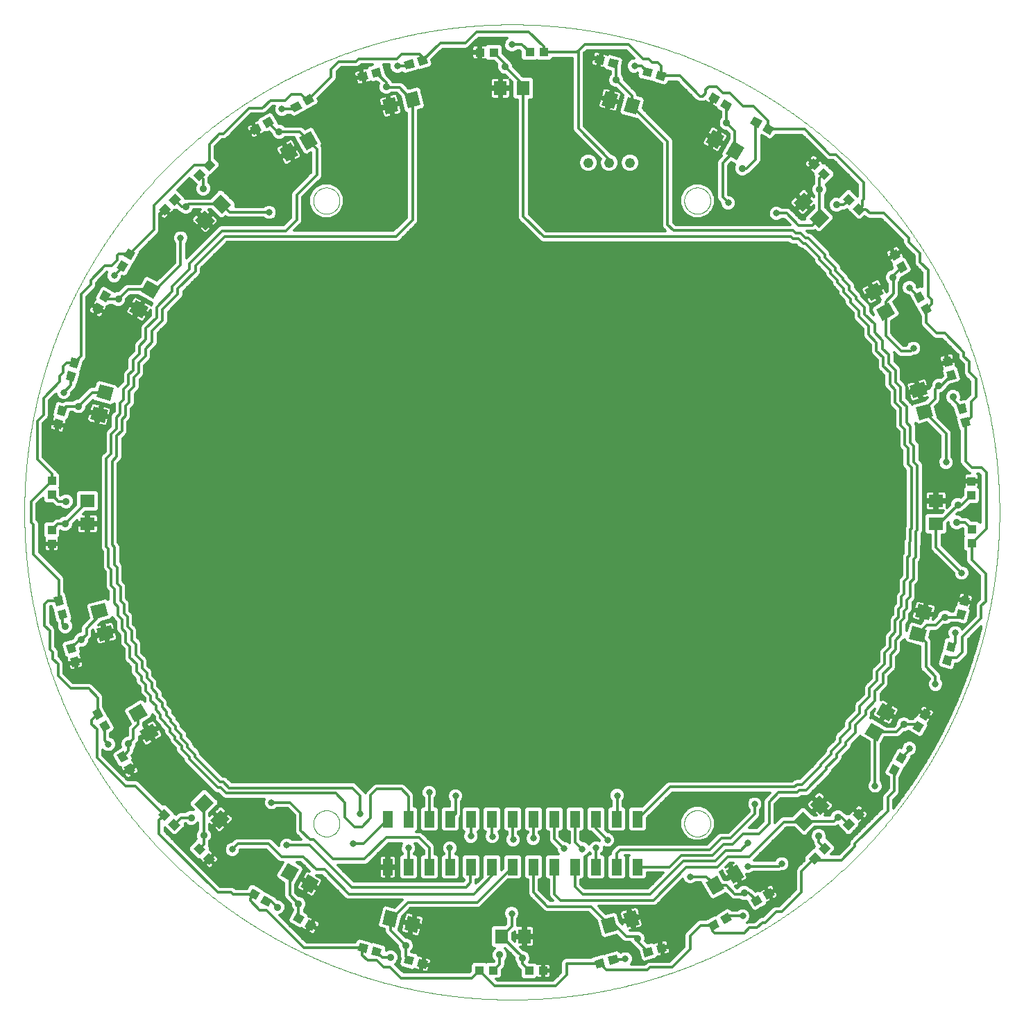
<source format=gtl>
G75*
%MOIN*%
%OFA0B0*%
%FSLAX25Y25*%
%IPPOS*%
%LPD*%
%AMOC8*
5,1,8,0,0,1.08239X$1,22.5*
%
%ADD10C,0.00000*%
%ADD11R,0.06299X0.07087*%
%ADD12R,0.07087X0.06299*%
%ADD13R,0.05000X0.08000*%
%ADD14C,0.04800*%
%ADD15R,0.04331X0.03937*%
%ADD16R,0.03937X0.04331*%
%ADD17C,0.01200*%
%ADD18C,0.03500*%
%ADD19C,0.03200*%
D10*
X0169267Y0163640D02*
X0168950Y0163985D01*
X0168634Y0164331D01*
X0168004Y0165024D01*
X0167690Y0165372D01*
X0167377Y0165720D01*
X0167064Y0166069D01*
X0166752Y0166419D01*
X0166441Y0166769D01*
X0166130Y0167119D01*
X0165820Y0167471D01*
X0165511Y0167823D01*
X0165202Y0168175D01*
X0164894Y0168529D01*
X0164281Y0169237D01*
X0163975Y0169592D01*
X0163670Y0169948D01*
X0163366Y0170304D01*
X0163062Y0170661D01*
X0162759Y0171019D01*
X0162457Y0171377D01*
X0162155Y0171736D01*
X0161855Y0172095D01*
X0161554Y0172455D01*
X0161255Y0172816D01*
X0160956Y0173177D01*
X0160658Y0173539D01*
X0160361Y0173901D01*
X0160065Y0174265D01*
X0159768Y0174628D01*
X0159473Y0174992D01*
X0159179Y0175357D01*
X0158885Y0175723D01*
X0158592Y0176089D01*
X0158300Y0176456D01*
X0158008Y0176823D01*
X0157717Y0177190D01*
X0157427Y0177559D01*
X0157138Y0177928D01*
X0156849Y0178298D01*
X0156561Y0178668D01*
X0156274Y0179039D01*
X0155987Y0179410D01*
X0155416Y0180155D01*
X0155132Y0180528D01*
X0154565Y0181276D01*
X0154283Y0181651D01*
X0154002Y0182027D01*
X0153721Y0182402D01*
X0153441Y0182779D01*
X0153162Y0183157D01*
X0152884Y0183534D01*
X0152606Y0183913D01*
X0152329Y0184292D01*
X0152053Y0184671D01*
X0151777Y0185051D01*
X0151228Y0185813D01*
X0150955Y0186195D01*
X0150683Y0186578D01*
X0150411Y0186960D01*
X0150140Y0187344D01*
X0149870Y0187728D01*
X0149600Y0188113D01*
X0149331Y0188498D01*
X0149064Y0188884D01*
X0148796Y0189270D01*
X0148529Y0189657D01*
X0148264Y0190045D01*
X0147999Y0190433D01*
X0147734Y0190821D01*
X0147471Y0191211D01*
X0147208Y0191600D01*
X0146946Y0191991D01*
X0146685Y0192382D01*
X0146425Y0192773D01*
X0146165Y0193165D01*
X0145906Y0193557D01*
X0145648Y0193950D01*
X0145390Y0194344D01*
X0145134Y0194738D01*
X0144878Y0195133D01*
X0144623Y0195528D01*
X0144369Y0195924D01*
X0144115Y0196320D01*
X0143862Y0196717D01*
X0143611Y0197114D01*
X0143359Y0197512D01*
X0143109Y0197911D01*
X0142860Y0198310D01*
X0142610Y0198709D01*
X0142362Y0199109D01*
X0142115Y0199510D01*
X0141868Y0199911D01*
X0141623Y0200313D01*
X0141378Y0200715D01*
X0141134Y0201118D01*
X0140890Y0201521D01*
X0140648Y0201925D01*
X0140406Y0202329D01*
X0140165Y0202734D01*
X0139925Y0203140D01*
X0139685Y0203545D01*
X0139447Y0203952D01*
X0139209Y0204359D01*
X0138972Y0204766D01*
X0138735Y0205174D01*
X0138500Y0205583D01*
X0138265Y0205992D01*
X0138032Y0206401D01*
X0137799Y0206811D01*
X0137566Y0207222D01*
X0137335Y0207633D01*
X0137105Y0208045D01*
X0136874Y0208457D01*
X0136645Y0208869D01*
X0136417Y0209283D01*
X0136190Y0209696D01*
X0135963Y0210110D01*
X0135738Y0210525D01*
X0135512Y0210940D01*
X0135288Y0211355D01*
X0135065Y0211772D01*
X0134842Y0212188D01*
X0134620Y0212605D01*
X0134400Y0213023D01*
X0134179Y0213441D01*
X0133960Y0213860D01*
X0133742Y0214279D01*
X0133524Y0214699D01*
X0133307Y0215119D01*
X0133092Y0215540D01*
X0132876Y0215961D01*
X0132662Y0216382D01*
X0132449Y0216805D01*
X0132236Y0217227D01*
X0132024Y0217650D01*
X0131813Y0218074D01*
X0131603Y0218498D01*
X0131393Y0218922D01*
X0131185Y0219347D01*
X0130977Y0219773D01*
X0130770Y0220199D01*
X0130564Y0220625D01*
X0130359Y0221052D01*
X0130155Y0221480D01*
X0129951Y0221908D01*
X0129748Y0222336D01*
X0129547Y0222765D01*
X0129346Y0223194D01*
X0129145Y0223624D01*
X0128946Y0224054D01*
X0128748Y0224485D01*
X0128550Y0224916D01*
X0128353Y0225348D01*
X0128158Y0225780D01*
X0127962Y0226212D01*
X0127768Y0226646D01*
X0127382Y0227513D01*
X0127191Y0227948D01*
X0127000Y0228383D01*
X0126810Y0228818D01*
X0126621Y0229254D01*
X0126433Y0229690D01*
X0126245Y0230127D01*
X0126059Y0230564D01*
X0125873Y0231002D01*
X0125688Y0231440D01*
X0125504Y0231878D01*
X0125322Y0232318D01*
X0125139Y0232757D01*
X0124958Y0233197D01*
X0124598Y0234078D01*
X0124419Y0234519D01*
X0124241Y0234961D01*
X0124064Y0235403D01*
X0123888Y0235846D01*
X0123713Y0236289D01*
X0123538Y0236732D01*
X0123365Y0237176D01*
X0123193Y0237621D01*
X0123021Y0238065D01*
X0122850Y0238511D01*
X0122680Y0238957D01*
X0122511Y0239402D01*
X0122343Y0239849D01*
X0122176Y0240296D01*
X0122009Y0240743D01*
X0121843Y0241191D01*
X0121515Y0242088D01*
X0121352Y0242537D01*
X0121029Y0243437D01*
X0120869Y0243887D01*
X0120551Y0244789D01*
X0120393Y0245241D01*
X0120237Y0245693D01*
X0120081Y0246145D01*
X0119926Y0246598D01*
X0119773Y0247052D01*
X0119619Y0247505D01*
X0119467Y0247960D01*
X0119316Y0248414D01*
X0119166Y0248869D01*
X0119016Y0249325D01*
X0118868Y0249781D01*
X0118720Y0250237D01*
X0118573Y0250693D01*
X0118428Y0251150D01*
X0118283Y0251608D01*
X0118139Y0252066D01*
X0117996Y0252524D01*
X0117854Y0252982D01*
X0117712Y0253441D01*
X0117573Y0253901D01*
X0117433Y0254361D01*
X0117294Y0254821D01*
X0117020Y0255743D01*
X0116884Y0256204D01*
X0116750Y0256666D01*
X0116616Y0257128D01*
X0116483Y0257591D01*
X0116351Y0258054D01*
X0116220Y0258517D01*
X0116089Y0258981D01*
X0115961Y0259445D01*
X0115832Y0259910D01*
X0115705Y0260375D01*
X0115453Y0261306D01*
X0115328Y0261772D01*
X0115205Y0262238D01*
X0115082Y0262705D01*
X0114960Y0263172D01*
X0114840Y0263640D01*
X0114719Y0264108D01*
X0114600Y0264576D01*
X0114483Y0265045D01*
X0114365Y0265514D01*
X0114249Y0265984D01*
X0114134Y0266454D01*
X0114020Y0266924D01*
X0113906Y0267394D01*
X0113683Y0268337D01*
X0113572Y0268808D01*
X0113463Y0269281D01*
X0113354Y0269753D01*
X0113247Y0270226D01*
X0113140Y0270699D01*
X0113034Y0271172D01*
X0112930Y0271646D01*
X0112723Y0272595D01*
X0112621Y0273070D01*
X0112420Y0274021D01*
X0112321Y0274497D01*
X0112126Y0275450D01*
X0112030Y0275927D01*
X0111936Y0276405D01*
X0111841Y0276882D01*
X0111748Y0277360D01*
X0111656Y0277839D01*
X0111564Y0278318D01*
X0111474Y0278797D01*
X0111385Y0279276D01*
X0111297Y0279756D01*
X0111209Y0280236D01*
X0111123Y0280717D01*
X0111038Y0281198D01*
X0110953Y0281679D01*
X0110870Y0282160D01*
X0110787Y0282642D01*
X0110706Y0283124D01*
X0110626Y0283607D01*
X0110546Y0284090D01*
X0110467Y0284573D01*
X0110390Y0285057D01*
X0110313Y0285540D01*
X0110238Y0286024D01*
X0110090Y0286994D01*
X0110017Y0287479D01*
X0109946Y0287965D01*
X0109875Y0288450D01*
X0109805Y0288936D01*
X0109669Y0289909D01*
X0109603Y0290397D01*
X0109538Y0290884D01*
X0109472Y0291372D01*
X0109409Y0291860D01*
X0109347Y0292348D01*
X0109285Y0292837D01*
X0109224Y0293326D01*
X0109165Y0293815D01*
X0109106Y0294305D01*
X0109048Y0294794D01*
X0108992Y0295285D01*
X0108936Y0295775D01*
X0108882Y0296266D01*
X0108829Y0296757D01*
X0108776Y0297249D01*
X0108724Y0297740D01*
X0108624Y0298725D01*
X0108576Y0299217D01*
X0108529Y0299710D01*
X0108482Y0300203D01*
X0108436Y0300697D01*
X0108393Y0301191D01*
X0108349Y0301685D01*
X0108306Y0302179D01*
X0108266Y0302674D01*
X0108225Y0303169D01*
X0108185Y0303664D01*
X0108148Y0304160D01*
X0108110Y0304656D01*
X0108074Y0305152D01*
X0108039Y0305648D01*
X0108005Y0306145D01*
X0107972Y0306642D01*
X0107940Y0307139D01*
X0107908Y0307637D01*
X0107878Y0308135D01*
X0107850Y0308633D01*
X0107822Y0309131D01*
X0107795Y0309630D01*
X0107770Y0310129D01*
X0107744Y0310628D01*
X0107720Y0311127D01*
X0107676Y0312127D01*
X0107656Y0312627D01*
X0107636Y0313128D01*
X0107617Y0313629D01*
X0107600Y0314130D01*
X0107584Y0314631D01*
X0107568Y0315133D01*
X0107554Y0315635D01*
X0107541Y0316137D01*
X0107528Y0316639D01*
X0107517Y0317142D01*
X0107508Y0317645D01*
X0107498Y0318148D01*
X0107490Y0318652D01*
X0107484Y0319156D01*
X0107477Y0319660D01*
X0107473Y0320164D01*
X0107470Y0320668D01*
X0107466Y0321173D01*
X0107465Y0321678D01*
X0107465Y0322689D01*
X0107466Y0323194D01*
X0107470Y0323698D01*
X0107473Y0324203D01*
X0107477Y0324707D01*
X0107484Y0325211D01*
X0107490Y0325715D01*
X0107498Y0326218D01*
X0107517Y0327224D01*
X0107528Y0327727D01*
X0107541Y0328229D01*
X0107554Y0328732D01*
X0107568Y0329234D01*
X0107584Y0329735D01*
X0107600Y0330237D01*
X0107617Y0330738D01*
X0107636Y0331239D01*
X0107656Y0331739D01*
X0107676Y0332240D01*
X0107698Y0332739D01*
X0107720Y0333239D01*
X0107744Y0333739D01*
X0107770Y0334238D01*
X0107795Y0334737D01*
X0107822Y0335236D01*
X0107850Y0335734D01*
X0107878Y0336232D01*
X0107908Y0336730D01*
X0107940Y0337227D01*
X0107972Y0337725D01*
X0108005Y0338222D01*
X0108039Y0338718D01*
X0108074Y0339215D01*
X0108110Y0339711D01*
X0108148Y0340207D01*
X0108185Y0340702D01*
X0108225Y0341198D01*
X0108266Y0341693D01*
X0108306Y0342187D01*
X0108349Y0342682D01*
X0108393Y0343176D01*
X0108436Y0343670D01*
X0108482Y0344163D01*
X0108529Y0344656D01*
X0108576Y0345149D01*
X0108624Y0345642D01*
X0108724Y0346626D01*
X0108776Y0347118D01*
X0108829Y0347609D01*
X0108882Y0348101D01*
X0108936Y0348592D01*
X0108992Y0349082D01*
X0109048Y0349572D01*
X0109106Y0350062D01*
X0109165Y0350552D01*
X0109224Y0351041D01*
X0109285Y0351530D01*
X0109347Y0352018D01*
X0109409Y0352507D01*
X0109472Y0352995D01*
X0109538Y0353483D01*
X0109603Y0353970D01*
X0109669Y0354457D01*
X0109805Y0355430D01*
X0109875Y0355916D01*
X0110017Y0356888D01*
X0110090Y0357373D01*
X0110164Y0357858D01*
X0110238Y0358342D01*
X0110313Y0358826D01*
X0110390Y0359310D01*
X0110467Y0359794D01*
X0110546Y0360277D01*
X0110626Y0360760D01*
X0110706Y0361242D01*
X0110787Y0361725D01*
X0110953Y0362688D01*
X0111038Y0363169D01*
X0111123Y0363650D01*
X0111209Y0364130D01*
X0111297Y0364611D01*
X0111385Y0365090D01*
X0111474Y0365570D01*
X0111564Y0366049D01*
X0111656Y0366528D01*
X0111748Y0367006D01*
X0111841Y0367484D01*
X0112030Y0368440D01*
X0112126Y0368917D01*
X0112224Y0369393D01*
X0112321Y0369870D01*
X0112420Y0370346D01*
X0112621Y0371297D01*
X0112723Y0371772D01*
X0112826Y0372246D01*
X0112930Y0372721D01*
X0113034Y0373194D01*
X0113140Y0373668D01*
X0113247Y0374141D01*
X0113354Y0374614D01*
X0113463Y0375086D01*
X0113572Y0375558D01*
X0113683Y0376030D01*
X0113906Y0376972D01*
X0114020Y0377443D01*
X0114134Y0377913D01*
X0114249Y0378383D01*
X0114365Y0378853D01*
X0114483Y0379321D01*
X0114600Y0379790D01*
X0114719Y0380259D01*
X0114840Y0380727D01*
X0114960Y0381194D01*
X0115082Y0381662D01*
X0115205Y0382128D01*
X0115328Y0382595D01*
X0115453Y0383061D01*
X0115579Y0383527D01*
X0115705Y0383992D01*
X0115832Y0384457D01*
X0115961Y0384921D01*
X0116089Y0385386D01*
X0116220Y0385849D01*
X0116351Y0386313D01*
X0116483Y0386776D01*
X0116616Y0387238D01*
X0116750Y0387701D01*
X0116884Y0388163D01*
X0117020Y0388624D01*
X0117157Y0389085D01*
X0117294Y0389546D01*
X0117433Y0390006D01*
X0117573Y0390466D01*
X0117712Y0390925D01*
X0117854Y0391384D01*
X0117996Y0391843D01*
X0118139Y0392301D01*
X0118283Y0392759D01*
X0118428Y0393216D01*
X0118573Y0393673D01*
X0118720Y0394130D01*
X0118868Y0394586D01*
X0119016Y0395042D01*
X0119166Y0395498D01*
X0119316Y0395952D01*
X0119467Y0396407D01*
X0119619Y0396861D01*
X0119773Y0397315D01*
X0119926Y0397768D01*
X0120081Y0398221D01*
X0120393Y0399126D01*
X0120551Y0399577D01*
X0120710Y0400028D01*
X0120869Y0400480D01*
X0121029Y0400930D01*
X0121190Y0401380D01*
X0121352Y0401829D01*
X0121515Y0402279D01*
X0121843Y0403175D01*
X0122009Y0403623D01*
X0122343Y0404518D01*
X0122511Y0404964D01*
X0122680Y0405410D01*
X0122850Y0405856D01*
X0123021Y0406301D01*
X0123193Y0406746D01*
X0123365Y0407190D01*
X0123538Y0407634D01*
X0123713Y0408078D01*
X0123888Y0408521D01*
X0124064Y0408964D01*
X0124241Y0409405D01*
X0124419Y0409847D01*
X0124598Y0410289D01*
X0124778Y0410729D01*
X0124958Y0411170D01*
X0125139Y0411610D01*
X0125322Y0412049D01*
X0125504Y0412488D01*
X0125688Y0412927D01*
X0125873Y0413365D01*
X0126059Y0413803D01*
X0126245Y0414240D01*
X0126433Y0414676D01*
X0126621Y0415113D01*
X0126810Y0415549D01*
X0127000Y0415984D01*
X0127191Y0416419D01*
X0127382Y0416854D01*
X0127575Y0417287D01*
X0127768Y0417721D01*
X0127962Y0418154D01*
X0128158Y0418587D01*
X0128353Y0419019D01*
X0128550Y0419451D01*
X0128946Y0420313D01*
X0129145Y0420743D01*
X0129547Y0421602D01*
X0129748Y0422031D01*
X0129951Y0422459D01*
X0130155Y0422887D01*
X0130359Y0423315D01*
X0130564Y0423741D01*
X0130770Y0424168D01*
X0130977Y0424594D01*
X0131185Y0425019D01*
X0131393Y0425444D01*
X0131603Y0425869D01*
X0131813Y0426293D01*
X0132024Y0426717D01*
X0132236Y0427140D01*
X0132449Y0427562D01*
X0132662Y0427984D01*
X0132876Y0428406D01*
X0133307Y0429248D01*
X0133524Y0429668D01*
X0133742Y0430087D01*
X0133960Y0430507D01*
X0134179Y0430925D01*
X0134400Y0431343D01*
X0134620Y0431761D01*
X0134842Y0432178D01*
X0135065Y0432595D01*
X0135288Y0433011D01*
X0135512Y0433427D01*
X0135738Y0433842D01*
X0135963Y0434257D01*
X0136190Y0434671D01*
X0136417Y0435084D01*
X0136645Y0435498D01*
X0136874Y0435910D01*
X0137105Y0436322D01*
X0137335Y0436734D01*
X0137566Y0437145D01*
X0138032Y0437966D01*
X0138265Y0438375D01*
X0138500Y0438784D01*
X0138735Y0439193D01*
X0138972Y0439601D01*
X0139447Y0440415D01*
X0139685Y0440821D01*
X0139925Y0441227D01*
X0140165Y0441633D01*
X0140406Y0442038D01*
X0140648Y0442442D01*
X0140890Y0442846D01*
X0141134Y0443249D01*
X0141623Y0444054D01*
X0141868Y0444456D01*
X0142115Y0444857D01*
X0142362Y0445257D01*
X0142610Y0445658D01*
X0143109Y0446456D01*
X0143359Y0446855D01*
X0143611Y0447252D01*
X0143862Y0447650D01*
X0144115Y0448047D01*
X0144369Y0448443D01*
X0144623Y0448839D01*
X0144878Y0449234D01*
X0145134Y0449628D01*
X0145390Y0450023D01*
X0145648Y0450416D01*
X0146165Y0451202D01*
X0146425Y0451594D01*
X0146685Y0451985D01*
X0146946Y0452376D01*
X0147208Y0452766D01*
X0147471Y0453156D01*
X0147734Y0453545D01*
X0147999Y0453934D01*
X0148264Y0454322D01*
X0148529Y0454709D01*
X0148796Y0455096D01*
X0149064Y0455482D01*
X0149331Y0455869D01*
X0149600Y0456254D01*
X0150140Y0457023D01*
X0150411Y0457406D01*
X0150683Y0457789D01*
X0150955Y0458172D01*
X0151228Y0458553D01*
X0151777Y0459315D01*
X0152053Y0459696D01*
X0152329Y0460075D01*
X0152606Y0460454D01*
X0152884Y0460832D01*
X0153162Y0461210D01*
X0153441Y0461588D01*
X0153721Y0461964D01*
X0154002Y0462340D01*
X0154283Y0462716D01*
X0154565Y0463091D01*
X0155132Y0463839D01*
X0155416Y0464212D01*
X0155702Y0464584D01*
X0155987Y0464957D01*
X0156274Y0465328D01*
X0156561Y0465699D01*
X0156849Y0466069D01*
X0157138Y0466439D01*
X0157427Y0466807D01*
X0157717Y0467176D01*
X0158008Y0467544D01*
X0158300Y0467911D01*
X0158592Y0468278D01*
X0158885Y0468644D01*
X0159179Y0469009D01*
X0159473Y0469374D01*
X0159768Y0469739D01*
X0160065Y0470102D01*
X0160361Y0470465D01*
X0160658Y0470828D01*
X0160956Y0471189D01*
X0161255Y0471551D01*
X0161554Y0471912D01*
X0162155Y0472631D01*
X0162457Y0472990D01*
X0162759Y0473348D01*
X0163062Y0473705D01*
X0163366Y0474062D01*
X0163670Y0474418D01*
X0163975Y0474775D01*
X0164281Y0475130D01*
X0164894Y0475838D01*
X0165202Y0476191D01*
X0165511Y0476544D01*
X0165820Y0476896D01*
X0166130Y0477247D01*
X0166752Y0477948D01*
X0167064Y0478298D01*
X0167377Y0478646D01*
X0167690Y0478995D01*
X0168004Y0479342D01*
X0168319Y0479689D01*
X0168634Y0480036D01*
X0168950Y0480381D01*
X0169585Y0481071D01*
X0169903Y0481415D01*
X0170541Y0482101D01*
X0170861Y0482442D01*
X0171182Y0482783D01*
X0171504Y0483124D01*
X0171826Y0483464D01*
X0172472Y0484142D01*
X0172796Y0484480D01*
X0173122Y0484817D01*
X0173447Y0485154D01*
X0173773Y0485490D01*
X0174100Y0485826D01*
X0174428Y0486161D01*
X0174756Y0486495D01*
X0175085Y0486828D01*
X0175414Y0487161D01*
X0175744Y0487493D01*
X0176076Y0487824D01*
X0176407Y0488156D01*
X0176739Y0488486D01*
X0177072Y0488815D01*
X0177405Y0489144D01*
X0177739Y0489472D01*
X0178410Y0490127D01*
X0178746Y0490453D01*
X0179083Y0490778D01*
X0179420Y0491104D01*
X0179758Y0491428D01*
X0180436Y0492074D01*
X0180776Y0492396D01*
X0181117Y0492718D01*
X0181458Y0493039D01*
X0181799Y0493359D01*
X0182485Y0493997D01*
X0182829Y0494315D01*
X0183519Y0494950D01*
X0183864Y0495266D01*
X0184211Y0495581D01*
X0184558Y0495896D01*
X0184905Y0496210D01*
X0185254Y0496523D01*
X0185602Y0496836D01*
X0185952Y0497148D01*
X0186653Y0497770D01*
X0187004Y0498080D01*
X0187356Y0498389D01*
X0187709Y0498698D01*
X0188062Y0499006D01*
X0188770Y0499619D01*
X0189125Y0499925D01*
X0189482Y0500230D01*
X0189838Y0500534D01*
X0190195Y0500838D01*
X0190552Y0501141D01*
X0190910Y0501443D01*
X0191269Y0501745D01*
X0191988Y0502346D01*
X0192349Y0502645D01*
X0192711Y0502944D01*
X0193072Y0503242D01*
X0193435Y0503539D01*
X0193798Y0503835D01*
X0194161Y0504132D01*
X0194526Y0504427D01*
X0194891Y0504721D01*
X0195256Y0505015D01*
X0195622Y0505308D01*
X0195989Y0505600D01*
X0196356Y0505892D01*
X0196724Y0506183D01*
X0197093Y0506473D01*
X0197461Y0506762D01*
X0197831Y0507051D01*
X0198201Y0507339D01*
X0198572Y0507626D01*
X0198943Y0507913D01*
X0199316Y0508198D01*
X0199688Y0508484D01*
X0200061Y0508768D01*
X0200809Y0509335D01*
X0201184Y0509617D01*
X0201560Y0509898D01*
X0201936Y0510179D01*
X0202312Y0510459D01*
X0202690Y0510738D01*
X0203068Y0511016D01*
X0203446Y0511294D01*
X0203825Y0511571D01*
X0204204Y0511847D01*
X0204585Y0512123D01*
X0205347Y0512672D01*
X0205728Y0512945D01*
X0206111Y0513217D01*
X0206494Y0513489D01*
X0206877Y0513760D01*
X0207646Y0514300D01*
X0208031Y0514569D01*
X0208418Y0514836D01*
X0208804Y0515104D01*
X0209191Y0515371D01*
X0209578Y0515636D01*
X0209966Y0515901D01*
X0210355Y0516166D01*
X0210744Y0516429D01*
X0211134Y0516692D01*
X0211524Y0516954D01*
X0211915Y0517215D01*
X0212306Y0517475D01*
X0212698Y0517735D01*
X0213484Y0518252D01*
X0213877Y0518510D01*
X0214272Y0518766D01*
X0214666Y0519022D01*
X0215061Y0519277D01*
X0215457Y0519531D01*
X0215853Y0519785D01*
X0216250Y0520038D01*
X0216648Y0520289D01*
X0217045Y0520541D01*
X0217444Y0520791D01*
X0218242Y0521290D01*
X0218643Y0521538D01*
X0219043Y0521785D01*
X0219444Y0522032D01*
X0219846Y0522277D01*
X0220651Y0522766D01*
X0221054Y0523010D01*
X0221458Y0523252D01*
X0221862Y0523494D01*
X0222267Y0523735D01*
X0222673Y0523975D01*
X0223079Y0524215D01*
X0223485Y0524453D01*
X0224299Y0524928D01*
X0224707Y0525165D01*
X0225116Y0525400D01*
X0225525Y0525635D01*
X0225934Y0525868D01*
X0226345Y0526101D01*
X0226755Y0526334D01*
X0227166Y0526565D01*
X0227578Y0526795D01*
X0227990Y0527026D01*
X0228402Y0527255D01*
X0228816Y0527483D01*
X0229229Y0527710D01*
X0229643Y0527937D01*
X0230058Y0528162D01*
X0230473Y0528388D01*
X0230889Y0528612D01*
X0231305Y0528835D01*
X0231722Y0529058D01*
X0232139Y0529280D01*
X0232557Y0529500D01*
X0232975Y0529721D01*
X0233393Y0529940D01*
X0233813Y0530158D01*
X0234232Y0530376D01*
X0234652Y0530593D01*
X0235494Y0531024D01*
X0235916Y0531238D01*
X0236338Y0531451D01*
X0236760Y0531664D01*
X0237183Y0531876D01*
X0237607Y0532087D01*
X0238031Y0532297D01*
X0238456Y0532507D01*
X0238881Y0532715D01*
X0239306Y0532923D01*
X0239732Y0533130D01*
X0240159Y0533336D01*
X0240585Y0533541D01*
X0241013Y0533745D01*
X0241441Y0533949D01*
X0241869Y0534152D01*
X0242298Y0534353D01*
X0243157Y0534755D01*
X0243587Y0534954D01*
X0244449Y0535350D01*
X0244881Y0535547D01*
X0245313Y0535742D01*
X0245746Y0535938D01*
X0246179Y0536132D01*
X0246613Y0536325D01*
X0247046Y0536518D01*
X0247481Y0536709D01*
X0247916Y0536900D01*
X0248351Y0537090D01*
X0248787Y0537279D01*
X0249224Y0537467D01*
X0249660Y0537655D01*
X0250097Y0537841D01*
X0250535Y0538027D01*
X0250973Y0538212D01*
X0251412Y0538396D01*
X0251851Y0538578D01*
X0252290Y0538761D01*
X0252730Y0538942D01*
X0253171Y0539122D01*
X0253611Y0539302D01*
X0254053Y0539481D01*
X0254495Y0539659D01*
X0254936Y0539836D01*
X0255379Y0540012D01*
X0255822Y0540187D01*
X0256266Y0540362D01*
X0256710Y0540535D01*
X0257154Y0540707D01*
X0257599Y0540879D01*
X0258044Y0541050D01*
X0258490Y0541220D01*
X0258936Y0541389D01*
X0259382Y0541557D01*
X0260277Y0541891D01*
X0260725Y0542057D01*
X0261621Y0542385D01*
X0262071Y0542548D01*
X0262520Y0542710D01*
X0262970Y0542871D01*
X0263420Y0543031D01*
X0263872Y0543190D01*
X0264323Y0543349D01*
X0264774Y0543507D01*
X0265679Y0543819D01*
X0266132Y0543974D01*
X0266585Y0544127D01*
X0267039Y0544281D01*
X0267493Y0544433D01*
X0267948Y0544584D01*
X0268402Y0544734D01*
X0268858Y0544884D01*
X0269314Y0545032D01*
X0269770Y0545180D01*
X0270227Y0545327D01*
X0270684Y0545472D01*
X0271141Y0545617D01*
X0271599Y0545761D01*
X0272057Y0545904D01*
X0272516Y0546046D01*
X0272975Y0546188D01*
X0273434Y0546327D01*
X0273894Y0546467D01*
X0274354Y0546606D01*
X0274815Y0546743D01*
X0275276Y0546880D01*
X0275737Y0547016D01*
X0276199Y0547150D01*
X0276662Y0547284D01*
X0277124Y0547417D01*
X0277587Y0547549D01*
X0278051Y0547680D01*
X0278514Y0547811D01*
X0278979Y0547939D01*
X0279443Y0548068D01*
X0279908Y0548195D01*
X0280373Y0548321D01*
X0280839Y0548447D01*
X0281305Y0548572D01*
X0281772Y0548695D01*
X0282238Y0548818D01*
X0282706Y0548940D01*
X0283173Y0549060D01*
X0283641Y0549181D01*
X0284110Y0549300D01*
X0284579Y0549417D01*
X0285047Y0549535D01*
X0285517Y0549651D01*
X0285987Y0549766D01*
X0286457Y0549880D01*
X0286928Y0549994D01*
X0287870Y0550217D01*
X0288342Y0550328D01*
X0288814Y0550437D01*
X0289286Y0550546D01*
X0289759Y0550653D01*
X0290232Y0550760D01*
X0290706Y0550866D01*
X0291179Y0550970D01*
X0291654Y0551074D01*
X0292128Y0551177D01*
X0292603Y0551279D01*
X0293554Y0551480D01*
X0294030Y0551579D01*
X0294507Y0551676D01*
X0294983Y0551774D01*
X0295460Y0551870D01*
X0296416Y0552059D01*
X0296894Y0552152D01*
X0297372Y0552244D01*
X0297851Y0552336D01*
X0298330Y0552426D01*
X0298810Y0552515D01*
X0299289Y0552603D01*
X0299770Y0552691D01*
X0300250Y0552777D01*
X0300731Y0552862D01*
X0301212Y0552947D01*
X0302175Y0553113D01*
X0302658Y0553194D01*
X0303140Y0553274D01*
X0303623Y0553354D01*
X0304106Y0553433D01*
X0305074Y0553587D01*
X0305558Y0553662D01*
X0306042Y0553736D01*
X0306527Y0553810D01*
X0307012Y0553883D01*
X0307984Y0554025D01*
X0308470Y0554095D01*
X0309443Y0554231D01*
X0309930Y0554297D01*
X0310417Y0554362D01*
X0310905Y0554428D01*
X0311393Y0554491D01*
X0311882Y0554553D01*
X0312370Y0554615D01*
X0312859Y0554676D01*
X0313348Y0554735D01*
X0313838Y0554794D01*
X0314328Y0554852D01*
X0314818Y0554908D01*
X0315308Y0554964D01*
X0315799Y0555018D01*
X0316291Y0555071D01*
X0316782Y0555124D01*
X0317274Y0555176D01*
X0318258Y0555276D01*
X0318751Y0555324D01*
X0319244Y0555371D01*
X0319737Y0555418D01*
X0320230Y0555464D01*
X0320724Y0555507D01*
X0321218Y0555551D01*
X0321713Y0555594D01*
X0322207Y0555634D01*
X0322702Y0555675D01*
X0323198Y0555715D01*
X0323693Y0555752D01*
X0324189Y0555790D01*
X0324685Y0555826D01*
X0325182Y0555861D01*
X0325678Y0555895D01*
X0326175Y0555928D01*
X0326673Y0555960D01*
X0327170Y0555992D01*
X0327668Y0556022D01*
X0328166Y0556050D01*
X0328664Y0556078D01*
X0329163Y0556105D01*
X0329662Y0556130D01*
X0330161Y0556156D01*
X0330661Y0556180D01*
X0331161Y0556202D01*
X0331660Y0556224D01*
X0332161Y0556244D01*
X0332661Y0556264D01*
X0333162Y0556283D01*
X0333663Y0556300D01*
X0334165Y0556316D01*
X0334666Y0556332D01*
X0335168Y0556346D01*
X0335671Y0556359D01*
X0336173Y0556372D01*
X0336676Y0556383D01*
X0337682Y0556402D01*
X0338185Y0556410D01*
X0338689Y0556416D01*
X0339193Y0556423D01*
X0339697Y0556427D01*
X0340202Y0556430D01*
X0340706Y0556434D01*
X0341211Y0556435D01*
X0342222Y0556435D01*
X0342727Y0556434D01*
X0343232Y0556430D01*
X0343736Y0556427D01*
X0344240Y0556423D01*
X0344744Y0556416D01*
X0345248Y0556410D01*
X0345752Y0556402D01*
X0346255Y0556392D01*
X0346758Y0556383D01*
X0347261Y0556372D01*
X0347763Y0556359D01*
X0348265Y0556346D01*
X0348767Y0556332D01*
X0349269Y0556316D01*
X0349770Y0556300D01*
X0350271Y0556283D01*
X0350772Y0556264D01*
X0351273Y0556244D01*
X0351773Y0556224D01*
X0352773Y0556180D01*
X0353272Y0556156D01*
X0353771Y0556130D01*
X0354270Y0556105D01*
X0354769Y0556078D01*
X0355267Y0556050D01*
X0355765Y0556022D01*
X0356263Y0555992D01*
X0356761Y0555960D01*
X0357258Y0555928D01*
X0357755Y0555895D01*
X0358252Y0555861D01*
X0358748Y0555826D01*
X0359244Y0555790D01*
X0359740Y0555752D01*
X0360236Y0555715D01*
X0360731Y0555675D01*
X0361226Y0555634D01*
X0361721Y0555594D01*
X0362215Y0555551D01*
X0362709Y0555507D01*
X0363203Y0555464D01*
X0363697Y0555418D01*
X0364190Y0555371D01*
X0364683Y0555324D01*
X0365175Y0555276D01*
X0366160Y0555176D01*
X0366651Y0555124D01*
X0367143Y0555071D01*
X0367634Y0555018D01*
X0368125Y0554964D01*
X0368615Y0554908D01*
X0369106Y0554852D01*
X0369595Y0554794D01*
X0370085Y0554735D01*
X0370574Y0554676D01*
X0371063Y0554615D01*
X0371552Y0554553D01*
X0372040Y0554491D01*
X0372528Y0554428D01*
X0373016Y0554362D01*
X0373503Y0554297D01*
X0373991Y0554231D01*
X0374964Y0554095D01*
X0375450Y0554025D01*
X0375935Y0553954D01*
X0376421Y0553883D01*
X0376906Y0553810D01*
X0377876Y0553662D01*
X0378360Y0553587D01*
X0378843Y0553510D01*
X0379327Y0553433D01*
X0379810Y0553354D01*
X0380293Y0553274D01*
X0380776Y0553194D01*
X0381258Y0553113D01*
X0381740Y0553030D01*
X0382221Y0552947D01*
X0382702Y0552862D01*
X0383183Y0552777D01*
X0383664Y0552691D01*
X0384144Y0552603D01*
X0384624Y0552515D01*
X0385103Y0552426D01*
X0385582Y0552336D01*
X0386061Y0552244D01*
X0386540Y0552152D01*
X0387018Y0552059D01*
X0387495Y0551964D01*
X0387973Y0551870D01*
X0388450Y0551774D01*
X0389403Y0551579D01*
X0389879Y0551480D01*
X0390830Y0551279D01*
X0391305Y0551177D01*
X0392254Y0550970D01*
X0392728Y0550866D01*
X0393201Y0550760D01*
X0393674Y0550653D01*
X0394147Y0550546D01*
X0394619Y0550437D01*
X0395092Y0550328D01*
X0395563Y0550217D01*
X0396506Y0549994D01*
X0396976Y0549880D01*
X0397446Y0549766D01*
X0397916Y0549651D01*
X0398386Y0549535D01*
X0398855Y0549417D01*
X0399324Y0549300D01*
X0399792Y0549181D01*
X0400260Y0549060D01*
X0400728Y0548940D01*
X0401195Y0548818D01*
X0401662Y0548695D01*
X0402128Y0548572D01*
X0402594Y0548447D01*
X0403525Y0548195D01*
X0403990Y0548068D01*
X0404455Y0547939D01*
X0404919Y0547811D01*
X0405383Y0547680D01*
X0405846Y0547549D01*
X0406309Y0547417D01*
X0406772Y0547284D01*
X0407234Y0547150D01*
X0407696Y0547016D01*
X0408157Y0546880D01*
X0409079Y0546606D01*
X0409539Y0546467D01*
X0409999Y0546327D01*
X0410459Y0546188D01*
X0410918Y0546046D01*
X0411376Y0545904D01*
X0411834Y0545761D01*
X0412292Y0545617D01*
X0412750Y0545472D01*
X0413207Y0545327D01*
X0413663Y0545180D01*
X0414119Y0545032D01*
X0414575Y0544884D01*
X0415031Y0544734D01*
X0415486Y0544584D01*
X0415940Y0544433D01*
X0416395Y0544281D01*
X0416848Y0544127D01*
X0417302Y0543974D01*
X0417755Y0543819D01*
X0418207Y0543663D01*
X0418659Y0543507D01*
X0419111Y0543349D01*
X0420013Y0543031D01*
X0420463Y0542871D01*
X0421363Y0542548D01*
X0421812Y0542385D01*
X0422709Y0542057D01*
X0423157Y0541891D01*
X0423604Y0541724D01*
X0424051Y0541557D01*
X0424498Y0541389D01*
X0424943Y0541220D01*
X0425389Y0541050D01*
X0425835Y0540879D01*
X0426279Y0540707D01*
X0426724Y0540535D01*
X0427168Y0540362D01*
X0427611Y0540187D01*
X0428054Y0540012D01*
X0428497Y0539836D01*
X0428939Y0539659D01*
X0429381Y0539481D01*
X0429822Y0539302D01*
X0430703Y0538942D01*
X0431143Y0538761D01*
X0431582Y0538578D01*
X0432022Y0538396D01*
X0432460Y0538212D01*
X0432898Y0538027D01*
X0433336Y0537841D01*
X0433773Y0537655D01*
X0434210Y0537467D01*
X0434646Y0537279D01*
X0435082Y0537090D01*
X0435517Y0536900D01*
X0435952Y0536709D01*
X0436387Y0536518D01*
X0437254Y0536132D01*
X0437688Y0535938D01*
X0438120Y0535742D01*
X0438552Y0535547D01*
X0438984Y0535350D01*
X0439415Y0535152D01*
X0439846Y0534954D01*
X0440276Y0534755D01*
X0440706Y0534554D01*
X0441135Y0534353D01*
X0441564Y0534152D01*
X0441992Y0533949D01*
X0442420Y0533745D01*
X0442848Y0533541D01*
X0443275Y0533336D01*
X0443701Y0533130D01*
X0444127Y0532923D01*
X0444553Y0532715D01*
X0444978Y0532507D01*
X0445402Y0532297D01*
X0445826Y0532087D01*
X0446250Y0531876D01*
X0446673Y0531664D01*
X0447518Y0531238D01*
X0447939Y0531024D01*
X0448360Y0530808D01*
X0448781Y0530593D01*
X0449201Y0530376D01*
X0449621Y0530158D01*
X0450040Y0529940D01*
X0450459Y0529721D01*
X0450877Y0529500D01*
X0451295Y0529280D01*
X0451712Y0529058D01*
X0452128Y0528835D01*
X0452545Y0528612D01*
X0452960Y0528388D01*
X0453375Y0528162D01*
X0453790Y0527937D01*
X0454204Y0527710D01*
X0454617Y0527483D01*
X0455031Y0527255D01*
X0455443Y0527026D01*
X0455855Y0526795D01*
X0456267Y0526565D01*
X0456678Y0526334D01*
X0457089Y0526101D01*
X0457499Y0525868D01*
X0457908Y0525635D01*
X0458317Y0525400D01*
X0458726Y0525165D01*
X0459134Y0524928D01*
X0459541Y0524691D01*
X0459948Y0524453D01*
X0460355Y0524215D01*
X0460760Y0523975D01*
X0461166Y0523735D01*
X0461571Y0523494D01*
X0461975Y0523252D01*
X0462379Y0523010D01*
X0462782Y0522766D01*
X0463185Y0522522D01*
X0463587Y0522277D01*
X0463989Y0522032D01*
X0464390Y0521785D01*
X0464791Y0521538D01*
X0465191Y0521290D01*
X0465590Y0521040D01*
X0465989Y0520791D01*
X0466388Y0520541D01*
X0466786Y0520289D01*
X0467183Y0520038D01*
X0467580Y0519785D01*
X0467976Y0519531D01*
X0468372Y0519277D01*
X0468767Y0519022D01*
X0469162Y0518766D01*
X0469556Y0518510D01*
X0469950Y0518252D01*
X0470343Y0517994D01*
X0470735Y0517735D01*
X0471127Y0517475D01*
X0471518Y0517215D01*
X0471909Y0516954D01*
X0472300Y0516692D01*
X0472689Y0516429D01*
X0473079Y0516166D01*
X0473467Y0515901D01*
X0473855Y0515636D01*
X0474243Y0515371D01*
X0474630Y0515104D01*
X0475016Y0514836D01*
X0475402Y0514569D01*
X0475787Y0514300D01*
X0476172Y0514030D01*
X0476556Y0513760D01*
X0476940Y0513489D01*
X0477322Y0513217D01*
X0477705Y0512945D01*
X0478087Y0512672D01*
X0478849Y0512123D01*
X0479229Y0511847D01*
X0479608Y0511571D01*
X0479987Y0511294D01*
X0480366Y0511016D01*
X0480743Y0510738D01*
X0481121Y0510459D01*
X0481498Y0510179D01*
X0481873Y0509898D01*
X0482249Y0509617D01*
X0482624Y0509335D01*
X0483372Y0508768D01*
X0483745Y0508484D01*
X0484490Y0507913D01*
X0484861Y0507626D01*
X0485232Y0507339D01*
X0485602Y0507051D01*
X0485972Y0506762D01*
X0486341Y0506473D01*
X0486710Y0506183D01*
X0487077Y0505892D01*
X0487444Y0505600D01*
X0487811Y0505308D01*
X0488177Y0505015D01*
X0488543Y0504721D01*
X0488908Y0504427D01*
X0489272Y0504132D01*
X0489999Y0503539D01*
X0490361Y0503242D01*
X0490723Y0502944D01*
X0491084Y0502645D01*
X0491445Y0502346D01*
X0491805Y0502045D01*
X0492164Y0501745D01*
X0492523Y0501443D01*
X0492881Y0501141D01*
X0493239Y0500838D01*
X0493596Y0500534D01*
X0493952Y0500230D01*
X0494308Y0499925D01*
X0494663Y0499619D01*
X0495371Y0499006D01*
X0495725Y0498698D01*
X0496077Y0498389D01*
X0496429Y0498080D01*
X0496781Y0497770D01*
X0497131Y0497459D01*
X0497481Y0497148D01*
X0497831Y0496836D01*
X0498180Y0496523D01*
X0498528Y0496210D01*
X0498876Y0495896D01*
X0499569Y0495266D01*
X0499915Y0494950D01*
X0500260Y0494633D01*
X0500604Y0494315D01*
X0500948Y0493997D01*
X0501634Y0493359D01*
X0501976Y0493039D01*
X0502317Y0492718D01*
X0502658Y0492396D01*
X0502998Y0492074D01*
X0503676Y0491428D01*
X0504014Y0491104D01*
X0504688Y0490453D01*
X0505024Y0490127D01*
X0505359Y0489800D01*
X0505694Y0489472D01*
X0506028Y0489144D01*
X0506361Y0488815D01*
X0506694Y0488486D01*
X0507027Y0488156D01*
X0507689Y0487493D01*
X0508019Y0487161D01*
X0508348Y0486828D01*
X0508678Y0486495D01*
X0509006Y0486161D01*
X0509660Y0485490D01*
X0509986Y0485154D01*
X0510312Y0484817D01*
X0510637Y0484480D01*
X0510961Y0484142D01*
X0511284Y0483803D01*
X0511608Y0483464D01*
X0511930Y0483124D01*
X0512251Y0482783D01*
X0512572Y0482442D01*
X0512892Y0482101D01*
X0513211Y0481758D01*
X0513531Y0481415D01*
X0513849Y0481071D01*
X0514483Y0480381D01*
X0514799Y0480036D01*
X0515114Y0479689D01*
X0515429Y0479342D01*
X0515743Y0478995D01*
X0516369Y0478298D01*
X0516681Y0477948D01*
X0517303Y0477247D01*
X0517613Y0476896D01*
X0517922Y0476544D01*
X0518231Y0476191D01*
X0518539Y0475838D01*
X0519152Y0475130D01*
X0519458Y0474775D01*
X0519763Y0474418D01*
X0520068Y0474062D01*
X0520371Y0473705D01*
X0520674Y0473348D01*
X0520977Y0472990D01*
X0521278Y0472631D01*
X0521879Y0471912D01*
X0522179Y0471551D01*
X0522477Y0471189D01*
X0522775Y0470828D01*
X0523073Y0470465D01*
X0523369Y0470102D01*
X0523665Y0469739D01*
X0523960Y0469374D01*
X0524254Y0469009D01*
X0524548Y0468644D01*
X0524841Y0468278D01*
X0525133Y0467911D01*
X0525425Y0467544D01*
X0525716Y0467176D01*
X0526006Y0466807D01*
X0526296Y0466439D01*
X0526584Y0466069D01*
X0527160Y0465328D01*
X0527446Y0464957D01*
X0527732Y0464584D01*
X0528017Y0464212D01*
X0528301Y0463839D01*
X0528868Y0463091D01*
X0529150Y0462716D01*
X0529712Y0461964D01*
X0529992Y0461588D01*
X0530271Y0461210D01*
X0530550Y0460832D01*
X0530827Y0460454D01*
X0531104Y0460075D01*
X0531381Y0459696D01*
X0531656Y0459315D01*
X0531931Y0458934D01*
X0532205Y0458553D01*
X0532478Y0458172D01*
X0532750Y0457789D01*
X0533023Y0457406D01*
X0533294Y0457023D01*
X0533833Y0456254D01*
X0534102Y0455869D01*
X0534370Y0455482D01*
X0534637Y0455096D01*
X0534904Y0454709D01*
X0535169Y0454322D01*
X0535435Y0453934D01*
X0535699Y0453545D01*
X0535962Y0453156D01*
X0536225Y0452766D01*
X0536487Y0452376D01*
X0536748Y0451985D01*
X0537009Y0451594D01*
X0537268Y0451202D01*
X0537786Y0450416D01*
X0538043Y0450023D01*
X0538299Y0449628D01*
X0538555Y0449234D01*
X0538810Y0448839D01*
X0539064Y0448443D01*
X0539318Y0448047D01*
X0539571Y0447650D01*
X0539823Y0447252D01*
X0540074Y0446855D01*
X0540325Y0446456D01*
X0540823Y0445658D01*
X0541071Y0445257D01*
X0541318Y0444857D01*
X0541565Y0444456D01*
X0541811Y0444054D01*
X0542300Y0443249D01*
X0542543Y0442846D01*
X0542785Y0442442D01*
X0543027Y0442038D01*
X0543269Y0441633D01*
X0543508Y0441227D01*
X0543748Y0440821D01*
X0543987Y0440415D01*
X0544462Y0439601D01*
X0544698Y0439193D01*
X0544933Y0438784D01*
X0545168Y0438375D01*
X0545402Y0437966D01*
X0545634Y0437555D01*
X0545867Y0437145D01*
X0546099Y0436734D01*
X0546329Y0436322D01*
X0546559Y0435910D01*
X0546788Y0435498D01*
X0547016Y0435084D01*
X0547244Y0434671D01*
X0547470Y0434257D01*
X0547696Y0433842D01*
X0547921Y0433427D01*
X0548145Y0433011D01*
X0548368Y0432595D01*
X0548591Y0432178D01*
X0548813Y0431761D01*
X0549033Y0431343D01*
X0549254Y0430925D01*
X0549473Y0430507D01*
X0549909Y0429668D01*
X0550126Y0429248D01*
X0550342Y0428827D01*
X0550557Y0428406D01*
X0550772Y0427984D01*
X0550985Y0427562D01*
X0551198Y0427140D01*
X0551410Y0426717D01*
X0551620Y0426293D01*
X0551831Y0425869D01*
X0552040Y0425444D01*
X0552248Y0425019D01*
X0552456Y0424594D01*
X0552663Y0424168D01*
X0552869Y0423741D01*
X0553074Y0423315D01*
X0553279Y0422887D01*
X0553482Y0422459D01*
X0553685Y0422031D01*
X0553887Y0421602D01*
X0554288Y0420743D01*
X0554487Y0420313D01*
X0554685Y0419882D01*
X0554883Y0419451D01*
X0555080Y0419019D01*
X0555471Y0418154D01*
X0555665Y0417721D01*
X0555858Y0417287D01*
X0556051Y0416854D01*
X0556243Y0416419D01*
X0556433Y0415984D01*
X0556624Y0415549D01*
X0556813Y0415113D01*
X0557000Y0414676D01*
X0557188Y0414240D01*
X0557375Y0413803D01*
X0557560Y0413365D01*
X0557745Y0412927D01*
X0557929Y0412488D01*
X0558112Y0412049D01*
X0558294Y0411610D01*
X0558476Y0411170D01*
X0558656Y0410729D01*
X0558836Y0410289D01*
X0559014Y0409847D01*
X0559192Y0409405D01*
X0559369Y0408964D01*
X0559545Y0408521D01*
X0559895Y0407634D01*
X0560068Y0407190D01*
X0560241Y0406746D01*
X0560413Y0406301D01*
X0560584Y0405856D01*
X0560753Y0405410D01*
X0560923Y0404964D01*
X0561091Y0404518D01*
X0561425Y0403623D01*
X0561590Y0403175D01*
X0561754Y0402727D01*
X0561918Y0402279D01*
X0562081Y0401829D01*
X0562243Y0401380D01*
X0562404Y0400930D01*
X0562565Y0400480D01*
X0562724Y0400028D01*
X0562882Y0399577D01*
X0563040Y0399126D01*
X0563352Y0398221D01*
X0563507Y0397768D01*
X0563661Y0397315D01*
X0563814Y0396861D01*
X0563966Y0396407D01*
X0564117Y0395952D01*
X0564268Y0395498D01*
X0564417Y0395042D01*
X0564565Y0394586D01*
X0564713Y0394130D01*
X0564860Y0393673D01*
X0565005Y0393216D01*
X0565151Y0392759D01*
X0565295Y0392301D01*
X0565437Y0391843D01*
X0565580Y0391384D01*
X0565721Y0390925D01*
X0566001Y0390006D01*
X0566139Y0389546D01*
X0566276Y0389085D01*
X0566413Y0388624D01*
X0566549Y0388163D01*
X0566683Y0387701D01*
X0566818Y0387238D01*
X0566951Y0386776D01*
X0567082Y0386313D01*
X0567214Y0385849D01*
X0567344Y0385386D01*
X0567473Y0384921D01*
X0567601Y0384457D01*
X0567729Y0383992D01*
X0567855Y0383527D01*
X0567981Y0383061D01*
X0568105Y0382595D01*
X0568228Y0382128D01*
X0568352Y0381662D01*
X0568473Y0381194D01*
X0568714Y0380259D01*
X0568833Y0379790D01*
X0568951Y0379321D01*
X0569068Y0378853D01*
X0569184Y0378383D01*
X0569299Y0377913D01*
X0569414Y0377443D01*
X0569527Y0376972D01*
X0569639Y0376501D01*
X0569751Y0376030D01*
X0569861Y0375558D01*
X0570079Y0374614D01*
X0570187Y0374141D01*
X0570293Y0373668D01*
X0570399Y0373194D01*
X0570504Y0372721D01*
X0570607Y0372246D01*
X0570710Y0371772D01*
X0570812Y0371297D01*
X0571013Y0370346D01*
X0571112Y0369870D01*
X0571209Y0369393D01*
X0571307Y0368917D01*
X0571403Y0368440D01*
X0571592Y0367484D01*
X0571685Y0367006D01*
X0571777Y0366528D01*
X0571869Y0366049D01*
X0571959Y0365570D01*
X0572048Y0365090D01*
X0572137Y0364611D01*
X0572224Y0364130D01*
X0572310Y0363650D01*
X0572396Y0363169D01*
X0572480Y0362688D01*
X0572646Y0361725D01*
X0572727Y0361242D01*
X0572807Y0360760D01*
X0572887Y0360277D01*
X0572966Y0359794D01*
X0573043Y0359310D01*
X0573120Y0358826D01*
X0573195Y0358342D01*
X0573270Y0357858D01*
X0573344Y0357373D01*
X0573416Y0356888D01*
X0573487Y0356402D01*
X0573558Y0355916D01*
X0573628Y0355430D01*
X0573696Y0354944D01*
X0573764Y0354457D01*
X0573831Y0353970D01*
X0573896Y0353483D01*
X0573961Y0352995D01*
X0574024Y0352507D01*
X0574149Y0351530D01*
X0574209Y0351041D01*
X0574268Y0350552D01*
X0574327Y0350062D01*
X0574385Y0349572D01*
X0574441Y0349082D01*
X0574497Y0348592D01*
X0574552Y0348101D01*
X0574605Y0347609D01*
X0574658Y0347118D01*
X0574709Y0346626D01*
X0574759Y0346134D01*
X0574809Y0345642D01*
X0574858Y0345149D01*
X0574905Y0344656D01*
X0574952Y0344163D01*
X0574997Y0343670D01*
X0575085Y0342682D01*
X0575127Y0342187D01*
X0575168Y0341693D01*
X0575209Y0341198D01*
X0575248Y0340702D01*
X0575286Y0340207D01*
X0575323Y0339711D01*
X0575359Y0339215D01*
X0575394Y0338718D01*
X0575429Y0338222D01*
X0575462Y0337725D01*
X0575493Y0337227D01*
X0575525Y0336730D01*
X0575555Y0336232D01*
X0575583Y0335734D01*
X0575612Y0335236D01*
X0575639Y0334737D01*
X0575689Y0333739D01*
X0575713Y0333239D01*
X0575735Y0332739D01*
X0575757Y0332240D01*
X0575778Y0331739D01*
X0575797Y0331239D01*
X0575816Y0330738D01*
X0575833Y0330237D01*
X0575849Y0329735D01*
X0575865Y0329234D01*
X0575879Y0328732D01*
X0575892Y0328229D01*
X0575905Y0327727D01*
X0575916Y0327224D01*
X0575935Y0326218D01*
X0575943Y0325715D01*
X0575956Y0324707D01*
X0575961Y0324203D01*
X0575967Y0323194D01*
X0575969Y0322689D01*
X0575969Y0321678D01*
X0575967Y0321173D01*
X0575961Y0320164D01*
X0575956Y0319660D01*
X0575943Y0318652D01*
X0575935Y0318148D01*
X0575926Y0317645D01*
X0575916Y0317142D01*
X0575905Y0316639D01*
X0575892Y0316137D01*
X0575879Y0315635D01*
X0575865Y0315133D01*
X0575833Y0314130D01*
X0575816Y0313629D01*
X0575797Y0313128D01*
X0575778Y0312627D01*
X0575757Y0312127D01*
X0575713Y0311127D01*
X0575689Y0310628D01*
X0575664Y0310129D01*
X0575639Y0309630D01*
X0575612Y0309131D01*
X0575583Y0308633D01*
X0575555Y0308135D01*
X0575525Y0307637D01*
X0575493Y0307139D01*
X0575462Y0306642D01*
X0575429Y0306145D01*
X0575394Y0305648D01*
X0575359Y0305152D01*
X0575323Y0304656D01*
X0575286Y0304160D01*
X0575248Y0303664D01*
X0575209Y0303169D01*
X0575168Y0302674D01*
X0575127Y0302179D01*
X0575085Y0301685D01*
X0574997Y0300697D01*
X0574952Y0300203D01*
X0574905Y0299710D01*
X0574858Y0299217D01*
X0574809Y0298725D01*
X0574759Y0298232D01*
X0574709Y0297740D01*
X0574658Y0297249D01*
X0574605Y0296757D01*
X0574552Y0296266D01*
X0574497Y0295775D01*
X0574441Y0295285D01*
X0574385Y0294794D01*
X0574327Y0294305D01*
X0574209Y0293326D01*
X0574149Y0292837D01*
X0574087Y0292348D01*
X0574024Y0291860D01*
X0573961Y0291372D01*
X0573896Y0290884D01*
X0573831Y0290397D01*
X0573764Y0289909D01*
X0573696Y0289423D01*
X0573628Y0288936D01*
X0573558Y0288450D01*
X0573487Y0287965D01*
X0573416Y0287479D01*
X0573344Y0286994D01*
X0573195Y0286024D01*
X0573120Y0285540D01*
X0573043Y0285057D01*
X0572966Y0284573D01*
X0572887Y0284090D01*
X0572727Y0283124D01*
X0572646Y0282642D01*
X0572563Y0282160D01*
X0572480Y0281679D01*
X0572396Y0281198D01*
X0572310Y0280717D01*
X0572224Y0280236D01*
X0572137Y0279756D01*
X0572048Y0279276D01*
X0571959Y0278797D01*
X0571869Y0278318D01*
X0571777Y0277839D01*
X0571685Y0277360D01*
X0571592Y0276882D01*
X0571498Y0276405D01*
X0571403Y0275927D01*
X0571307Y0275450D01*
X0571209Y0274973D01*
X0571112Y0274497D01*
X0571013Y0274021D01*
X0570812Y0273070D01*
X0570710Y0272595D01*
X0570504Y0271646D01*
X0570399Y0271172D01*
X0570293Y0270699D01*
X0570187Y0270226D01*
X0570079Y0269753D01*
X0569861Y0268808D01*
X0569751Y0268337D01*
X0569639Y0267865D01*
X0569527Y0267394D01*
X0569414Y0266924D01*
X0569184Y0265984D01*
X0569068Y0265514D01*
X0568951Y0265045D01*
X0568833Y0264576D01*
X0568714Y0264108D01*
X0568594Y0263640D01*
X0568473Y0263172D01*
X0568352Y0262705D01*
X0568228Y0262238D01*
X0568105Y0261772D01*
X0567981Y0261306D01*
X0567855Y0260840D01*
X0567729Y0260375D01*
X0567601Y0259910D01*
X0567344Y0258981D01*
X0567214Y0258517D01*
X0567082Y0258054D01*
X0566951Y0257591D01*
X0566818Y0257128D01*
X0566683Y0256666D01*
X0566549Y0256204D01*
X0566413Y0255743D01*
X0566276Y0255282D01*
X0566139Y0254821D01*
X0566001Y0254361D01*
X0565721Y0253441D01*
X0565580Y0252982D01*
X0565437Y0252524D01*
X0565295Y0252066D01*
X0565151Y0251608D01*
X0565005Y0251150D01*
X0564860Y0250693D01*
X0564713Y0250237D01*
X0564565Y0249781D01*
X0564417Y0249325D01*
X0564268Y0248869D01*
X0564117Y0248414D01*
X0563966Y0247960D01*
X0563814Y0247505D01*
X0563661Y0247052D01*
X0563507Y0246598D01*
X0563352Y0246145D01*
X0563196Y0245693D01*
X0563040Y0245241D01*
X0562882Y0244789D01*
X0562724Y0244338D01*
X0562565Y0243887D01*
X0562404Y0243437D01*
X0562081Y0242537D01*
X0561918Y0242088D01*
X0561754Y0241640D01*
X0561590Y0241191D01*
X0561425Y0240743D01*
X0561258Y0240296D01*
X0561091Y0239849D01*
X0560923Y0239402D01*
X0560753Y0238957D01*
X0560584Y0238511D01*
X0560413Y0238065D01*
X0560241Y0237621D01*
X0560068Y0237176D01*
X0559895Y0236732D01*
X0559720Y0236289D01*
X0559545Y0235846D01*
X0559369Y0235403D01*
X0559192Y0234961D01*
X0559014Y0234519D01*
X0558836Y0234078D01*
X0558476Y0233197D01*
X0558294Y0232757D01*
X0558112Y0232318D01*
X0557929Y0231878D01*
X0557745Y0231440D01*
X0557560Y0231002D01*
X0557375Y0230564D01*
X0557188Y0230127D01*
X0557000Y0229690D01*
X0556813Y0229254D01*
X0556624Y0228818D01*
X0556433Y0228383D01*
X0556243Y0227948D01*
X0556051Y0227513D01*
X0555858Y0227079D01*
X0555665Y0226646D01*
X0555471Y0226212D01*
X0555276Y0225780D01*
X0555080Y0225348D01*
X0554883Y0224916D01*
X0554685Y0224485D01*
X0554487Y0224054D01*
X0554288Y0223624D01*
X0554087Y0223194D01*
X0553887Y0222765D01*
X0553685Y0222336D01*
X0553482Y0221908D01*
X0553279Y0221480D01*
X0553074Y0221052D01*
X0552869Y0220625D01*
X0552663Y0220199D01*
X0552456Y0219773D01*
X0552248Y0219347D01*
X0552040Y0218922D01*
X0551831Y0218498D01*
X0551620Y0218074D01*
X0551410Y0217650D01*
X0551198Y0217227D01*
X0550985Y0216805D01*
X0550772Y0216382D01*
X0550557Y0215961D01*
X0550342Y0215540D01*
X0550126Y0215119D01*
X0549909Y0214699D01*
X0549691Y0214279D01*
X0549473Y0213860D01*
X0549254Y0213441D01*
X0548813Y0212605D01*
X0548591Y0212188D01*
X0548368Y0211772D01*
X0548145Y0211355D01*
X0547921Y0210940D01*
X0547696Y0210525D01*
X0547470Y0210110D01*
X0547244Y0209696D01*
X0547016Y0209283D01*
X0546788Y0208869D01*
X0546559Y0208457D01*
X0546329Y0208045D01*
X0546099Y0207633D01*
X0545867Y0207222D01*
X0545634Y0206811D01*
X0545402Y0206401D01*
X0545168Y0205992D01*
X0544933Y0205583D01*
X0544698Y0205174D01*
X0544462Y0204766D01*
X0544224Y0204359D01*
X0543987Y0203952D01*
X0543748Y0203545D01*
X0543508Y0203140D01*
X0543269Y0202734D01*
X0543027Y0202329D01*
X0542785Y0201925D01*
X0542543Y0201521D01*
X0542300Y0201118D01*
X0542055Y0200715D01*
X0541811Y0200313D01*
X0541565Y0199911D01*
X0541318Y0199510D01*
X0541071Y0199109D01*
X0540823Y0198709D01*
X0540574Y0198310D01*
X0540325Y0197911D01*
X0540074Y0197512D01*
X0539823Y0197114D01*
X0539571Y0196717D01*
X0539318Y0196320D01*
X0539064Y0195924D01*
X0538810Y0195528D01*
X0538555Y0195133D01*
X0538043Y0194344D01*
X0537786Y0193950D01*
X0537527Y0193557D01*
X0537268Y0193165D01*
X0537009Y0192773D01*
X0536748Y0192382D01*
X0536487Y0191991D01*
X0536225Y0191600D01*
X0535962Y0191211D01*
X0535699Y0190821D01*
X0535435Y0190433D01*
X0535169Y0190045D01*
X0534904Y0189657D01*
X0534637Y0189270D01*
X0534370Y0188884D01*
X0534102Y0188498D01*
X0533833Y0188113D01*
X0533563Y0187728D01*
X0533294Y0187344D01*
X0533023Y0186960D01*
X0532750Y0186578D01*
X0532478Y0186195D01*
X0532205Y0185813D01*
X0531931Y0185432D01*
X0531656Y0185051D01*
X0531381Y0184671D01*
X0531104Y0184292D01*
X0530827Y0183913D01*
X0530550Y0183534D01*
X0530271Y0183157D01*
X0529992Y0182779D01*
X0529712Y0182402D01*
X0529431Y0182027D01*
X0529150Y0181651D01*
X0528868Y0181276D01*
X0528301Y0180528D01*
X0528017Y0180155D01*
X0527446Y0179410D01*
X0527160Y0179039D01*
X0526872Y0178668D01*
X0526584Y0178298D01*
X0526296Y0177928D01*
X0526006Y0177559D01*
X0525716Y0177190D01*
X0525425Y0176823D01*
X0525133Y0176456D01*
X0524841Y0176089D01*
X0524548Y0175723D01*
X0524254Y0175357D01*
X0523960Y0174992D01*
X0523665Y0174628D01*
X0523369Y0174265D01*
X0523073Y0173901D01*
X0522775Y0173539D01*
X0522477Y0173177D01*
X0522179Y0172816D01*
X0521879Y0172455D01*
X0521579Y0172095D01*
X0521278Y0171736D01*
X0520977Y0171377D01*
X0520674Y0171019D01*
X0520371Y0170661D01*
X0520068Y0170304D01*
X0519763Y0169948D01*
X0519458Y0169592D01*
X0519152Y0169237D01*
X0518539Y0168529D01*
X0518231Y0168175D01*
X0517922Y0167823D01*
X0517613Y0167471D01*
X0517303Y0167119D01*
X0516992Y0166769D01*
X0516681Y0166419D01*
X0516369Y0166069D01*
X0515743Y0165372D01*
X0515429Y0165024D01*
X0514799Y0164331D01*
X0514483Y0163985D01*
X0514166Y0163640D01*
X0513849Y0163296D01*
X0513531Y0162952D01*
X0513211Y0162609D01*
X0512892Y0162266D01*
X0512572Y0161924D01*
X0512251Y0161583D01*
X0511930Y0161242D01*
X0511608Y0160902D01*
X0511284Y0160563D01*
X0510961Y0160224D01*
X0510637Y0159886D01*
X0510312Y0159549D01*
X0509986Y0159212D01*
X0509660Y0158876D01*
X0509333Y0158541D01*
X0509006Y0158206D01*
X0508678Y0157872D01*
X0508348Y0157539D01*
X0508019Y0157206D01*
X0507689Y0156873D01*
X0507358Y0156542D01*
X0507027Y0156211D01*
X0506694Y0155881D01*
X0506361Y0155552D01*
X0506028Y0155222D01*
X0505694Y0154894D01*
X0505359Y0154567D01*
X0505024Y0154240D01*
X0504688Y0153914D01*
X0504351Y0153588D01*
X0504014Y0153263D01*
X0503676Y0152939D01*
X0503337Y0152616D01*
X0502998Y0152292D01*
X0502658Y0151970D01*
X0502317Y0151649D01*
X0501976Y0151328D01*
X0501634Y0151008D01*
X0501291Y0150689D01*
X0500948Y0150369D01*
X0500604Y0150051D01*
X0500260Y0149734D01*
X0499915Y0149417D01*
X0499569Y0149101D01*
X0498876Y0148471D01*
X0498528Y0148157D01*
X0497831Y0147531D01*
X0497481Y0147219D01*
X0497131Y0146908D01*
X0496781Y0146597D01*
X0496429Y0146287D01*
X0496077Y0145978D01*
X0495725Y0145669D01*
X0495371Y0145361D01*
X0494663Y0144748D01*
X0494308Y0144442D01*
X0493952Y0144137D01*
X0493596Y0143832D01*
X0493239Y0143529D01*
X0492881Y0143226D01*
X0492523Y0142923D01*
X0492164Y0142622D01*
X0491805Y0142321D01*
X0491445Y0142021D01*
X0491084Y0141721D01*
X0490723Y0141423D01*
X0490361Y0141125D01*
X0489999Y0140827D01*
X0489272Y0140235D01*
X0488908Y0139940D01*
X0488543Y0139646D01*
X0488177Y0139352D01*
X0487811Y0139059D01*
X0487444Y0138767D01*
X0487077Y0138475D01*
X0486710Y0138184D01*
X0486341Y0137894D01*
X0485972Y0137604D01*
X0485602Y0137316D01*
X0485232Y0137028D01*
X0484861Y0136740D01*
X0484490Y0136454D01*
X0483745Y0135883D01*
X0483372Y0135599D01*
X0482624Y0135032D01*
X0482249Y0134750D01*
X0481498Y0134188D01*
X0481121Y0133908D01*
X0480743Y0133629D01*
X0480366Y0133350D01*
X0479987Y0133073D01*
X0479608Y0132796D01*
X0479229Y0132519D01*
X0478849Y0132244D01*
X0478468Y0131969D01*
X0478087Y0131695D01*
X0477705Y0131422D01*
X0477322Y0131150D01*
X0476940Y0130877D01*
X0476556Y0130606D01*
X0476172Y0130337D01*
X0475787Y0130067D01*
X0475402Y0129798D01*
X0475016Y0129530D01*
X0474630Y0129263D01*
X0474243Y0128996D01*
X0473855Y0128731D01*
X0473467Y0128465D01*
X0473079Y0128201D01*
X0472689Y0127938D01*
X0472300Y0127675D01*
X0471909Y0127413D01*
X0471518Y0127152D01*
X0471127Y0126891D01*
X0470735Y0126632D01*
X0470343Y0126373D01*
X0469950Y0126114D01*
X0469556Y0125857D01*
X0468767Y0125345D01*
X0468372Y0125090D01*
X0467976Y0124836D01*
X0467580Y0124582D01*
X0467183Y0124329D01*
X0466786Y0124077D01*
X0466388Y0123826D01*
X0465989Y0123575D01*
X0465590Y0123326D01*
X0465191Y0123077D01*
X0464791Y0122829D01*
X0464390Y0122582D01*
X0463989Y0122335D01*
X0463587Y0122089D01*
X0463185Y0121845D01*
X0462782Y0121600D01*
X0462379Y0121357D01*
X0461975Y0121115D01*
X0461571Y0120873D01*
X0461166Y0120631D01*
X0460760Y0120392D01*
X0460355Y0120152D01*
X0459948Y0119913D01*
X0459541Y0119676D01*
X0459134Y0119438D01*
X0458726Y0119202D01*
X0458317Y0118967D01*
X0457908Y0118732D01*
X0457499Y0118498D01*
X0457089Y0118266D01*
X0456678Y0118033D01*
X0456267Y0117801D01*
X0455855Y0117571D01*
X0455443Y0117341D01*
X0455031Y0117112D01*
X0454617Y0116884D01*
X0454204Y0116656D01*
X0453790Y0116430D01*
X0453375Y0116204D01*
X0452960Y0115979D01*
X0452545Y0115755D01*
X0452128Y0115532D01*
X0451712Y0115309D01*
X0451295Y0115087D01*
X0450459Y0114646D01*
X0450040Y0114427D01*
X0449621Y0114209D01*
X0449201Y0113991D01*
X0448781Y0113774D01*
X0448360Y0113558D01*
X0447939Y0113343D01*
X0447518Y0113128D01*
X0447095Y0112915D01*
X0446673Y0112702D01*
X0446250Y0112490D01*
X0445826Y0112280D01*
X0445402Y0112069D01*
X0444978Y0111860D01*
X0444553Y0111652D01*
X0444127Y0111444D01*
X0443701Y0111237D01*
X0443275Y0111031D01*
X0442848Y0110826D01*
X0442420Y0110621D01*
X0441992Y0110418D01*
X0441564Y0110215D01*
X0441135Y0110013D01*
X0440706Y0109813D01*
X0440276Y0109612D01*
X0439846Y0109413D01*
X0439415Y0109215D01*
X0438984Y0109017D01*
X0438552Y0108820D01*
X0438120Y0108624D01*
X0437688Y0108429D01*
X0437254Y0108235D01*
X0436821Y0108042D01*
X0436387Y0107849D01*
X0435952Y0107657D01*
X0435517Y0107467D01*
X0435082Y0107276D01*
X0434646Y0107087D01*
X0434210Y0106900D01*
X0433773Y0106712D01*
X0433336Y0106525D01*
X0432898Y0106340D01*
X0432460Y0106155D01*
X0432022Y0105971D01*
X0431582Y0105788D01*
X0431143Y0105606D01*
X0430703Y0105424D01*
X0429822Y0105064D01*
X0429381Y0104886D01*
X0428939Y0104708D01*
X0428497Y0104531D01*
X0428054Y0104355D01*
X0427611Y0104180D01*
X0427168Y0104005D01*
X0426724Y0103832D01*
X0426279Y0103659D01*
X0425835Y0103487D01*
X0425389Y0103316D01*
X0424943Y0103147D01*
X0424498Y0102977D01*
X0424051Y0102809D01*
X0423604Y0102642D01*
X0423157Y0102475D01*
X0422709Y0102310D01*
X0422260Y0102146D01*
X0421812Y0101981D01*
X0421363Y0101819D01*
X0420463Y0101496D01*
X0420013Y0101335D01*
X0419562Y0101176D01*
X0419111Y0101018D01*
X0418659Y0100860D01*
X0418207Y0100704D01*
X0417755Y0100548D01*
X0417302Y0100393D01*
X0416848Y0100239D01*
X0416395Y0100086D01*
X0415940Y0099934D01*
X0415486Y0099783D01*
X0415031Y0099632D01*
X0414575Y0099483D01*
X0413663Y0099187D01*
X0413207Y0099040D01*
X0412750Y0098895D01*
X0412292Y0098749D01*
X0411834Y0098605D01*
X0411376Y0098463D01*
X0410918Y0098320D01*
X0410459Y0098179D01*
X0409539Y0097899D01*
X0409079Y0097761D01*
X0408618Y0097624D01*
X0408157Y0097487D01*
X0407696Y0097351D01*
X0407234Y0097217D01*
X0406772Y0097082D01*
X0406309Y0096949D01*
X0405846Y0096818D01*
X0405383Y0096686D01*
X0404919Y0096556D01*
X0403990Y0096299D01*
X0403525Y0096171D01*
X0403060Y0096045D01*
X0402594Y0095919D01*
X0402128Y0095795D01*
X0401662Y0095672D01*
X0401195Y0095548D01*
X0400728Y0095427D01*
X0399792Y0095186D01*
X0399324Y0095067D01*
X0398855Y0094949D01*
X0398386Y0094832D01*
X0397916Y0094716D01*
X0396976Y0094486D01*
X0396506Y0094373D01*
X0396035Y0094261D01*
X0395563Y0094149D01*
X0395092Y0094039D01*
X0394147Y0093821D01*
X0393674Y0093713D01*
X0393201Y0093607D01*
X0392728Y0093501D01*
X0392254Y0093396D01*
X0391305Y0093190D01*
X0390830Y0093088D01*
X0389879Y0092887D01*
X0389403Y0092788D01*
X0388927Y0092691D01*
X0388450Y0092593D01*
X0387973Y0092497D01*
X0387495Y0092402D01*
X0387018Y0092308D01*
X0386540Y0092215D01*
X0386061Y0092123D01*
X0385582Y0092031D01*
X0385103Y0091941D01*
X0384624Y0091852D01*
X0384144Y0091763D01*
X0383664Y0091676D01*
X0383183Y0091590D01*
X0382702Y0091504D01*
X0382221Y0091420D01*
X0381740Y0091337D01*
X0381258Y0091254D01*
X0380776Y0091173D01*
X0379810Y0091013D01*
X0379327Y0090934D01*
X0378843Y0090857D01*
X0378360Y0090780D01*
X0377876Y0090705D01*
X0376906Y0090556D01*
X0376421Y0090484D01*
X0375935Y0090413D01*
X0375450Y0090342D01*
X0374964Y0090272D01*
X0374477Y0090204D01*
X0373991Y0090136D01*
X0373503Y0090069D01*
X0373016Y0090004D01*
X0372528Y0089939D01*
X0372040Y0089876D01*
X0371552Y0089813D01*
X0371063Y0089751D01*
X0370574Y0089691D01*
X0369595Y0089573D01*
X0369106Y0089515D01*
X0368615Y0089459D01*
X0368125Y0089403D01*
X0367634Y0089348D01*
X0367143Y0089295D01*
X0366651Y0089242D01*
X0366160Y0089191D01*
X0365668Y0089141D01*
X0365175Y0089091D01*
X0364683Y0089042D01*
X0364190Y0088995D01*
X0363697Y0088948D01*
X0363203Y0088903D01*
X0362215Y0088815D01*
X0361721Y0088773D01*
X0361226Y0088732D01*
X0360731Y0088691D01*
X0360236Y0088652D01*
X0359740Y0088614D01*
X0359244Y0088577D01*
X0358748Y0088541D01*
X0358252Y0088506D01*
X0357755Y0088471D01*
X0357258Y0088438D01*
X0356761Y0088407D01*
X0356263Y0088375D01*
X0355765Y0088345D01*
X0355267Y0088317D01*
X0354769Y0088288D01*
X0354270Y0088261D01*
X0353771Y0088236D01*
X0353272Y0088211D01*
X0352773Y0088187D01*
X0351773Y0088143D01*
X0351273Y0088122D01*
X0350772Y0088103D01*
X0350271Y0088084D01*
X0349770Y0088067D01*
X0348767Y0088035D01*
X0348265Y0088021D01*
X0347763Y0088008D01*
X0347261Y0087995D01*
X0346758Y0087984D01*
X0346255Y0087974D01*
X0345752Y0087965D01*
X0345248Y0087957D01*
X0344240Y0087944D01*
X0343736Y0087939D01*
X0343232Y0087936D01*
X0342727Y0087933D01*
X0342222Y0087931D01*
X0341211Y0087931D01*
X0340706Y0087933D01*
X0339697Y0087939D01*
X0339193Y0087944D01*
X0338185Y0087957D01*
X0337682Y0087965D01*
X0336676Y0087984D01*
X0336173Y0087995D01*
X0335671Y0088008D01*
X0335168Y0088021D01*
X0334666Y0088035D01*
X0334165Y0088051D01*
X0333663Y0088067D01*
X0333162Y0088084D01*
X0332661Y0088103D01*
X0332161Y0088122D01*
X0331660Y0088143D01*
X0331161Y0088165D01*
X0330661Y0088187D01*
X0330161Y0088211D01*
X0329163Y0088261D01*
X0328664Y0088288D01*
X0328166Y0088317D01*
X0327668Y0088345D01*
X0327170Y0088375D01*
X0326673Y0088407D01*
X0326175Y0088438D01*
X0325678Y0088471D01*
X0325182Y0088506D01*
X0324685Y0088541D01*
X0324189Y0088577D01*
X0323693Y0088614D01*
X0323198Y0088652D01*
X0322702Y0088691D01*
X0322207Y0088732D01*
X0321713Y0088773D01*
X0321218Y0088815D01*
X0320230Y0088903D01*
X0319737Y0088948D01*
X0319244Y0088995D01*
X0318751Y0089042D01*
X0318258Y0089091D01*
X0317766Y0089141D01*
X0317274Y0089191D01*
X0316782Y0089242D01*
X0316291Y0089295D01*
X0315799Y0089348D01*
X0315308Y0089403D01*
X0314818Y0089459D01*
X0314328Y0089515D01*
X0313838Y0089573D01*
X0313348Y0089632D01*
X0312859Y0089691D01*
X0312370Y0089751D01*
X0311393Y0089876D01*
X0310905Y0089939D01*
X0310417Y0090004D01*
X0309930Y0090069D01*
X0309443Y0090136D01*
X0308956Y0090204D01*
X0308470Y0090272D01*
X0307984Y0090342D01*
X0307498Y0090413D01*
X0307012Y0090484D01*
X0306527Y0090556D01*
X0306042Y0090630D01*
X0305558Y0090705D01*
X0305074Y0090780D01*
X0304590Y0090857D01*
X0304106Y0090934D01*
X0303623Y0091013D01*
X0303140Y0091093D01*
X0302658Y0091173D01*
X0302175Y0091254D01*
X0301212Y0091420D01*
X0300731Y0091504D01*
X0300250Y0091590D01*
X0299770Y0091676D01*
X0299289Y0091763D01*
X0298810Y0091852D01*
X0298330Y0091941D01*
X0297851Y0092031D01*
X0297372Y0092123D01*
X0296894Y0092215D01*
X0296416Y0092308D01*
X0295460Y0092497D01*
X0294983Y0092593D01*
X0294507Y0092691D01*
X0294030Y0092788D01*
X0293554Y0092887D01*
X0292603Y0093088D01*
X0292128Y0093190D01*
X0291654Y0093293D01*
X0291179Y0093396D01*
X0290706Y0093501D01*
X0290232Y0093607D01*
X0289759Y0093713D01*
X0289286Y0093821D01*
X0288342Y0094039D01*
X0287870Y0094149D01*
X0287399Y0094261D01*
X0286928Y0094373D01*
X0286457Y0094486D01*
X0285987Y0094601D01*
X0285517Y0094716D01*
X0285047Y0094832D01*
X0284579Y0094949D01*
X0284110Y0095067D01*
X0283641Y0095186D01*
X0282706Y0095427D01*
X0282238Y0095548D01*
X0281772Y0095672D01*
X0281305Y0095795D01*
X0280839Y0095919D01*
X0280373Y0096045D01*
X0279908Y0096171D01*
X0279443Y0096299D01*
X0278979Y0096427D01*
X0278514Y0096556D01*
X0278051Y0096686D01*
X0277587Y0096818D01*
X0277124Y0096949D01*
X0276662Y0097082D01*
X0276199Y0097217D01*
X0275737Y0097351D01*
X0275276Y0097487D01*
X0274815Y0097624D01*
X0274354Y0097761D01*
X0273894Y0097899D01*
X0272975Y0098179D01*
X0272516Y0098320D01*
X0271599Y0098605D01*
X0271141Y0098749D01*
X0270684Y0098895D01*
X0270227Y0099040D01*
X0269770Y0099187D01*
X0269314Y0099335D01*
X0268858Y0099483D01*
X0268402Y0099632D01*
X0267948Y0099783D01*
X0267493Y0099934D01*
X0267039Y0100086D01*
X0266585Y0100239D01*
X0266132Y0100393D01*
X0265679Y0100548D01*
X0264774Y0100860D01*
X0264323Y0101018D01*
X0263872Y0101176D01*
X0263420Y0101335D01*
X0262970Y0101496D01*
X0262520Y0101657D01*
X0262071Y0101819D01*
X0261621Y0101981D01*
X0261173Y0102146D01*
X0260725Y0102310D01*
X0260277Y0102475D01*
X0259382Y0102809D01*
X0258936Y0102977D01*
X0258490Y0103147D01*
X0258044Y0103316D01*
X0257599Y0103487D01*
X0257154Y0103659D01*
X0256710Y0103832D01*
X0256266Y0104005D01*
X0255822Y0104180D01*
X0255379Y0104355D01*
X0254936Y0104531D01*
X0254495Y0104708D01*
X0254053Y0104886D01*
X0253611Y0105064D01*
X0253171Y0105244D01*
X0252730Y0105424D01*
X0252290Y0105606D01*
X0251851Y0105788D01*
X0251412Y0105971D01*
X0250973Y0106155D01*
X0250535Y0106340D01*
X0250097Y0106525D01*
X0249660Y0106712D01*
X0249224Y0106900D01*
X0248787Y0107087D01*
X0248351Y0107276D01*
X0247916Y0107467D01*
X0247481Y0107657D01*
X0247046Y0107849D01*
X0246613Y0108042D01*
X0246179Y0108235D01*
X0245746Y0108429D01*
X0244881Y0108820D01*
X0244449Y0109017D01*
X0244018Y0109215D01*
X0243587Y0109413D01*
X0243157Y0109612D01*
X0242298Y0110013D01*
X0241869Y0110215D01*
X0241441Y0110418D01*
X0241013Y0110621D01*
X0240585Y0110826D01*
X0240159Y0111031D01*
X0239732Y0111237D01*
X0239306Y0111444D01*
X0238881Y0111652D01*
X0238456Y0111860D01*
X0238031Y0112069D01*
X0237607Y0112280D01*
X0237183Y0112490D01*
X0236760Y0112702D01*
X0236338Y0112915D01*
X0235916Y0113128D01*
X0235494Y0113343D01*
X0235073Y0113558D01*
X0234652Y0113774D01*
X0234232Y0113991D01*
X0233393Y0114427D01*
X0232975Y0114646D01*
X0232557Y0114867D01*
X0232139Y0115087D01*
X0231722Y0115309D01*
X0231305Y0115532D01*
X0230889Y0115755D01*
X0230473Y0115979D01*
X0230058Y0116204D01*
X0229643Y0116430D01*
X0229229Y0116656D01*
X0228816Y0116884D01*
X0228402Y0117112D01*
X0227990Y0117341D01*
X0227578Y0117571D01*
X0227166Y0117801D01*
X0226755Y0118033D01*
X0226345Y0118266D01*
X0225934Y0118498D01*
X0225525Y0118732D01*
X0225116Y0118967D01*
X0224707Y0119202D01*
X0224299Y0119438D01*
X0223485Y0119913D01*
X0223079Y0120152D01*
X0222673Y0120392D01*
X0222267Y0120631D01*
X0221862Y0120873D01*
X0221458Y0121115D01*
X0221054Y0121357D01*
X0220651Y0121600D01*
X0219846Y0122089D01*
X0219444Y0122335D01*
X0219043Y0122582D01*
X0218643Y0122829D01*
X0218242Y0123077D01*
X0217444Y0123575D01*
X0217045Y0123826D01*
X0216648Y0124077D01*
X0216250Y0124329D01*
X0215853Y0124582D01*
X0215457Y0124836D01*
X0215061Y0125090D01*
X0214666Y0125345D01*
X0214272Y0125601D01*
X0213877Y0125857D01*
X0213484Y0126114D01*
X0212698Y0126632D01*
X0212306Y0126891D01*
X0211915Y0127152D01*
X0211524Y0127413D01*
X0211134Y0127675D01*
X0210744Y0127938D01*
X0210355Y0128201D01*
X0209966Y0128465D01*
X0209578Y0128731D01*
X0209191Y0128996D01*
X0208804Y0129263D01*
X0208418Y0129530D01*
X0208031Y0129798D01*
X0207646Y0130067D01*
X0206877Y0130606D01*
X0206494Y0130877D01*
X0206111Y0131150D01*
X0205728Y0131422D01*
X0205347Y0131695D01*
X0204966Y0131969D01*
X0204585Y0132244D01*
X0204204Y0132519D01*
X0203825Y0132796D01*
X0203446Y0133073D01*
X0203068Y0133350D01*
X0202690Y0133629D01*
X0202312Y0133908D01*
X0201936Y0134188D01*
X0201184Y0134750D01*
X0200809Y0135032D01*
X0200061Y0135599D01*
X0199688Y0135883D01*
X0199316Y0136168D01*
X0198943Y0136454D01*
X0198572Y0136740D01*
X0197831Y0137316D01*
X0197461Y0137604D01*
X0197093Y0137894D01*
X0196724Y0138184D01*
X0196356Y0138475D01*
X0195989Y0138767D01*
X0195622Y0139059D01*
X0195256Y0139352D01*
X0194891Y0139646D01*
X0194526Y0139940D01*
X0194161Y0140235D01*
X0193798Y0140531D01*
X0193435Y0140827D01*
X0193072Y0141125D01*
X0192711Y0141423D01*
X0192349Y0141721D01*
X0191988Y0142021D01*
X0191269Y0142622D01*
X0190910Y0142923D01*
X0190552Y0143226D01*
X0190195Y0143529D01*
X0189838Y0143832D01*
X0189482Y0144137D01*
X0189125Y0144442D01*
X0188770Y0144748D01*
X0188062Y0145361D01*
X0187709Y0145669D01*
X0187356Y0145978D01*
X0187004Y0146287D01*
X0186653Y0146597D01*
X0185952Y0147219D01*
X0185602Y0147531D01*
X0184905Y0148157D01*
X0184558Y0148471D01*
X0184211Y0148786D01*
X0183864Y0149101D01*
X0183519Y0149417D01*
X0182829Y0150051D01*
X0182485Y0150369D01*
X0182142Y0150689D01*
X0181799Y0151008D01*
X0181458Y0151328D01*
X0181117Y0151649D01*
X0180776Y0151970D01*
X0180436Y0152292D01*
X0180097Y0152616D01*
X0179758Y0152939D01*
X0179420Y0153263D01*
X0179083Y0153588D01*
X0178746Y0153914D01*
X0178410Y0154240D01*
X0177739Y0154894D01*
X0177405Y0155222D01*
X0177072Y0155552D01*
X0176739Y0155881D01*
X0176407Y0156211D01*
X0175744Y0156873D01*
X0175414Y0157206D01*
X0175085Y0157539D01*
X0174756Y0157872D01*
X0174428Y0158206D01*
X0174100Y0158541D01*
X0173773Y0158876D01*
X0173447Y0159212D01*
X0172796Y0159886D01*
X0172472Y0160224D01*
X0171826Y0160902D01*
X0171504Y0161242D01*
X0171182Y0161583D01*
X0170861Y0161924D01*
X0170541Y0162266D01*
X0169903Y0162952D01*
X0169585Y0163296D01*
X0169267Y0163640D01*
X0246304Y0172546D02*
X0246306Y0172704D01*
X0246312Y0172862D01*
X0246322Y0173020D01*
X0246336Y0173178D01*
X0246354Y0173335D01*
X0246375Y0173492D01*
X0246401Y0173648D01*
X0246431Y0173804D01*
X0246464Y0173959D01*
X0246502Y0174112D01*
X0246543Y0174265D01*
X0246588Y0174417D01*
X0246637Y0174568D01*
X0246690Y0174717D01*
X0246746Y0174865D01*
X0246806Y0175011D01*
X0246870Y0175156D01*
X0246938Y0175299D01*
X0247009Y0175441D01*
X0247083Y0175581D01*
X0247161Y0175718D01*
X0247243Y0175854D01*
X0247327Y0175988D01*
X0247416Y0176119D01*
X0247507Y0176248D01*
X0247602Y0176375D01*
X0247699Y0176500D01*
X0247800Y0176622D01*
X0247904Y0176741D01*
X0248011Y0176858D01*
X0248121Y0176972D01*
X0248234Y0177083D01*
X0248349Y0177192D01*
X0248467Y0177297D01*
X0248588Y0177399D01*
X0248711Y0177499D01*
X0248837Y0177595D01*
X0248965Y0177688D01*
X0249095Y0177778D01*
X0249228Y0177864D01*
X0249363Y0177948D01*
X0249499Y0178027D01*
X0249638Y0178104D01*
X0249779Y0178176D01*
X0249921Y0178246D01*
X0250065Y0178311D01*
X0250211Y0178373D01*
X0250358Y0178431D01*
X0250507Y0178486D01*
X0250657Y0178537D01*
X0250808Y0178584D01*
X0250960Y0178627D01*
X0251113Y0178666D01*
X0251268Y0178702D01*
X0251423Y0178733D01*
X0251579Y0178761D01*
X0251735Y0178785D01*
X0251892Y0178805D01*
X0252050Y0178821D01*
X0252207Y0178833D01*
X0252366Y0178841D01*
X0252524Y0178845D01*
X0252682Y0178845D01*
X0252840Y0178841D01*
X0252999Y0178833D01*
X0253156Y0178821D01*
X0253314Y0178805D01*
X0253471Y0178785D01*
X0253627Y0178761D01*
X0253783Y0178733D01*
X0253938Y0178702D01*
X0254093Y0178666D01*
X0254246Y0178627D01*
X0254398Y0178584D01*
X0254549Y0178537D01*
X0254699Y0178486D01*
X0254848Y0178431D01*
X0254995Y0178373D01*
X0255141Y0178311D01*
X0255285Y0178246D01*
X0255427Y0178176D01*
X0255568Y0178104D01*
X0255707Y0178027D01*
X0255843Y0177948D01*
X0255978Y0177864D01*
X0256111Y0177778D01*
X0256241Y0177688D01*
X0256369Y0177595D01*
X0256495Y0177499D01*
X0256618Y0177399D01*
X0256739Y0177297D01*
X0256857Y0177192D01*
X0256972Y0177083D01*
X0257085Y0176972D01*
X0257195Y0176858D01*
X0257302Y0176741D01*
X0257406Y0176622D01*
X0257507Y0176500D01*
X0257604Y0176375D01*
X0257699Y0176248D01*
X0257790Y0176119D01*
X0257879Y0175988D01*
X0257963Y0175854D01*
X0258045Y0175718D01*
X0258123Y0175581D01*
X0258197Y0175441D01*
X0258268Y0175299D01*
X0258336Y0175156D01*
X0258400Y0175011D01*
X0258460Y0174865D01*
X0258516Y0174717D01*
X0258569Y0174568D01*
X0258618Y0174417D01*
X0258663Y0174265D01*
X0258704Y0174112D01*
X0258742Y0173959D01*
X0258775Y0173804D01*
X0258805Y0173648D01*
X0258831Y0173492D01*
X0258852Y0173335D01*
X0258870Y0173178D01*
X0258884Y0173020D01*
X0258894Y0172862D01*
X0258900Y0172704D01*
X0258902Y0172546D01*
X0258900Y0172388D01*
X0258894Y0172230D01*
X0258884Y0172072D01*
X0258870Y0171914D01*
X0258852Y0171757D01*
X0258831Y0171600D01*
X0258805Y0171444D01*
X0258775Y0171288D01*
X0258742Y0171133D01*
X0258704Y0170980D01*
X0258663Y0170827D01*
X0258618Y0170675D01*
X0258569Y0170524D01*
X0258516Y0170375D01*
X0258460Y0170227D01*
X0258400Y0170081D01*
X0258336Y0169936D01*
X0258268Y0169793D01*
X0258197Y0169651D01*
X0258123Y0169511D01*
X0258045Y0169374D01*
X0257963Y0169238D01*
X0257879Y0169104D01*
X0257790Y0168973D01*
X0257699Y0168844D01*
X0257604Y0168717D01*
X0257507Y0168592D01*
X0257406Y0168470D01*
X0257302Y0168351D01*
X0257195Y0168234D01*
X0257085Y0168120D01*
X0256972Y0168009D01*
X0256857Y0167900D01*
X0256739Y0167795D01*
X0256618Y0167693D01*
X0256495Y0167593D01*
X0256369Y0167497D01*
X0256241Y0167404D01*
X0256111Y0167314D01*
X0255978Y0167228D01*
X0255843Y0167144D01*
X0255707Y0167065D01*
X0255568Y0166988D01*
X0255427Y0166916D01*
X0255285Y0166846D01*
X0255141Y0166781D01*
X0254995Y0166719D01*
X0254848Y0166661D01*
X0254699Y0166606D01*
X0254549Y0166555D01*
X0254398Y0166508D01*
X0254246Y0166465D01*
X0254093Y0166426D01*
X0253938Y0166390D01*
X0253783Y0166359D01*
X0253627Y0166331D01*
X0253471Y0166307D01*
X0253314Y0166287D01*
X0253156Y0166271D01*
X0252999Y0166259D01*
X0252840Y0166251D01*
X0252682Y0166247D01*
X0252524Y0166247D01*
X0252366Y0166251D01*
X0252207Y0166259D01*
X0252050Y0166271D01*
X0251892Y0166287D01*
X0251735Y0166307D01*
X0251579Y0166331D01*
X0251423Y0166359D01*
X0251268Y0166390D01*
X0251113Y0166426D01*
X0250960Y0166465D01*
X0250808Y0166508D01*
X0250657Y0166555D01*
X0250507Y0166606D01*
X0250358Y0166661D01*
X0250211Y0166719D01*
X0250065Y0166781D01*
X0249921Y0166846D01*
X0249779Y0166916D01*
X0249638Y0166988D01*
X0249499Y0167065D01*
X0249363Y0167144D01*
X0249228Y0167228D01*
X0249095Y0167314D01*
X0248965Y0167404D01*
X0248837Y0167497D01*
X0248711Y0167593D01*
X0248588Y0167693D01*
X0248467Y0167795D01*
X0248349Y0167900D01*
X0248234Y0168009D01*
X0248121Y0168120D01*
X0248011Y0168234D01*
X0247904Y0168351D01*
X0247800Y0168470D01*
X0247699Y0168592D01*
X0247602Y0168717D01*
X0247507Y0168844D01*
X0247416Y0168973D01*
X0247327Y0169104D01*
X0247243Y0169238D01*
X0247161Y0169374D01*
X0247083Y0169511D01*
X0247009Y0169651D01*
X0246938Y0169793D01*
X0246870Y0169936D01*
X0246806Y0170081D01*
X0246746Y0170227D01*
X0246690Y0170375D01*
X0246637Y0170524D01*
X0246588Y0170675D01*
X0246543Y0170827D01*
X0246502Y0170980D01*
X0246464Y0171133D01*
X0246431Y0171288D01*
X0246401Y0171444D01*
X0246375Y0171600D01*
X0246354Y0171757D01*
X0246336Y0171914D01*
X0246322Y0172072D01*
X0246312Y0172230D01*
X0246306Y0172388D01*
X0246304Y0172546D01*
X0424503Y0172565D02*
X0424505Y0172723D01*
X0424511Y0172881D01*
X0424521Y0173039D01*
X0424535Y0173197D01*
X0424553Y0173354D01*
X0424574Y0173511D01*
X0424600Y0173667D01*
X0424630Y0173823D01*
X0424663Y0173978D01*
X0424701Y0174131D01*
X0424742Y0174284D01*
X0424787Y0174436D01*
X0424836Y0174587D01*
X0424889Y0174736D01*
X0424945Y0174884D01*
X0425005Y0175030D01*
X0425069Y0175175D01*
X0425137Y0175318D01*
X0425208Y0175460D01*
X0425282Y0175600D01*
X0425360Y0175737D01*
X0425442Y0175873D01*
X0425526Y0176007D01*
X0425615Y0176138D01*
X0425706Y0176267D01*
X0425801Y0176394D01*
X0425898Y0176519D01*
X0425999Y0176641D01*
X0426103Y0176760D01*
X0426210Y0176877D01*
X0426320Y0176991D01*
X0426433Y0177102D01*
X0426548Y0177211D01*
X0426666Y0177316D01*
X0426787Y0177418D01*
X0426910Y0177518D01*
X0427036Y0177614D01*
X0427164Y0177707D01*
X0427294Y0177797D01*
X0427427Y0177883D01*
X0427562Y0177967D01*
X0427698Y0178046D01*
X0427837Y0178123D01*
X0427978Y0178195D01*
X0428120Y0178265D01*
X0428264Y0178330D01*
X0428410Y0178392D01*
X0428557Y0178450D01*
X0428706Y0178505D01*
X0428856Y0178556D01*
X0429007Y0178603D01*
X0429159Y0178646D01*
X0429312Y0178685D01*
X0429467Y0178721D01*
X0429622Y0178752D01*
X0429778Y0178780D01*
X0429934Y0178804D01*
X0430091Y0178824D01*
X0430249Y0178840D01*
X0430406Y0178852D01*
X0430565Y0178860D01*
X0430723Y0178864D01*
X0430881Y0178864D01*
X0431039Y0178860D01*
X0431198Y0178852D01*
X0431355Y0178840D01*
X0431513Y0178824D01*
X0431670Y0178804D01*
X0431826Y0178780D01*
X0431982Y0178752D01*
X0432137Y0178721D01*
X0432292Y0178685D01*
X0432445Y0178646D01*
X0432597Y0178603D01*
X0432748Y0178556D01*
X0432898Y0178505D01*
X0433047Y0178450D01*
X0433194Y0178392D01*
X0433340Y0178330D01*
X0433484Y0178265D01*
X0433626Y0178195D01*
X0433767Y0178123D01*
X0433906Y0178046D01*
X0434042Y0177967D01*
X0434177Y0177883D01*
X0434310Y0177797D01*
X0434440Y0177707D01*
X0434568Y0177614D01*
X0434694Y0177518D01*
X0434817Y0177418D01*
X0434938Y0177316D01*
X0435056Y0177211D01*
X0435171Y0177102D01*
X0435284Y0176991D01*
X0435394Y0176877D01*
X0435501Y0176760D01*
X0435605Y0176641D01*
X0435706Y0176519D01*
X0435803Y0176394D01*
X0435898Y0176267D01*
X0435989Y0176138D01*
X0436078Y0176007D01*
X0436162Y0175873D01*
X0436244Y0175737D01*
X0436322Y0175600D01*
X0436396Y0175460D01*
X0436467Y0175318D01*
X0436535Y0175175D01*
X0436599Y0175030D01*
X0436659Y0174884D01*
X0436715Y0174736D01*
X0436768Y0174587D01*
X0436817Y0174436D01*
X0436862Y0174284D01*
X0436903Y0174131D01*
X0436941Y0173978D01*
X0436974Y0173823D01*
X0437004Y0173667D01*
X0437030Y0173511D01*
X0437051Y0173354D01*
X0437069Y0173197D01*
X0437083Y0173039D01*
X0437093Y0172881D01*
X0437099Y0172723D01*
X0437101Y0172565D01*
X0437099Y0172407D01*
X0437093Y0172249D01*
X0437083Y0172091D01*
X0437069Y0171933D01*
X0437051Y0171776D01*
X0437030Y0171619D01*
X0437004Y0171463D01*
X0436974Y0171307D01*
X0436941Y0171152D01*
X0436903Y0170999D01*
X0436862Y0170846D01*
X0436817Y0170694D01*
X0436768Y0170543D01*
X0436715Y0170394D01*
X0436659Y0170246D01*
X0436599Y0170100D01*
X0436535Y0169955D01*
X0436467Y0169812D01*
X0436396Y0169670D01*
X0436322Y0169530D01*
X0436244Y0169393D01*
X0436162Y0169257D01*
X0436078Y0169123D01*
X0435989Y0168992D01*
X0435898Y0168863D01*
X0435803Y0168736D01*
X0435706Y0168611D01*
X0435605Y0168489D01*
X0435501Y0168370D01*
X0435394Y0168253D01*
X0435284Y0168139D01*
X0435171Y0168028D01*
X0435056Y0167919D01*
X0434938Y0167814D01*
X0434817Y0167712D01*
X0434694Y0167612D01*
X0434568Y0167516D01*
X0434440Y0167423D01*
X0434310Y0167333D01*
X0434177Y0167247D01*
X0434042Y0167163D01*
X0433906Y0167084D01*
X0433767Y0167007D01*
X0433626Y0166935D01*
X0433484Y0166865D01*
X0433340Y0166800D01*
X0433194Y0166738D01*
X0433047Y0166680D01*
X0432898Y0166625D01*
X0432748Y0166574D01*
X0432597Y0166527D01*
X0432445Y0166484D01*
X0432292Y0166445D01*
X0432137Y0166409D01*
X0431982Y0166378D01*
X0431826Y0166350D01*
X0431670Y0166326D01*
X0431513Y0166306D01*
X0431355Y0166290D01*
X0431198Y0166278D01*
X0431039Y0166270D01*
X0430881Y0166266D01*
X0430723Y0166266D01*
X0430565Y0166270D01*
X0430406Y0166278D01*
X0430249Y0166290D01*
X0430091Y0166306D01*
X0429934Y0166326D01*
X0429778Y0166350D01*
X0429622Y0166378D01*
X0429467Y0166409D01*
X0429312Y0166445D01*
X0429159Y0166484D01*
X0429007Y0166527D01*
X0428856Y0166574D01*
X0428706Y0166625D01*
X0428557Y0166680D01*
X0428410Y0166738D01*
X0428264Y0166800D01*
X0428120Y0166865D01*
X0427978Y0166935D01*
X0427837Y0167007D01*
X0427698Y0167084D01*
X0427562Y0167163D01*
X0427427Y0167247D01*
X0427294Y0167333D01*
X0427164Y0167423D01*
X0427036Y0167516D01*
X0426910Y0167612D01*
X0426787Y0167712D01*
X0426666Y0167814D01*
X0426548Y0167919D01*
X0426433Y0168028D01*
X0426320Y0168139D01*
X0426210Y0168253D01*
X0426103Y0168370D01*
X0425999Y0168489D01*
X0425898Y0168611D01*
X0425801Y0168736D01*
X0425706Y0168863D01*
X0425615Y0168992D01*
X0425526Y0169123D01*
X0425442Y0169257D01*
X0425360Y0169393D01*
X0425282Y0169530D01*
X0425208Y0169670D01*
X0425137Y0169812D01*
X0425069Y0169955D01*
X0425005Y0170100D01*
X0424945Y0170246D01*
X0424889Y0170394D01*
X0424836Y0170543D01*
X0424787Y0170694D01*
X0424742Y0170846D01*
X0424701Y0170999D01*
X0424663Y0171152D01*
X0424630Y0171307D01*
X0424600Y0171463D01*
X0424574Y0171619D01*
X0424553Y0171776D01*
X0424535Y0171933D01*
X0424521Y0172091D01*
X0424511Y0172249D01*
X0424505Y0172407D01*
X0424503Y0172565D01*
X0424515Y0471795D02*
X0424517Y0471953D01*
X0424523Y0472111D01*
X0424533Y0472269D01*
X0424547Y0472427D01*
X0424565Y0472584D01*
X0424586Y0472741D01*
X0424612Y0472897D01*
X0424642Y0473053D01*
X0424675Y0473208D01*
X0424713Y0473361D01*
X0424754Y0473514D01*
X0424799Y0473666D01*
X0424848Y0473817D01*
X0424901Y0473966D01*
X0424957Y0474114D01*
X0425017Y0474260D01*
X0425081Y0474405D01*
X0425149Y0474548D01*
X0425220Y0474690D01*
X0425294Y0474830D01*
X0425372Y0474967D01*
X0425454Y0475103D01*
X0425538Y0475237D01*
X0425627Y0475368D01*
X0425718Y0475497D01*
X0425813Y0475624D01*
X0425910Y0475749D01*
X0426011Y0475871D01*
X0426115Y0475990D01*
X0426222Y0476107D01*
X0426332Y0476221D01*
X0426445Y0476332D01*
X0426560Y0476441D01*
X0426678Y0476546D01*
X0426799Y0476648D01*
X0426922Y0476748D01*
X0427048Y0476844D01*
X0427176Y0476937D01*
X0427306Y0477027D01*
X0427439Y0477113D01*
X0427574Y0477197D01*
X0427710Y0477276D01*
X0427849Y0477353D01*
X0427990Y0477425D01*
X0428132Y0477495D01*
X0428276Y0477560D01*
X0428422Y0477622D01*
X0428569Y0477680D01*
X0428718Y0477735D01*
X0428868Y0477786D01*
X0429019Y0477833D01*
X0429171Y0477876D01*
X0429324Y0477915D01*
X0429479Y0477951D01*
X0429634Y0477982D01*
X0429790Y0478010D01*
X0429946Y0478034D01*
X0430103Y0478054D01*
X0430261Y0478070D01*
X0430418Y0478082D01*
X0430577Y0478090D01*
X0430735Y0478094D01*
X0430893Y0478094D01*
X0431051Y0478090D01*
X0431210Y0478082D01*
X0431367Y0478070D01*
X0431525Y0478054D01*
X0431682Y0478034D01*
X0431838Y0478010D01*
X0431994Y0477982D01*
X0432149Y0477951D01*
X0432304Y0477915D01*
X0432457Y0477876D01*
X0432609Y0477833D01*
X0432760Y0477786D01*
X0432910Y0477735D01*
X0433059Y0477680D01*
X0433206Y0477622D01*
X0433352Y0477560D01*
X0433496Y0477495D01*
X0433638Y0477425D01*
X0433779Y0477353D01*
X0433918Y0477276D01*
X0434054Y0477197D01*
X0434189Y0477113D01*
X0434322Y0477027D01*
X0434452Y0476937D01*
X0434580Y0476844D01*
X0434706Y0476748D01*
X0434829Y0476648D01*
X0434950Y0476546D01*
X0435068Y0476441D01*
X0435183Y0476332D01*
X0435296Y0476221D01*
X0435406Y0476107D01*
X0435513Y0475990D01*
X0435617Y0475871D01*
X0435718Y0475749D01*
X0435815Y0475624D01*
X0435910Y0475497D01*
X0436001Y0475368D01*
X0436090Y0475237D01*
X0436174Y0475103D01*
X0436256Y0474967D01*
X0436334Y0474830D01*
X0436408Y0474690D01*
X0436479Y0474548D01*
X0436547Y0474405D01*
X0436611Y0474260D01*
X0436671Y0474114D01*
X0436727Y0473966D01*
X0436780Y0473817D01*
X0436829Y0473666D01*
X0436874Y0473514D01*
X0436915Y0473361D01*
X0436953Y0473208D01*
X0436986Y0473053D01*
X0437016Y0472897D01*
X0437042Y0472741D01*
X0437063Y0472584D01*
X0437081Y0472427D01*
X0437095Y0472269D01*
X0437105Y0472111D01*
X0437111Y0471953D01*
X0437113Y0471795D01*
X0437111Y0471637D01*
X0437105Y0471479D01*
X0437095Y0471321D01*
X0437081Y0471163D01*
X0437063Y0471006D01*
X0437042Y0470849D01*
X0437016Y0470693D01*
X0436986Y0470537D01*
X0436953Y0470382D01*
X0436915Y0470229D01*
X0436874Y0470076D01*
X0436829Y0469924D01*
X0436780Y0469773D01*
X0436727Y0469624D01*
X0436671Y0469476D01*
X0436611Y0469330D01*
X0436547Y0469185D01*
X0436479Y0469042D01*
X0436408Y0468900D01*
X0436334Y0468760D01*
X0436256Y0468623D01*
X0436174Y0468487D01*
X0436090Y0468353D01*
X0436001Y0468222D01*
X0435910Y0468093D01*
X0435815Y0467966D01*
X0435718Y0467841D01*
X0435617Y0467719D01*
X0435513Y0467600D01*
X0435406Y0467483D01*
X0435296Y0467369D01*
X0435183Y0467258D01*
X0435068Y0467149D01*
X0434950Y0467044D01*
X0434829Y0466942D01*
X0434706Y0466842D01*
X0434580Y0466746D01*
X0434452Y0466653D01*
X0434322Y0466563D01*
X0434189Y0466477D01*
X0434054Y0466393D01*
X0433918Y0466314D01*
X0433779Y0466237D01*
X0433638Y0466165D01*
X0433496Y0466095D01*
X0433352Y0466030D01*
X0433206Y0465968D01*
X0433059Y0465910D01*
X0432910Y0465855D01*
X0432760Y0465804D01*
X0432609Y0465757D01*
X0432457Y0465714D01*
X0432304Y0465675D01*
X0432149Y0465639D01*
X0431994Y0465608D01*
X0431838Y0465580D01*
X0431682Y0465556D01*
X0431525Y0465536D01*
X0431367Y0465520D01*
X0431210Y0465508D01*
X0431051Y0465500D01*
X0430893Y0465496D01*
X0430735Y0465496D01*
X0430577Y0465500D01*
X0430418Y0465508D01*
X0430261Y0465520D01*
X0430103Y0465536D01*
X0429946Y0465556D01*
X0429790Y0465580D01*
X0429634Y0465608D01*
X0429479Y0465639D01*
X0429324Y0465675D01*
X0429171Y0465714D01*
X0429019Y0465757D01*
X0428868Y0465804D01*
X0428718Y0465855D01*
X0428569Y0465910D01*
X0428422Y0465968D01*
X0428276Y0466030D01*
X0428132Y0466095D01*
X0427990Y0466165D01*
X0427849Y0466237D01*
X0427710Y0466314D01*
X0427574Y0466393D01*
X0427439Y0466477D01*
X0427306Y0466563D01*
X0427176Y0466653D01*
X0427048Y0466746D01*
X0426922Y0466842D01*
X0426799Y0466942D01*
X0426678Y0467044D01*
X0426560Y0467149D01*
X0426445Y0467258D01*
X0426332Y0467369D01*
X0426222Y0467483D01*
X0426115Y0467600D01*
X0426011Y0467719D01*
X0425910Y0467841D01*
X0425813Y0467966D01*
X0425718Y0468093D01*
X0425627Y0468222D01*
X0425538Y0468353D01*
X0425454Y0468487D01*
X0425372Y0468623D01*
X0425294Y0468760D01*
X0425220Y0468900D01*
X0425149Y0469042D01*
X0425081Y0469185D01*
X0425017Y0469330D01*
X0424957Y0469476D01*
X0424901Y0469624D01*
X0424848Y0469773D01*
X0424799Y0469924D01*
X0424754Y0470076D01*
X0424713Y0470229D01*
X0424675Y0470382D01*
X0424642Y0470537D01*
X0424612Y0470693D01*
X0424586Y0470849D01*
X0424565Y0471006D01*
X0424547Y0471163D01*
X0424533Y0471321D01*
X0424523Y0471479D01*
X0424517Y0471637D01*
X0424515Y0471795D01*
X0246291Y0471775D02*
X0246293Y0471933D01*
X0246299Y0472091D01*
X0246309Y0472249D01*
X0246323Y0472407D01*
X0246341Y0472564D01*
X0246362Y0472721D01*
X0246388Y0472877D01*
X0246418Y0473033D01*
X0246451Y0473188D01*
X0246489Y0473341D01*
X0246530Y0473494D01*
X0246575Y0473646D01*
X0246624Y0473797D01*
X0246677Y0473946D01*
X0246733Y0474094D01*
X0246793Y0474240D01*
X0246857Y0474385D01*
X0246925Y0474528D01*
X0246996Y0474670D01*
X0247070Y0474810D01*
X0247148Y0474947D01*
X0247230Y0475083D01*
X0247314Y0475217D01*
X0247403Y0475348D01*
X0247494Y0475477D01*
X0247589Y0475604D01*
X0247686Y0475729D01*
X0247787Y0475851D01*
X0247891Y0475970D01*
X0247998Y0476087D01*
X0248108Y0476201D01*
X0248221Y0476312D01*
X0248336Y0476421D01*
X0248454Y0476526D01*
X0248575Y0476628D01*
X0248698Y0476728D01*
X0248824Y0476824D01*
X0248952Y0476917D01*
X0249082Y0477007D01*
X0249215Y0477093D01*
X0249350Y0477177D01*
X0249486Y0477256D01*
X0249625Y0477333D01*
X0249766Y0477405D01*
X0249908Y0477475D01*
X0250052Y0477540D01*
X0250198Y0477602D01*
X0250345Y0477660D01*
X0250494Y0477715D01*
X0250644Y0477766D01*
X0250795Y0477813D01*
X0250947Y0477856D01*
X0251100Y0477895D01*
X0251255Y0477931D01*
X0251410Y0477962D01*
X0251566Y0477990D01*
X0251722Y0478014D01*
X0251879Y0478034D01*
X0252037Y0478050D01*
X0252194Y0478062D01*
X0252353Y0478070D01*
X0252511Y0478074D01*
X0252669Y0478074D01*
X0252827Y0478070D01*
X0252986Y0478062D01*
X0253143Y0478050D01*
X0253301Y0478034D01*
X0253458Y0478014D01*
X0253614Y0477990D01*
X0253770Y0477962D01*
X0253925Y0477931D01*
X0254080Y0477895D01*
X0254233Y0477856D01*
X0254385Y0477813D01*
X0254536Y0477766D01*
X0254686Y0477715D01*
X0254835Y0477660D01*
X0254982Y0477602D01*
X0255128Y0477540D01*
X0255272Y0477475D01*
X0255414Y0477405D01*
X0255555Y0477333D01*
X0255694Y0477256D01*
X0255830Y0477177D01*
X0255965Y0477093D01*
X0256098Y0477007D01*
X0256228Y0476917D01*
X0256356Y0476824D01*
X0256482Y0476728D01*
X0256605Y0476628D01*
X0256726Y0476526D01*
X0256844Y0476421D01*
X0256959Y0476312D01*
X0257072Y0476201D01*
X0257182Y0476087D01*
X0257289Y0475970D01*
X0257393Y0475851D01*
X0257494Y0475729D01*
X0257591Y0475604D01*
X0257686Y0475477D01*
X0257777Y0475348D01*
X0257866Y0475217D01*
X0257950Y0475083D01*
X0258032Y0474947D01*
X0258110Y0474810D01*
X0258184Y0474670D01*
X0258255Y0474528D01*
X0258323Y0474385D01*
X0258387Y0474240D01*
X0258447Y0474094D01*
X0258503Y0473946D01*
X0258556Y0473797D01*
X0258605Y0473646D01*
X0258650Y0473494D01*
X0258691Y0473341D01*
X0258729Y0473188D01*
X0258762Y0473033D01*
X0258792Y0472877D01*
X0258818Y0472721D01*
X0258839Y0472564D01*
X0258857Y0472407D01*
X0258871Y0472249D01*
X0258881Y0472091D01*
X0258887Y0471933D01*
X0258889Y0471775D01*
X0258887Y0471617D01*
X0258881Y0471459D01*
X0258871Y0471301D01*
X0258857Y0471143D01*
X0258839Y0470986D01*
X0258818Y0470829D01*
X0258792Y0470673D01*
X0258762Y0470517D01*
X0258729Y0470362D01*
X0258691Y0470209D01*
X0258650Y0470056D01*
X0258605Y0469904D01*
X0258556Y0469753D01*
X0258503Y0469604D01*
X0258447Y0469456D01*
X0258387Y0469310D01*
X0258323Y0469165D01*
X0258255Y0469022D01*
X0258184Y0468880D01*
X0258110Y0468740D01*
X0258032Y0468603D01*
X0257950Y0468467D01*
X0257866Y0468333D01*
X0257777Y0468202D01*
X0257686Y0468073D01*
X0257591Y0467946D01*
X0257494Y0467821D01*
X0257393Y0467699D01*
X0257289Y0467580D01*
X0257182Y0467463D01*
X0257072Y0467349D01*
X0256959Y0467238D01*
X0256844Y0467129D01*
X0256726Y0467024D01*
X0256605Y0466922D01*
X0256482Y0466822D01*
X0256356Y0466726D01*
X0256228Y0466633D01*
X0256098Y0466543D01*
X0255965Y0466457D01*
X0255830Y0466373D01*
X0255694Y0466294D01*
X0255555Y0466217D01*
X0255414Y0466145D01*
X0255272Y0466075D01*
X0255128Y0466010D01*
X0254982Y0465948D01*
X0254835Y0465890D01*
X0254686Y0465835D01*
X0254536Y0465784D01*
X0254385Y0465737D01*
X0254233Y0465694D01*
X0254080Y0465655D01*
X0253925Y0465619D01*
X0253770Y0465588D01*
X0253614Y0465560D01*
X0253458Y0465536D01*
X0253301Y0465516D01*
X0253143Y0465500D01*
X0252986Y0465488D01*
X0252827Y0465480D01*
X0252669Y0465476D01*
X0252511Y0465476D01*
X0252353Y0465480D01*
X0252194Y0465488D01*
X0252037Y0465500D01*
X0251879Y0465516D01*
X0251722Y0465536D01*
X0251566Y0465560D01*
X0251410Y0465588D01*
X0251255Y0465619D01*
X0251100Y0465655D01*
X0250947Y0465694D01*
X0250795Y0465737D01*
X0250644Y0465784D01*
X0250494Y0465835D01*
X0250345Y0465890D01*
X0250198Y0465948D01*
X0250052Y0466010D01*
X0249908Y0466075D01*
X0249766Y0466145D01*
X0249625Y0466217D01*
X0249486Y0466294D01*
X0249350Y0466373D01*
X0249215Y0466457D01*
X0249082Y0466543D01*
X0248952Y0466633D01*
X0248824Y0466726D01*
X0248698Y0466822D01*
X0248575Y0466922D01*
X0248454Y0467024D01*
X0248336Y0467129D01*
X0248221Y0467238D01*
X0248108Y0467349D01*
X0247998Y0467463D01*
X0247891Y0467580D01*
X0247787Y0467699D01*
X0247686Y0467821D01*
X0247589Y0467946D01*
X0247494Y0468073D01*
X0247403Y0468202D01*
X0247314Y0468333D01*
X0247230Y0468467D01*
X0247148Y0468603D01*
X0247070Y0468740D01*
X0246996Y0468880D01*
X0246925Y0469022D01*
X0246857Y0469165D01*
X0246793Y0469310D01*
X0246733Y0469456D01*
X0246677Y0469604D01*
X0246624Y0469753D01*
X0246575Y0469904D01*
X0246530Y0470056D01*
X0246489Y0470209D01*
X0246451Y0470362D01*
X0246418Y0470517D01*
X0246388Y0470673D01*
X0246362Y0470829D01*
X0246341Y0470986D01*
X0246323Y0471143D01*
X0246309Y0471301D01*
X0246299Y0471459D01*
X0246293Y0471617D01*
X0246291Y0471775D01*
D11*
G36*
X0238925Y0493651D02*
X0233472Y0490502D01*
X0229929Y0496637D01*
X0235382Y0499786D01*
X0238925Y0493651D01*
G37*
G36*
X0248471Y0499163D02*
X0243018Y0496014D01*
X0239475Y0502149D01*
X0244928Y0505298D01*
X0248471Y0499163D01*
G37*
G36*
X0287234Y0514866D02*
X0281152Y0513236D01*
X0279318Y0520080D01*
X0285400Y0521710D01*
X0287234Y0514866D01*
G37*
G36*
X0297882Y0517720D02*
X0291800Y0516090D01*
X0289966Y0522934D01*
X0296048Y0524564D01*
X0297882Y0517720D01*
G37*
X0336188Y0525800D03*
X0347212Y0525800D03*
G36*
X0390900Y0515990D02*
X0384818Y0517620D01*
X0386652Y0524464D01*
X0392734Y0522834D01*
X0390900Y0515990D01*
G37*
G36*
X0401548Y0513136D02*
X0395466Y0514766D01*
X0397300Y0521610D01*
X0403382Y0519980D01*
X0401548Y0513136D01*
G37*
G36*
X0440282Y0496614D02*
X0434829Y0499763D01*
X0438372Y0505898D01*
X0443825Y0502749D01*
X0440282Y0496614D01*
G37*
G36*
X0449828Y0491102D02*
X0444375Y0494251D01*
X0447918Y0500386D01*
X0453371Y0497237D01*
X0449828Y0491102D01*
G37*
G36*
X0481425Y0466466D02*
X0476972Y0470919D01*
X0481981Y0475928D01*
X0486434Y0471475D01*
X0481425Y0466466D01*
G37*
G36*
X0489219Y0458672D02*
X0484766Y0463125D01*
X0489775Y0468134D01*
X0494228Y0463681D01*
X0489219Y0458672D01*
G37*
G36*
X0514251Y0423575D02*
X0511102Y0429028D01*
X0517237Y0432571D01*
X0520386Y0427118D01*
X0514251Y0423575D01*
G37*
G36*
X0519763Y0414029D02*
X0516614Y0419482D01*
X0522749Y0423025D01*
X0525898Y0417572D01*
X0519763Y0414029D01*
G37*
G36*
X0534466Y0376966D02*
X0532836Y0383048D01*
X0539680Y0384882D01*
X0541310Y0378800D01*
X0534466Y0376966D01*
G37*
G36*
X0537320Y0366318D02*
X0535690Y0372400D01*
X0542534Y0374234D01*
X0544164Y0368152D01*
X0537320Y0366318D01*
G37*
G36*
X0535390Y0272000D02*
X0537020Y0278082D01*
X0543864Y0276248D01*
X0542234Y0270166D01*
X0535390Y0272000D01*
G37*
G36*
X0532536Y0261352D02*
X0534166Y0267434D01*
X0541010Y0265600D01*
X0539380Y0259518D01*
X0532536Y0261352D01*
G37*
G36*
X0516714Y0225118D02*
X0519863Y0230571D01*
X0525998Y0227028D01*
X0522849Y0221575D01*
X0516714Y0225118D01*
G37*
G36*
X0511202Y0215572D02*
X0514351Y0221025D01*
X0520486Y0217482D01*
X0517337Y0212029D01*
X0511202Y0215572D01*
G37*
G36*
X0484966Y0181675D02*
X0489419Y0186128D01*
X0494428Y0181119D01*
X0489975Y0176666D01*
X0484966Y0181675D01*
G37*
G36*
X0477172Y0173881D02*
X0481625Y0178334D01*
X0486634Y0173325D01*
X0482181Y0168872D01*
X0477172Y0173881D01*
G37*
G36*
X0444375Y0149749D02*
X0449828Y0152898D01*
X0453371Y0146763D01*
X0447918Y0143614D01*
X0444375Y0149749D01*
G37*
G36*
X0434829Y0144237D02*
X0440282Y0147386D01*
X0443825Y0141251D01*
X0438372Y0138102D01*
X0434829Y0144237D01*
G37*
G36*
X0395166Y0129234D02*
X0401248Y0130864D01*
X0403082Y0124020D01*
X0397000Y0122390D01*
X0395166Y0129234D01*
G37*
G36*
X0384518Y0126380D02*
X0390600Y0128010D01*
X0392434Y0121166D01*
X0386352Y0119536D01*
X0384518Y0126380D01*
G37*
X0347812Y0118300D03*
X0336788Y0118300D03*
G36*
X0291800Y0128310D02*
X0297882Y0126680D01*
X0296048Y0119836D01*
X0289966Y0121466D01*
X0291800Y0128310D01*
G37*
G36*
X0281152Y0131164D02*
X0287234Y0129534D01*
X0285400Y0122690D01*
X0279318Y0124320D01*
X0281152Y0131164D01*
G37*
G36*
X0243618Y0148186D02*
X0249071Y0145037D01*
X0245528Y0138902D01*
X0240075Y0142051D01*
X0243618Y0148186D01*
G37*
G36*
X0234072Y0153698D02*
X0239525Y0150549D01*
X0235982Y0144414D01*
X0230529Y0147563D01*
X0234072Y0153698D01*
G37*
G36*
X0201775Y0179234D02*
X0206228Y0174781D01*
X0201219Y0169772D01*
X0196766Y0174225D01*
X0201775Y0179234D01*
G37*
G36*
X0193981Y0187028D02*
X0198434Y0182575D01*
X0193425Y0177566D01*
X0188972Y0182019D01*
X0193981Y0187028D01*
G37*
G36*
X0169049Y0220525D02*
X0172198Y0215072D01*
X0166063Y0211529D01*
X0162914Y0216982D01*
X0169049Y0220525D01*
G37*
G36*
X0163537Y0230071D02*
X0166686Y0224618D01*
X0160551Y0221075D01*
X0157402Y0226528D01*
X0163537Y0230071D01*
G37*
G36*
X0148934Y0267934D02*
X0150564Y0261852D01*
X0143720Y0260018D01*
X0142090Y0266100D01*
X0148934Y0267934D01*
G37*
G36*
X0146080Y0278582D02*
X0147710Y0272500D01*
X0140866Y0270666D01*
X0139236Y0276748D01*
X0146080Y0278582D01*
G37*
G36*
X0147610Y0371100D02*
X0145980Y0365018D01*
X0139136Y0366852D01*
X0140766Y0372934D01*
X0147610Y0371100D01*
G37*
G36*
X0150464Y0381748D02*
X0148834Y0375666D01*
X0141990Y0377500D01*
X0143620Y0383582D01*
X0150464Y0381748D01*
G37*
G36*
X0167086Y0420582D02*
X0163937Y0415129D01*
X0157802Y0418672D01*
X0160951Y0424125D01*
X0167086Y0420582D01*
G37*
G36*
X0172598Y0430128D02*
X0169449Y0424675D01*
X0163314Y0428218D01*
X0166463Y0433671D01*
X0172598Y0430128D01*
G37*
G36*
X0198934Y0462125D02*
X0194481Y0457672D01*
X0189472Y0462681D01*
X0193925Y0467134D01*
X0198934Y0462125D01*
G37*
G36*
X0206728Y0469919D02*
X0202275Y0465466D01*
X0197266Y0470475D01*
X0201719Y0474928D01*
X0206728Y0469919D01*
G37*
D12*
X0137800Y0327612D03*
X0137800Y0316588D03*
X0545500Y0316588D03*
X0545500Y0327612D03*
D13*
X0402100Y0174600D03*
X0392100Y0174600D03*
X0382100Y0174600D03*
X0372100Y0174600D03*
X0362100Y0174600D03*
X0352100Y0174600D03*
X0342100Y0174600D03*
X0332100Y0174600D03*
X0322100Y0174600D03*
X0312100Y0174600D03*
X0302100Y0174600D03*
X0292100Y0174600D03*
X0282100Y0174600D03*
X0282100Y0151600D03*
X0292100Y0151600D03*
X0302100Y0151600D03*
X0312100Y0151600D03*
X0322100Y0151600D03*
X0332100Y0151600D03*
X0342100Y0151600D03*
X0352100Y0151600D03*
X0362100Y0151600D03*
X0372100Y0151600D03*
X0382100Y0151600D03*
X0392100Y0151600D03*
X0402100Y0151600D03*
D14*
X0398470Y0490010D03*
X0388470Y0490010D03*
X0378470Y0490010D03*
D15*
G36*
X0414913Y0529373D02*
X0410732Y0530494D01*
X0411751Y0534295D01*
X0415932Y0533174D01*
X0414913Y0529373D01*
G37*
G36*
X0408449Y0531105D02*
X0404268Y0532226D01*
X0405287Y0536027D01*
X0409468Y0534906D01*
X0408449Y0531105D01*
G37*
G36*
X0392013Y0535273D02*
X0387832Y0536394D01*
X0388851Y0540195D01*
X0393032Y0539074D01*
X0392013Y0535273D01*
G37*
G36*
X0385549Y0537005D02*
X0381368Y0538126D01*
X0382387Y0541927D01*
X0386568Y0540806D01*
X0385549Y0537005D01*
G37*
X0356946Y0543100D03*
X0350254Y0543100D03*
X0332946Y0543000D03*
X0326254Y0543000D03*
G36*
X0301432Y0537726D02*
X0297251Y0536605D01*
X0296232Y0540406D01*
X0300413Y0541527D01*
X0301432Y0537726D01*
G37*
G36*
X0294968Y0535994D02*
X0290787Y0534873D01*
X0289768Y0538674D01*
X0293949Y0539795D01*
X0294968Y0535994D01*
G37*
G36*
X0279132Y0531926D02*
X0274951Y0530805D01*
X0273932Y0534606D01*
X0278113Y0535727D01*
X0279132Y0531926D01*
G37*
G36*
X0272668Y0530194D02*
X0268487Y0529073D01*
X0267468Y0532874D01*
X0271649Y0533995D01*
X0272668Y0530194D01*
G37*
G36*
X0246756Y0519652D02*
X0243008Y0517487D01*
X0241040Y0520894D01*
X0244788Y0523059D01*
X0246756Y0519652D01*
G37*
G36*
X0240960Y0516306D02*
X0237212Y0514141D01*
X0235244Y0517548D01*
X0238992Y0519713D01*
X0240960Y0516306D01*
G37*
G36*
X0227356Y0508852D02*
X0223608Y0506687D01*
X0221640Y0510094D01*
X0225388Y0512259D01*
X0227356Y0508852D01*
G37*
G36*
X0221560Y0505506D02*
X0217812Y0503341D01*
X0215844Y0506748D01*
X0219592Y0508913D01*
X0221560Y0505506D01*
G37*
G36*
X0199188Y0489005D02*
X0196127Y0485944D01*
X0193344Y0488727D01*
X0196405Y0491788D01*
X0199188Y0489005D01*
G37*
G36*
X0194456Y0484273D02*
X0191395Y0481212D01*
X0188612Y0483995D01*
X0191673Y0487056D01*
X0194456Y0484273D01*
G37*
G36*
X0182588Y0472405D02*
X0179527Y0469344D01*
X0176744Y0472127D01*
X0179805Y0475188D01*
X0182588Y0472405D01*
G37*
G36*
X0177856Y0467673D02*
X0174795Y0464612D01*
X0172012Y0467395D01*
X0175073Y0470456D01*
X0177856Y0467673D01*
G37*
G36*
X0160759Y0446988D02*
X0158594Y0443240D01*
X0155187Y0445208D01*
X0157352Y0448956D01*
X0160759Y0446988D01*
G37*
G36*
X0157413Y0441192D02*
X0155248Y0437444D01*
X0151841Y0439412D01*
X0154006Y0443160D01*
X0157413Y0441192D01*
G37*
G36*
X0148959Y0426788D02*
X0146794Y0423040D01*
X0143387Y0425008D01*
X0145552Y0428756D01*
X0148959Y0426788D01*
G37*
G36*
X0145613Y0420992D02*
X0143448Y0417244D01*
X0140041Y0419212D01*
X0142206Y0422960D01*
X0145613Y0420992D01*
G37*
G36*
X0134027Y0395513D02*
X0132906Y0391332D01*
X0129105Y0392351D01*
X0130226Y0396532D01*
X0134027Y0395513D01*
G37*
G36*
X0132295Y0389049D02*
X0131174Y0384868D01*
X0127373Y0385887D01*
X0128494Y0390068D01*
X0132295Y0389049D01*
G37*
G36*
X0127927Y0372513D02*
X0126806Y0368332D01*
X0123005Y0369351D01*
X0124126Y0373532D01*
X0127927Y0372513D01*
G37*
G36*
X0126195Y0366049D02*
X0125074Y0361868D01*
X0121273Y0362887D01*
X0122394Y0367068D01*
X0126195Y0366049D01*
G37*
G36*
X0125374Y0282132D02*
X0126495Y0277951D01*
X0122694Y0276932D01*
X0121573Y0281113D01*
X0125374Y0282132D01*
G37*
G36*
X0127106Y0275668D02*
X0128227Y0271487D01*
X0124426Y0270468D01*
X0123305Y0274649D01*
X0127106Y0275668D01*
G37*
G36*
X0131374Y0259332D02*
X0132495Y0255151D01*
X0128694Y0254132D01*
X0127573Y0258313D01*
X0131374Y0259332D01*
G37*
G36*
X0133106Y0252868D02*
X0134227Y0248687D01*
X0130426Y0247668D01*
X0129305Y0251849D01*
X0133106Y0252868D01*
G37*
G36*
X0143348Y0228056D02*
X0145513Y0224308D01*
X0142106Y0222340D01*
X0139941Y0226088D01*
X0143348Y0228056D01*
G37*
G36*
X0146694Y0222260D02*
X0148859Y0218512D01*
X0145452Y0216544D01*
X0143287Y0220292D01*
X0146694Y0222260D01*
G37*
G36*
X0155248Y0207456D02*
X0157413Y0203708D01*
X0154006Y0201740D01*
X0151841Y0205488D01*
X0155248Y0207456D01*
G37*
G36*
X0158594Y0201660D02*
X0160759Y0197912D01*
X0157352Y0195944D01*
X0155187Y0199692D01*
X0158594Y0201660D01*
G37*
G36*
X0174595Y0179588D02*
X0177656Y0176527D01*
X0174873Y0173744D01*
X0171812Y0176805D01*
X0174595Y0179588D01*
G37*
G36*
X0179327Y0174856D02*
X0182388Y0171795D01*
X0179605Y0169012D01*
X0176544Y0172073D01*
X0179327Y0174856D01*
G37*
G36*
X0191395Y0163188D02*
X0194456Y0160127D01*
X0191673Y0157344D01*
X0188612Y0160405D01*
X0191395Y0163188D01*
G37*
G36*
X0196127Y0158456D02*
X0199188Y0155395D01*
X0196405Y0152612D01*
X0193344Y0155673D01*
X0196127Y0158456D01*
G37*
G36*
X0217012Y0141359D02*
X0220760Y0139194D01*
X0218792Y0135787D01*
X0215044Y0137952D01*
X0217012Y0141359D01*
G37*
G36*
X0222808Y0138013D02*
X0226556Y0135848D01*
X0224588Y0132441D01*
X0220840Y0134606D01*
X0222808Y0138013D01*
G37*
G36*
X0238312Y0129759D02*
X0242060Y0127594D01*
X0240092Y0124187D01*
X0236344Y0126352D01*
X0238312Y0129759D01*
G37*
G36*
X0244108Y0126413D02*
X0247856Y0124248D01*
X0245888Y0120841D01*
X0242140Y0123006D01*
X0244108Y0126413D01*
G37*
G36*
X0268587Y0115227D02*
X0272768Y0114106D01*
X0271749Y0110305D01*
X0267568Y0111426D01*
X0268587Y0115227D01*
G37*
G36*
X0275051Y0113495D02*
X0279232Y0112374D01*
X0278213Y0108573D01*
X0274032Y0109694D01*
X0275051Y0113495D01*
G37*
G36*
X0290687Y0109327D02*
X0294868Y0108206D01*
X0293849Y0104405D01*
X0289668Y0105526D01*
X0290687Y0109327D01*
G37*
G36*
X0297151Y0107595D02*
X0301332Y0106474D01*
X0300313Y0102673D01*
X0296132Y0103794D01*
X0297151Y0107595D01*
G37*
X0326054Y0101900D03*
X0332746Y0101900D03*
X0349954Y0101800D03*
X0356646Y0101800D03*
G36*
X0381368Y0106674D02*
X0385549Y0107795D01*
X0386568Y0103994D01*
X0382387Y0102873D01*
X0381368Y0106674D01*
G37*
G36*
X0387832Y0108406D02*
X0392013Y0109527D01*
X0393032Y0105726D01*
X0388851Y0104605D01*
X0387832Y0108406D01*
G37*
G36*
X0404468Y0112174D02*
X0408649Y0113295D01*
X0409668Y0109494D01*
X0405487Y0108373D01*
X0404468Y0112174D01*
G37*
G36*
X0410932Y0113906D02*
X0415113Y0115027D01*
X0416132Y0111226D01*
X0411951Y0110105D01*
X0410932Y0113906D01*
G37*
G36*
X0435844Y0124248D02*
X0439592Y0126413D01*
X0441560Y0123006D01*
X0437812Y0120841D01*
X0435844Y0124248D01*
G37*
G36*
X0441640Y0127594D02*
X0445388Y0129759D01*
X0447356Y0126352D01*
X0443608Y0124187D01*
X0441640Y0127594D01*
G37*
G36*
X0456444Y0136048D02*
X0460192Y0138213D01*
X0462160Y0134806D01*
X0458412Y0132641D01*
X0456444Y0136048D01*
G37*
G36*
X0462240Y0139394D02*
X0465988Y0141559D01*
X0467956Y0138152D01*
X0464208Y0135987D01*
X0462240Y0139394D01*
G37*
G36*
X0484312Y0155695D02*
X0487373Y0158756D01*
X0490156Y0155973D01*
X0487095Y0152912D01*
X0484312Y0155695D01*
G37*
G36*
X0489044Y0160427D02*
X0492105Y0163488D01*
X0494888Y0160705D01*
X0491827Y0157644D01*
X0489044Y0160427D01*
G37*
G36*
X0500612Y0171995D02*
X0503673Y0175056D01*
X0506456Y0172273D01*
X0503395Y0169212D01*
X0500612Y0171995D01*
G37*
G36*
X0505344Y0176727D02*
X0508405Y0179788D01*
X0511188Y0177005D01*
X0508127Y0173944D01*
X0505344Y0176727D01*
G37*
G36*
X0522641Y0197312D02*
X0524806Y0201060D01*
X0528213Y0199092D01*
X0526048Y0195344D01*
X0522641Y0197312D01*
G37*
G36*
X0525987Y0203108D02*
X0528152Y0206856D01*
X0531559Y0204888D01*
X0529394Y0201140D01*
X0525987Y0203108D01*
G37*
G36*
X0534141Y0218212D02*
X0536306Y0221960D01*
X0539713Y0219992D01*
X0537548Y0216244D01*
X0534141Y0218212D01*
G37*
G36*
X0537487Y0224008D02*
X0539652Y0227756D01*
X0543059Y0225788D01*
X0540894Y0222040D01*
X0537487Y0224008D01*
G37*
G36*
X0548573Y0249387D02*
X0549694Y0253568D01*
X0553495Y0252549D01*
X0552374Y0248368D01*
X0548573Y0249387D01*
G37*
G36*
X0550305Y0255851D02*
X0551426Y0260032D01*
X0555227Y0259013D01*
X0554106Y0254832D01*
X0550305Y0255851D01*
G37*
G36*
X0555073Y0271387D02*
X0556194Y0275568D01*
X0559995Y0274549D01*
X0558874Y0270368D01*
X0555073Y0271387D01*
G37*
G36*
X0556805Y0277851D02*
X0557926Y0282032D01*
X0561727Y0281013D01*
X0560606Y0276832D01*
X0556805Y0277851D01*
G37*
G36*
X0558326Y0362768D02*
X0557205Y0366949D01*
X0561006Y0367968D01*
X0562127Y0363787D01*
X0558326Y0362768D01*
G37*
G36*
X0556594Y0369232D02*
X0555473Y0373413D01*
X0559274Y0374432D01*
X0560395Y0370251D01*
X0556594Y0369232D01*
G37*
G36*
X0551526Y0385268D02*
X0550405Y0389449D01*
X0554206Y0390468D01*
X0555327Y0386287D01*
X0551526Y0385268D01*
G37*
G36*
X0549794Y0391732D02*
X0548673Y0395913D01*
X0552474Y0396932D01*
X0553595Y0392751D01*
X0549794Y0391732D01*
G37*
G36*
X0540152Y0416844D02*
X0537987Y0420592D01*
X0541394Y0422560D01*
X0543559Y0418812D01*
X0540152Y0416844D01*
G37*
G36*
X0536806Y0422640D02*
X0534641Y0426388D01*
X0538048Y0428356D01*
X0540213Y0424608D01*
X0536806Y0422640D01*
G37*
G36*
X0528452Y0437044D02*
X0526287Y0440792D01*
X0529694Y0442760D01*
X0531859Y0439012D01*
X0528452Y0437044D01*
G37*
G36*
X0525106Y0442840D02*
X0522941Y0446588D01*
X0526348Y0448556D01*
X0528513Y0444808D01*
X0525106Y0442840D01*
G37*
G36*
X0508505Y0464712D02*
X0505444Y0467773D01*
X0508227Y0470556D01*
X0511288Y0467495D01*
X0508505Y0464712D01*
G37*
G36*
X0503773Y0469444D02*
X0500712Y0472505D01*
X0503495Y0475288D01*
X0506556Y0472227D01*
X0503773Y0469444D01*
G37*
G36*
X0491705Y0481712D02*
X0488644Y0484773D01*
X0491427Y0487556D01*
X0494488Y0484495D01*
X0491705Y0481712D01*
G37*
G36*
X0486973Y0486444D02*
X0483912Y0489505D01*
X0486695Y0492288D01*
X0489756Y0489227D01*
X0486973Y0486444D01*
G37*
G36*
X0465788Y0503341D02*
X0462040Y0505506D01*
X0464008Y0508913D01*
X0467756Y0506748D01*
X0465788Y0503341D01*
G37*
G36*
X0459992Y0506687D02*
X0456244Y0508852D01*
X0458212Y0512259D01*
X0461960Y0510094D01*
X0459992Y0506687D01*
G37*
G36*
X0445588Y0514941D02*
X0441840Y0517106D01*
X0443808Y0520513D01*
X0447556Y0518348D01*
X0445588Y0514941D01*
G37*
G36*
X0439792Y0518287D02*
X0436044Y0520452D01*
X0438012Y0523859D01*
X0441760Y0521694D01*
X0439792Y0518287D01*
G37*
D16*
X0562500Y0337046D03*
X0562500Y0330354D03*
X0562700Y0313946D03*
X0562700Y0307254D03*
X0120600Y0306954D03*
X0120600Y0313646D03*
X0120600Y0330454D03*
X0120600Y0337146D03*
D17*
X0120600Y0340600D01*
X0113700Y0347500D01*
X0113700Y0365900D01*
X0116600Y0368800D01*
X0116600Y0377000D01*
X0124500Y0384900D01*
X0124500Y0387700D01*
X0126100Y0389300D01*
X0126100Y0392300D01*
X0127732Y0393932D01*
X0131566Y0393932D01*
X0134700Y0397066D01*
X0134700Y0426800D01*
X0139300Y0431400D01*
X0139300Y0433500D01*
X0146200Y0440400D01*
X0149300Y0440400D01*
X0152000Y0443100D01*
X0152000Y0445500D01*
X0152598Y0446098D01*
X0157973Y0446098D01*
X0169700Y0457825D01*
X0169700Y0469500D01*
X0189066Y0488866D01*
X0196266Y0488866D01*
X0196266Y0498966D01*
X0201200Y0503900D01*
X0203000Y0503900D01*
X0215400Y0516300D01*
X0221900Y0516300D01*
X0225600Y0520000D01*
X0232800Y0520000D01*
X0235800Y0523000D01*
X0240300Y0523000D01*
X0243027Y0520273D01*
X0243898Y0520273D01*
X0254825Y0531200D01*
X0254825Y0534925D01*
X0258500Y0538600D01*
X0266900Y0538600D01*
X0268200Y0539900D01*
X0286500Y0539900D01*
X0288800Y0542200D01*
X0297300Y0542200D01*
X0298832Y0540668D01*
X0298832Y0539066D01*
X0307266Y0547500D01*
X0319300Y0547500D01*
X0324600Y0552800D01*
X0349900Y0552800D01*
X0356946Y0545754D01*
X0356946Y0543100D01*
X0372900Y0543100D01*
X0373600Y0543800D01*
X0373600Y0506500D01*
X0388470Y0491630D01*
X0388470Y0490010D01*
X0393070Y0490077D02*
X0393870Y0490077D01*
X0393870Y0490925D02*
X0393870Y0489095D01*
X0394570Y0487404D01*
X0395864Y0486110D01*
X0397555Y0485410D01*
X0399385Y0485410D01*
X0401076Y0486110D01*
X0402370Y0487404D01*
X0403070Y0489095D01*
X0403070Y0490925D01*
X0402370Y0492616D01*
X0401076Y0493910D01*
X0399385Y0494610D01*
X0397555Y0494610D01*
X0395864Y0493910D01*
X0394570Y0492616D01*
X0393870Y0490925D01*
X0394015Y0491275D02*
X0392925Y0491275D01*
X0393070Y0490925D02*
X0392370Y0492616D01*
X0391076Y0493910D01*
X0389496Y0494564D01*
X0376400Y0507660D01*
X0376400Y0542640D01*
X0377760Y0544000D01*
X0396640Y0544000D01*
X0400340Y0540300D01*
X0399844Y0540300D01*
X0398447Y0539721D01*
X0397379Y0538653D01*
X0396800Y0537256D01*
X0396800Y0535744D01*
X0397379Y0534347D01*
X0398447Y0533279D01*
X0399844Y0532700D01*
X0401356Y0532700D01*
X0402211Y0533054D01*
X0401906Y0531914D01*
X0402817Y0530336D01*
X0408760Y0528743D01*
X0409091Y0528934D01*
X0409282Y0528604D01*
X0415225Y0527011D01*
X0416804Y0527922D01*
X0417101Y0529034D01*
X0421106Y0529034D01*
X0429826Y0520314D01*
X0430614Y0519526D01*
X0431643Y0519100D01*
X0433957Y0519100D01*
X0434787Y0519444D01*
X0435060Y0519171D01*
X0436785Y0518175D01*
X0438377Y0520933D01*
X0439042Y0520548D01*
X0437450Y0517791D01*
X0439175Y0516795D01*
X0439582Y0516686D01*
X0439673Y0516686D01*
X0439949Y0515655D01*
X0442100Y0514413D01*
X0442100Y0511886D01*
X0441551Y0511337D01*
X0440950Y0509886D01*
X0440950Y0508314D01*
X0441551Y0506862D01*
X0442662Y0505751D01*
X0444114Y0505150D01*
X0444890Y0505150D01*
X0446073Y0503967D01*
X0446073Y0501594D01*
X0442013Y0494561D01*
X0442376Y0493207D01*
X0441414Y0492244D01*
X0440626Y0491457D01*
X0440200Y0490428D01*
X0440200Y0472843D01*
X0440626Y0471814D01*
X0441800Y0470640D01*
X0441800Y0470044D01*
X0442379Y0468647D01*
X0443447Y0467579D01*
X0444844Y0467000D01*
X0446356Y0467000D01*
X0447753Y0467579D01*
X0448821Y0468647D01*
X0449400Y0470044D01*
X0449400Y0471556D01*
X0448821Y0472953D01*
X0447753Y0474021D01*
X0446356Y0474600D01*
X0445800Y0474600D01*
X0445800Y0488711D01*
X0447179Y0490090D01*
X0448908Y0489092D01*
X0448450Y0487986D01*
X0448450Y0486414D01*
X0449051Y0484962D01*
X0450162Y0483851D01*
X0451614Y0483250D01*
X0453186Y0483250D01*
X0454637Y0483851D01*
X0455348Y0484562D01*
X0455986Y0484826D01*
X0460386Y0489226D01*
X0461174Y0490014D01*
X0461600Y0491043D01*
X0461600Y0503218D01*
X0465478Y0500978D01*
X0467239Y0501450D01*
X0468322Y0503327D01*
X0481113Y0503327D01*
X0492026Y0492414D01*
X0492814Y0491626D01*
X0493843Y0491200D01*
X0496140Y0491200D01*
X0507900Y0479440D01*
X0507900Y0473995D01*
X0504406Y0477489D01*
X0502583Y0477489D01*
X0498739Y0473645D01*
X0498486Y0473750D01*
X0496914Y0473750D01*
X0495462Y0473149D01*
X0494351Y0472037D01*
X0493750Y0470586D01*
X0493750Y0469014D01*
X0494351Y0467562D01*
X0495462Y0466451D01*
X0496914Y0465850D01*
X0498486Y0465850D01*
X0499937Y0466451D01*
X0500486Y0467000D01*
X0501624Y0467000D01*
X0502653Y0467426D01*
X0502666Y0467439D01*
X0502862Y0467243D01*
X0503243Y0467243D01*
X0503243Y0466862D01*
X0507594Y0462511D01*
X0496171Y0462511D01*
X0496430Y0462770D02*
X0496430Y0464592D01*
X0492297Y0468725D01*
X0492297Y0474511D01*
X0492749Y0474962D01*
X0493350Y0476414D01*
X0493350Y0477986D01*
X0492749Y0479437D01*
X0492646Y0479540D01*
X0496689Y0483583D01*
X0496689Y0485406D01*
X0492338Y0489757D01*
X0491271Y0489757D01*
X0491248Y0489845D01*
X0491037Y0490210D01*
X0489629Y0491618D01*
X0487377Y0489366D01*
X0486834Y0489910D01*
X0489085Y0492161D01*
X0487677Y0493570D01*
X0487312Y0493780D01*
X0486905Y0493889D01*
X0486484Y0493889D01*
X0486077Y0493780D01*
X0485712Y0493570D01*
X0484443Y0492300D01*
X0486834Y0489910D01*
X0486290Y0489366D01*
X0486834Y0488823D01*
X0484582Y0486571D01*
X0485990Y0485163D01*
X0486355Y0484952D01*
X0486443Y0484929D01*
X0486443Y0483862D01*
X0486799Y0483506D01*
X0486600Y0483024D01*
X0486600Y0479986D01*
X0486051Y0479437D01*
X0485450Y0477986D01*
X0485450Y0476414D01*
X0486051Y0474962D01*
X0486697Y0474316D01*
X0486697Y0473476D01*
X0485764Y0474410D01*
X0482551Y0471197D01*
X0485485Y0468263D01*
X0486697Y0469475D01*
X0486697Y0468168D01*
X0482565Y0464035D01*
X0482565Y0462800D01*
X0480660Y0462800D01*
X0476074Y0467386D01*
X0475286Y0468174D01*
X0474257Y0468600D01*
X0471374Y0468600D01*
X0470953Y0469021D01*
X0469556Y0469600D01*
X0468044Y0469600D01*
X0466647Y0469021D01*
X0465579Y0467953D01*
X0465000Y0466556D01*
X0465000Y0465044D01*
X0465579Y0463647D01*
X0466647Y0462579D01*
X0468044Y0462000D01*
X0469556Y0462000D01*
X0470953Y0462579D01*
X0471374Y0463000D01*
X0472540Y0463000D01*
X0475340Y0460200D01*
X0420460Y0460200D01*
X0419300Y0461360D01*
X0419300Y0500854D01*
X0418874Y0501883D01*
X0418086Y0502671D01*
X0404629Y0516128D01*
X0405744Y0520292D01*
X0404833Y0521870D01*
X0402224Y0522569D01*
X0402224Y0522733D01*
X0401798Y0523762D01*
X0395750Y0529810D01*
X0395750Y0530586D01*
X0395149Y0532037D01*
X0394600Y0532586D01*
X0394600Y0536421D01*
X0395394Y0539386D01*
X0394483Y0540964D01*
X0388540Y0542557D01*
X0387615Y0542023D01*
X0387551Y0542087D01*
X0387186Y0542298D01*
X0385262Y0542814D01*
X0384438Y0539738D01*
X0383696Y0539937D01*
X0384520Y0543012D01*
X0382596Y0543528D01*
X0382175Y0543528D01*
X0381768Y0543419D01*
X0381403Y0543208D01*
X0381105Y0542910D01*
X0380895Y0542546D01*
X0380430Y0540812D01*
X0383696Y0539937D01*
X0383497Y0539194D01*
X0384239Y0538995D01*
X0383415Y0535920D01*
X0385339Y0535404D01*
X0385760Y0535404D01*
X0385848Y0535428D01*
X0386382Y0534504D01*
X0389000Y0533802D01*
X0389000Y0532586D01*
X0388451Y0532037D01*
X0387850Y0530586D01*
X0387850Y0529014D01*
X0388451Y0527563D01*
X0389562Y0526451D01*
X0391014Y0525850D01*
X0391790Y0525850D01*
X0393302Y0524339D01*
X0390687Y0525039D01*
X0389511Y0520651D01*
X0388352Y0520961D01*
X0388041Y0519802D01*
X0389200Y0519492D01*
X0388024Y0515103D01*
X0390691Y0514389D01*
X0391112Y0514389D01*
X0391519Y0514498D01*
X0391884Y0514708D01*
X0392182Y0515006D01*
X0392392Y0515371D01*
X0393208Y0518418D01*
X0389200Y0519492D01*
X0389511Y0520651D01*
X0393519Y0519577D01*
X0394335Y0522623D01*
X0394335Y0523045D01*
X0394240Y0523400D01*
X0395234Y0522406D01*
X0393104Y0514455D01*
X0394015Y0512877D01*
X0401860Y0510775D01*
X0401989Y0510849D01*
X0413700Y0499138D01*
X0413700Y0459643D01*
X0414126Y0458614D01*
X0415540Y0457200D01*
X0358160Y0457200D01*
X0350012Y0465348D01*
X0350012Y0520057D01*
X0351273Y0520057D01*
X0352561Y0521345D01*
X0352561Y0530255D01*
X0351273Y0531543D01*
X0347016Y0531543D01*
X0342250Y0536310D01*
X0342250Y0537086D01*
X0341649Y0538537D01*
X0340537Y0539649D01*
X0340060Y0539847D01*
X0337312Y0542594D01*
X0337312Y0545880D01*
X0336023Y0547168D01*
X0329870Y0547168D01*
X0329115Y0546414D01*
X0329036Y0546459D01*
X0328630Y0546568D01*
X0326638Y0546568D01*
X0326638Y0543384D01*
X0325869Y0543384D01*
X0325869Y0542616D01*
X0322488Y0542616D01*
X0322488Y0540821D01*
X0322597Y0540414D01*
X0304140Y0540414D01*
X0303233Y0539507D02*
X0308426Y0544700D01*
X0319857Y0544700D01*
X0320886Y0545126D01*
X0325760Y0550000D01*
X0339526Y0550000D01*
X0338479Y0548953D01*
X0337900Y0547556D01*
X0337900Y0546044D01*
X0338479Y0544647D01*
X0339547Y0543579D01*
X0340944Y0543000D01*
X0342456Y0543000D01*
X0343853Y0543579D01*
X0344274Y0544000D01*
X0345394Y0544000D01*
X0345888Y0543506D01*
X0345888Y0540220D01*
X0347177Y0538931D01*
X0353330Y0538931D01*
X0353600Y0539201D01*
X0353870Y0538931D01*
X0360023Y0538931D01*
X0361312Y0540220D01*
X0361312Y0540300D01*
X0370800Y0540300D01*
X0370800Y0505943D01*
X0371226Y0504914D01*
X0372014Y0504126D01*
X0384264Y0491876D01*
X0383870Y0490925D01*
X0383870Y0489095D01*
X0384570Y0487404D01*
X0385864Y0486110D01*
X0387555Y0485410D01*
X0389385Y0485410D01*
X0391076Y0486110D01*
X0392370Y0487404D01*
X0393070Y0489095D01*
X0393070Y0490925D01*
X0392429Y0492474D02*
X0394511Y0492474D01*
X0395627Y0493672D02*
X0391313Y0493672D01*
X0389189Y0494871D02*
X0413700Y0494871D01*
X0413700Y0496069D02*
X0387991Y0496069D01*
X0386792Y0497268D02*
X0413700Y0497268D01*
X0413700Y0498466D02*
X0385594Y0498466D01*
X0384395Y0499665D02*
X0413173Y0499665D01*
X0411975Y0500863D02*
X0383197Y0500863D01*
X0381998Y0502062D02*
X0410776Y0502062D01*
X0409577Y0503260D02*
X0380800Y0503260D01*
X0379601Y0504459D02*
X0408379Y0504459D01*
X0407180Y0505657D02*
X0378403Y0505657D01*
X0377204Y0506856D02*
X0405982Y0506856D01*
X0404783Y0508054D02*
X0376400Y0508054D01*
X0376400Y0509253D02*
X0403585Y0509253D01*
X0402386Y0510451D02*
X0376400Y0510451D01*
X0376400Y0511650D02*
X0398595Y0511650D01*
X0394122Y0512848D02*
X0376400Y0512848D01*
X0376400Y0514047D02*
X0393340Y0514047D01*
X0393315Y0515245D02*
X0392319Y0515245D01*
X0392680Y0516444D02*
X0393637Y0516444D01*
X0393958Y0517642D02*
X0393001Y0517642D01*
X0394279Y0518841D02*
X0391630Y0518841D01*
X0391793Y0520039D02*
X0389347Y0520039D01*
X0389026Y0518841D02*
X0387784Y0518841D01*
X0388041Y0519802D02*
X0386865Y0515414D01*
X0384199Y0516128D01*
X0383834Y0516339D01*
X0383536Y0516637D01*
X0383326Y0517002D01*
X0383217Y0517409D01*
X0383217Y0517830D01*
X0384033Y0520876D01*
X0388041Y0519802D01*
X0388105Y0520039D02*
X0387157Y0520039D01*
X0387320Y0521238D02*
X0376400Y0521238D01*
X0376400Y0522436D02*
X0384451Y0522436D01*
X0384344Y0522035D02*
X0388352Y0520961D01*
X0389528Y0525350D01*
X0386861Y0526064D01*
X0386440Y0526064D01*
X0386033Y0525955D01*
X0385668Y0525745D01*
X0385370Y0525447D01*
X0385160Y0525082D01*
X0384344Y0522035D01*
X0384772Y0523635D02*
X0376400Y0523635D01*
X0376400Y0524833D02*
X0385093Y0524833D01*
X0386319Y0526032D02*
X0376400Y0526032D01*
X0376400Y0527230D02*
X0388784Y0527230D01*
X0388092Y0528429D02*
X0376400Y0528429D01*
X0376400Y0529627D02*
X0387850Y0529627D01*
X0387949Y0530826D02*
X0376400Y0530826D01*
X0376400Y0532024D02*
X0388446Y0532024D01*
X0389000Y0533223D02*
X0376400Y0533223D01*
X0376400Y0534421D02*
X0386689Y0534421D01*
X0384534Y0535620D02*
X0376400Y0535620D01*
X0376400Y0536818D02*
X0380430Y0536818D01*
X0380384Y0536845D02*
X0380749Y0536634D01*
X0382673Y0536119D01*
X0383497Y0539194D01*
X0380231Y0540069D01*
X0379767Y0538336D01*
X0379767Y0537914D01*
X0379876Y0537508D01*
X0380086Y0537143D01*
X0380384Y0536845D01*
X0379767Y0538017D02*
X0376400Y0538017D01*
X0376400Y0539215D02*
X0380002Y0539215D01*
X0381915Y0540414D02*
X0376400Y0540414D01*
X0376400Y0541612D02*
X0380645Y0541612D01*
X0381048Y0542811D02*
X0376571Y0542811D01*
X0373600Y0543800D02*
X0376600Y0546800D01*
X0397800Y0546800D01*
X0404700Y0539900D01*
X0407500Y0539900D01*
X0409100Y0538300D01*
X0411600Y0538300D01*
X0413500Y0536400D01*
X0413500Y0532001D01*
X0413332Y0531834D01*
X0422266Y0531834D01*
X0432200Y0521900D01*
X0433400Y0521900D01*
X0434900Y0523400D01*
X0434900Y0525100D01*
X0436500Y0526700D01*
X0440000Y0526700D01*
X0443100Y0523600D01*
X0446300Y0523600D01*
X0452600Y0517300D01*
X0457600Y0517300D01*
X0464700Y0510200D01*
X0464700Y0506325D01*
X0464898Y0506127D01*
X0482273Y0506127D01*
X0494400Y0494000D01*
X0497300Y0494000D01*
X0510700Y0480600D01*
X0510700Y0472600D01*
X0510100Y0472000D01*
X0510100Y0469367D01*
X0508366Y0467634D01*
X0511866Y0467634D01*
X0513700Y0465800D01*
X0520400Y0465800D01*
X0532300Y0453900D01*
X0532300Y0452000D01*
X0537800Y0446500D01*
X0537800Y0442300D01*
X0541700Y0438400D01*
X0541700Y0425800D01*
X0543400Y0424100D01*
X0543400Y0422329D01*
X0540773Y0419702D01*
X0540773Y0413127D01*
X0545800Y0408100D01*
X0549600Y0408100D01*
X0558900Y0398800D01*
X0558900Y0396900D01*
X0561400Y0394400D01*
X0561400Y0389400D01*
X0564600Y0386200D01*
X0564600Y0377600D01*
X0562300Y0375300D01*
X0562300Y0368001D01*
X0559666Y0365368D01*
X0559666Y0346634D01*
X0562900Y0343400D01*
X0567400Y0343400D01*
X0569600Y0341200D01*
X0569600Y0314154D01*
X0562700Y0307254D01*
X0562700Y0299200D01*
X0569300Y0292600D01*
X0569300Y0279300D01*
X0567100Y0277100D01*
X0567100Y0271100D01*
X0558200Y0262200D01*
X0558200Y0254900D01*
X0555400Y0252100D01*
X0552166Y0252100D01*
X0551034Y0250968D01*
X0546880Y0251573D02*
X0543400Y0251573D01*
X0543400Y0252771D02*
X0547202Y0252771D01*
X0547523Y0253970D02*
X0543400Y0253970D01*
X0543400Y0255168D02*
X0548064Y0255168D01*
X0548134Y0255209D02*
X0547804Y0255018D01*
X0546211Y0249075D01*
X0547122Y0247496D01*
X0552686Y0246006D01*
X0554264Y0246917D01*
X0554903Y0249300D01*
X0555957Y0249300D01*
X0556986Y0249726D01*
X0557774Y0250514D01*
X0560574Y0253314D01*
X0561000Y0254343D01*
X0561000Y0261040D01*
X0567235Y0267275D01*
X0567048Y0266508D01*
X0566933Y0266045D01*
X0566812Y0265563D01*
X0566700Y0265116D01*
X0566583Y0264654D01*
X0566365Y0263807D01*
X0566343Y0263723D01*
X0566224Y0263264D01*
X0566129Y0262904D01*
X0565979Y0262336D01*
X0565857Y0261879D01*
X0565748Y0261476D01*
X0565605Y0260951D01*
X0565480Y0260494D01*
X0565224Y0259570D01*
X0565098Y0259121D01*
X0564959Y0258631D01*
X0564834Y0258191D01*
X0564705Y0257741D01*
X0564639Y0257515D01*
X0564436Y0256818D01*
X0564304Y0256369D01*
X0564146Y0255836D01*
X0564031Y0255450D01*
X0563895Y0254997D01*
X0563617Y0254085D01*
X0563478Y0253634D01*
X0563193Y0252717D01*
X0563053Y0252272D01*
X0562842Y0251608D01*
X0562765Y0251365D01*
X0562620Y0250912D01*
X0562399Y0250233D01*
X0562326Y0250007D01*
X0562178Y0249558D01*
X0562073Y0249239D01*
X0561879Y0248654D01*
X0561729Y0248207D01*
X0561599Y0247823D01*
X0561424Y0247305D01*
X0561272Y0246860D01*
X0561151Y0246512D01*
X0560961Y0245962D01*
X0560808Y0245522D01*
X0560604Y0244943D01*
X0560490Y0244618D01*
X0560333Y0244178D01*
X0560012Y0243283D01*
X0559853Y0242846D01*
X0559703Y0242436D01*
X0559524Y0241947D01*
X0559363Y0241510D01*
X0559337Y0241442D01*
X0559030Y0240619D01*
X0558865Y0240181D01*
X0558722Y0239806D01*
X0558529Y0239296D01*
X0558361Y0238859D01*
X0558049Y0238054D01*
X0558019Y0237975D01*
X0557847Y0237535D01*
X0557839Y0237516D01*
X0557499Y0236654D01*
X0557326Y0236219D01*
X0557238Y0235999D01*
X0556974Y0235342D01*
X0556798Y0234907D01*
X0556440Y0234032D01*
X0556262Y0233600D01*
X0556148Y0233325D01*
X0555898Y0232723D01*
X0555718Y0232295D01*
X0555596Y0232006D01*
X0555349Y0231423D01*
X0555166Y0230993D01*
X0554948Y0230486D01*
X0554793Y0230126D01*
X0554607Y0229699D01*
X0554351Y0229113D01*
X0554228Y0228832D01*
X0554040Y0228404D01*
X0553798Y0227860D01*
X0553657Y0227543D01*
X0553466Y0227117D01*
X0553294Y0226738D01*
X0553077Y0226258D01*
X0552882Y0225830D01*
X0552714Y0225465D01*
X0552489Y0224975D01*
X0552294Y0224553D01*
X0551895Y0223699D01*
X0551695Y0223274D01*
X0551567Y0223004D01*
X0551292Y0222424D01*
X0551092Y0222005D01*
X0550949Y0221710D01*
X0550682Y0221155D01*
X0550478Y0220735D01*
X0550065Y0219891D01*
X0549860Y0219475D01*
X0549567Y0218886D01*
X0549442Y0218633D01*
X0549233Y0218216D01*
X0549091Y0217935D01*
X0548807Y0217373D01*
X0548598Y0216961D01*
X0548360Y0216497D01*
X0548170Y0216125D01*
X0547957Y0215713D01*
X0547522Y0214876D01*
X0547307Y0214467D01*
X0546869Y0213636D01*
X0546649Y0213223D01*
X0546373Y0212706D01*
X0546208Y0212399D01*
X0545987Y0211988D01*
X0545738Y0211529D01*
X0545538Y0211162D01*
X0545316Y0210757D01*
X0545056Y0210284D01*
X0544862Y0209932D01*
X0544637Y0209526D01*
X0544179Y0208708D01*
X0543955Y0208310D01*
X0543624Y0207725D01*
X0543488Y0207486D01*
X0543258Y0207083D01*
X0543158Y0206910D01*
X0542792Y0206273D01*
X0542558Y0205870D01*
X0542296Y0205419D01*
X0542087Y0205062D01*
X0541855Y0204666D01*
X0541650Y0204320D01*
X0541375Y0203853D01*
X0541140Y0203459D01*
X0540901Y0203060D01*
X0540656Y0202652D01*
X0540418Y0202258D01*
X0540266Y0202007D01*
X0539931Y0201456D01*
X0539691Y0201064D01*
X0539408Y0200603D01*
X0539199Y0200265D01*
X0538955Y0199872D01*
X0538864Y0199726D01*
X0538458Y0199076D01*
X0538213Y0198685D01*
X0538112Y0198525D01*
X0537713Y0197896D01*
X0537465Y0197505D01*
X0537233Y0197144D01*
X0536959Y0196716D01*
X0536709Y0196329D01*
X0536200Y0195546D01*
X0535947Y0195159D01*
X0535587Y0194611D01*
X0535432Y0194376D01*
X0535177Y0193991D01*
X0534660Y0193216D01*
X0534400Y0192829D01*
X0534009Y0192249D01*
X0533878Y0192056D01*
X0533618Y0191674D01*
X0533090Y0190901D01*
X0532827Y0190520D01*
X0532448Y0189973D01*
X0532297Y0189756D01*
X0532032Y0189376D01*
X0531700Y0188903D01*
X0531495Y0188611D01*
X0531226Y0188231D01*
X0530687Y0187473D01*
X0530418Y0187097D01*
X0530196Y0186789D01*
X0529872Y0186338D01*
X0529602Y0185965D01*
X0529257Y0185493D01*
X0529052Y0185212D01*
X0528778Y0184838D01*
X0528579Y0184569D01*
X0528223Y0184087D01*
X0527950Y0183720D01*
X0527759Y0183464D01*
X0527389Y0182969D01*
X0527113Y0182602D01*
X0526549Y0181857D01*
X0526270Y0181492D01*
X0525702Y0180751D01*
X0525421Y0180387D01*
X0525250Y0180166D01*
X0525100Y0179973D01*
X0525100Y0183940D01*
X0527013Y0185853D01*
X0527800Y0186641D01*
X0528227Y0187670D01*
X0528227Y0194715D01*
X0530575Y0198782D01*
X0530476Y0199151D01*
X0530845Y0199249D01*
X0533922Y0204578D01*
X0533822Y0204951D01*
X0534853Y0205379D01*
X0535921Y0206447D01*
X0536500Y0207844D01*
X0536500Y0209356D01*
X0535921Y0210753D01*
X0534853Y0211821D01*
X0533456Y0212400D01*
X0531944Y0212400D01*
X0530547Y0211821D01*
X0529479Y0210753D01*
X0528900Y0209356D01*
X0528900Y0208966D01*
X0528462Y0209218D01*
X0526702Y0208747D01*
X0523625Y0203418D01*
X0523724Y0203049D01*
X0523355Y0202951D01*
X0520278Y0197622D01*
X0520750Y0195861D01*
X0522627Y0194778D01*
X0522627Y0189387D01*
X0519926Y0186686D01*
X0519500Y0185657D01*
X0519500Y0179760D01*
X0504126Y0164386D01*
X0503700Y0163357D01*
X0503700Y0162560D01*
X0498940Y0157800D01*
X0495095Y0157800D01*
X0497089Y0159794D01*
X0497089Y0161617D01*
X0493033Y0165673D01*
X0493050Y0165714D01*
X0493050Y0167286D01*
X0492449Y0168737D01*
X0491337Y0169849D01*
X0489886Y0170450D01*
X0488314Y0170450D01*
X0486862Y0169849D01*
X0485751Y0168737D01*
X0485150Y0167286D01*
X0485150Y0165714D01*
X0485751Y0164263D01*
X0486300Y0163714D01*
X0486300Y0162876D01*
X0486726Y0161847D01*
X0487039Y0161534D01*
X0486843Y0161338D01*
X0486843Y0160957D01*
X0486462Y0160957D01*
X0482111Y0156606D01*
X0482111Y0154783D01*
X0482167Y0154727D01*
X0479214Y0151774D01*
X0478426Y0150986D01*
X0478000Y0149957D01*
X0478000Y0140760D01*
X0470140Y0132900D01*
X0468043Y0132900D01*
X0467014Y0132474D01*
X0466226Y0131686D01*
X0462340Y0127800D01*
X0461443Y0127800D01*
X0460414Y0127374D01*
X0459626Y0126586D01*
X0458240Y0125200D01*
X0455343Y0125200D01*
X0454884Y0125010D01*
X0455821Y0125947D01*
X0456400Y0127344D01*
X0456400Y0128856D01*
X0455821Y0130253D01*
X0454753Y0131321D01*
X0453356Y0131900D01*
X0451844Y0131900D01*
X0450447Y0131321D01*
X0450026Y0130900D01*
X0447272Y0130900D01*
X0446839Y0131650D01*
X0445078Y0132122D01*
X0439749Y0129045D01*
X0439651Y0128676D01*
X0439282Y0128775D01*
X0435215Y0126427D01*
X0431870Y0126427D01*
X0430841Y0126000D01*
X0424926Y0120086D01*
X0424500Y0119057D01*
X0424500Y0113360D01*
X0417440Y0106300D01*
X0407543Y0106300D01*
X0406514Y0105874D01*
X0405540Y0104900D01*
X0398974Y0104900D01*
X0399421Y0105347D01*
X0400000Y0106744D01*
X0400000Y0108256D01*
X0399421Y0109653D01*
X0398353Y0110721D01*
X0396956Y0111300D01*
X0395444Y0111300D01*
X0394047Y0110721D01*
X0393988Y0110662D01*
X0393904Y0110978D01*
X0392325Y0111889D01*
X0386382Y0110296D01*
X0386191Y0109966D01*
X0385860Y0110157D01*
X0379917Y0108564D01*
X0379669Y0108134D01*
X0367477Y0108134D01*
X0366448Y0107708D01*
X0365660Y0106920D01*
X0365234Y0105891D01*
X0365234Y0100994D01*
X0361440Y0097200D01*
X0334713Y0097200D01*
X0334182Y0097731D01*
X0335823Y0097731D01*
X0337112Y0099020D01*
X0337112Y0102306D01*
X0338174Y0103367D01*
X0338600Y0104397D01*
X0338600Y0106714D01*
X0339149Y0107262D01*
X0339750Y0108714D01*
X0339750Y0110286D01*
X0339149Y0111737D01*
X0338329Y0112557D01*
X0338572Y0112557D01*
X0342750Y0108378D01*
X0342750Y0107114D01*
X0343351Y0105662D01*
X0343900Y0105114D01*
X0343900Y0104497D01*
X0344326Y0103467D01*
X0345588Y0102206D01*
X0345588Y0098920D01*
X0346877Y0097631D01*
X0353030Y0097631D01*
X0353785Y0098386D01*
X0353864Y0098341D01*
X0354270Y0098231D01*
X0356262Y0098231D01*
X0356262Y0101416D01*
X0357031Y0101416D01*
X0357031Y0102184D01*
X0360412Y0102184D01*
X0360412Y0103979D01*
X0360303Y0104386D01*
X0360092Y0104751D01*
X0359794Y0105049D01*
X0359429Y0105259D01*
X0359022Y0105368D01*
X0357031Y0105368D01*
X0357031Y0102184D01*
X0356262Y0102184D01*
X0356262Y0105368D01*
X0354270Y0105368D01*
X0353864Y0105259D01*
X0353785Y0105214D01*
X0353030Y0105968D01*
X0350175Y0105968D01*
X0350650Y0107114D01*
X0350650Y0108686D01*
X0350049Y0110137D01*
X0348937Y0111249D01*
X0347486Y0111850D01*
X0347198Y0111850D01*
X0345891Y0113157D01*
X0347212Y0113157D01*
X0347212Y0117700D01*
X0348412Y0117700D01*
X0348412Y0118900D01*
X0352561Y0118900D01*
X0352561Y0122054D01*
X0352452Y0122461D01*
X0352242Y0122826D01*
X0351944Y0123124D01*
X0351579Y0123334D01*
X0351172Y0123443D01*
X0348412Y0123443D01*
X0348412Y0118900D01*
X0347212Y0118900D01*
X0347212Y0123443D01*
X0344452Y0123443D01*
X0344400Y0123429D01*
X0344400Y0126726D01*
X0344821Y0127147D01*
X0345400Y0128544D01*
X0345400Y0130056D01*
X0344821Y0131453D01*
X0343753Y0132521D01*
X0342356Y0133100D01*
X0340844Y0133100D01*
X0339447Y0132521D01*
X0338379Y0131453D01*
X0337800Y0130056D01*
X0337800Y0128544D01*
X0338379Y0127147D01*
X0338800Y0126726D01*
X0338800Y0124272D01*
X0338572Y0124043D01*
X0332727Y0124043D01*
X0331439Y0122755D01*
X0331439Y0113845D01*
X0332727Y0112557D01*
X0333271Y0112557D01*
X0332451Y0111737D01*
X0331850Y0110286D01*
X0331850Y0108714D01*
X0332451Y0107262D01*
X0333000Y0106714D01*
X0333000Y0106113D01*
X0332955Y0106068D01*
X0329670Y0106068D01*
X0329400Y0105799D01*
X0329130Y0106068D01*
X0322977Y0106068D01*
X0321688Y0104780D01*
X0321688Y0101494D01*
X0321294Y0101100D01*
X0300630Y0101100D01*
X0300932Y0101181D01*
X0301297Y0101392D01*
X0301595Y0101690D01*
X0301805Y0102054D01*
X0302270Y0103788D01*
X0299004Y0104663D01*
X0298180Y0101587D01*
X0299999Y0101100D01*
X0289660Y0101100D01*
X0285723Y0105037D01*
X0286649Y0105962D01*
X0287250Y0107414D01*
X0287250Y0108986D01*
X0286649Y0110437D01*
X0285537Y0111549D01*
X0284086Y0112150D01*
X0282514Y0112150D01*
X0281318Y0111654D01*
X0281594Y0112686D01*
X0280683Y0114264D01*
X0274740Y0115857D01*
X0274409Y0115666D01*
X0274218Y0115996D01*
X0268275Y0117589D01*
X0266696Y0116678D01*
X0266398Y0115566D01*
X0242994Y0115566D01*
X0230086Y0128474D01*
X0231237Y0128951D01*
X0232349Y0130062D01*
X0232950Y0131514D01*
X0232950Y0133086D01*
X0232349Y0134537D01*
X0231237Y0135649D01*
X0229786Y0136250D01*
X0229010Y0136250D01*
X0228624Y0136635D01*
X0228447Y0137298D01*
X0223118Y0140375D01*
X0222749Y0140276D01*
X0222651Y0140645D01*
X0217322Y0143722D01*
X0215561Y0143250D01*
X0214478Y0141373D01*
X0208960Y0141373D01*
X0208459Y0141874D01*
X0207430Y0142300D01*
X0201560Y0142300D01*
X0175000Y0168860D01*
X0175000Y0170505D01*
X0178694Y0166811D01*
X0180517Y0166811D01*
X0184589Y0170883D01*
X0184589Y0172500D01*
X0184914Y0172500D01*
X0185462Y0171951D01*
X0186914Y0171350D01*
X0188486Y0171350D01*
X0189937Y0171951D01*
X0190903Y0172916D01*
X0190903Y0169589D01*
X0190351Y0169037D01*
X0189750Y0167586D01*
X0189750Y0166014D01*
X0190148Y0165054D01*
X0186411Y0161317D01*
X0186411Y0159494D01*
X0190762Y0155143D01*
X0191829Y0155143D01*
X0191852Y0155055D01*
X0192063Y0154690D01*
X0193471Y0153282D01*
X0195723Y0155534D01*
X0196266Y0154990D01*
X0194015Y0152739D01*
X0195423Y0151330D01*
X0195788Y0151120D01*
X0196195Y0151011D01*
X0196616Y0151011D01*
X0197023Y0151120D01*
X0197388Y0151330D01*
X0198657Y0152599D01*
X0196266Y0154990D01*
X0196810Y0155534D01*
X0196266Y0156077D01*
X0198518Y0158329D01*
X0197110Y0159737D01*
X0196745Y0159948D01*
X0196657Y0159971D01*
X0196657Y0161038D01*
X0196301Y0161394D01*
X0196500Y0161876D01*
X0196500Y0164014D01*
X0197049Y0164563D01*
X0197650Y0166014D01*
X0197650Y0167586D01*
X0197049Y0169037D01*
X0196503Y0169584D01*
X0196503Y0172224D01*
X0197436Y0171290D01*
X0200649Y0174503D01*
X0197715Y0177437D01*
X0196503Y0176225D01*
X0196503Y0177532D01*
X0200635Y0181665D01*
X0200635Y0183487D01*
X0194892Y0189230D01*
X0193070Y0189230D01*
X0186770Y0182930D01*
X0186770Y0181108D01*
X0188728Y0179150D01*
X0188486Y0179250D01*
X0186914Y0179250D01*
X0185462Y0178649D01*
X0184914Y0178100D01*
X0182276Y0178100D01*
X0181247Y0177674D01*
X0180434Y0176861D01*
X0180238Y0177057D01*
X0179857Y0177057D01*
X0179857Y0177438D01*
X0175506Y0181789D01*
X0173683Y0181789D01*
X0173627Y0181733D01*
X0162386Y0192974D01*
X0161357Y0193400D01*
X0157160Y0193400D01*
X0145200Y0205360D01*
X0145200Y0207926D01*
X0145747Y0207379D01*
X0147144Y0206800D01*
X0148656Y0206800D01*
X0150053Y0207379D01*
X0151121Y0208447D01*
X0151700Y0209844D01*
X0151700Y0211356D01*
X0151121Y0212753D01*
X0150053Y0213821D01*
X0148873Y0214310D01*
X0148873Y0215978D01*
X0150750Y0217061D01*
X0151222Y0218822D01*
X0148145Y0224151D01*
X0147776Y0224249D01*
X0147875Y0224618D01*
X0145527Y0228685D01*
X0145527Y0233530D01*
X0145100Y0234559D01*
X0144313Y0235347D01*
X0144313Y0235347D01*
X0140674Y0238986D01*
X0139886Y0239774D01*
X0138857Y0240200D01*
X0130860Y0240200D01*
X0126500Y0244560D01*
X0126500Y0249657D01*
X0126074Y0250686D01*
X0125286Y0251474D01*
X0124000Y0252760D01*
X0124000Y0255357D01*
X0123574Y0256386D01*
X0122786Y0257174D01*
X0122500Y0257460D01*
X0122500Y0265657D01*
X0122074Y0266686D01*
X0121286Y0267474D01*
X0120000Y0268760D01*
X0120000Y0276732D01*
X0120469Y0276732D01*
X0120804Y0275482D01*
X0121134Y0275291D01*
X0120943Y0274960D01*
X0122536Y0269017D01*
X0122966Y0268769D01*
X0122966Y0268077D01*
X0123150Y0267633D01*
X0123150Y0266514D01*
X0123751Y0265063D01*
X0124862Y0263951D01*
X0126314Y0263350D01*
X0127886Y0263350D01*
X0129337Y0263951D01*
X0130449Y0265063D01*
X0131050Y0266514D01*
X0131050Y0268086D01*
X0130449Y0269537D01*
X0129938Y0270048D01*
X0130589Y0271175D01*
X0128996Y0277118D01*
X0128666Y0277309D01*
X0128857Y0277640D01*
X0127264Y0283583D01*
X0126834Y0283831D01*
X0126834Y0290223D01*
X0126408Y0291252D01*
X0125620Y0292040D01*
X0114700Y0302960D01*
X0114700Y0316657D01*
X0114274Y0317686D01*
X0113500Y0318460D01*
X0113500Y0326087D01*
X0116431Y0329018D01*
X0116431Y0327377D01*
X0117720Y0326088D01*
X0121006Y0326088D01*
X0122167Y0324926D01*
X0123197Y0324500D01*
X0124714Y0324500D01*
X0125262Y0323951D01*
X0126714Y0323350D01*
X0128286Y0323350D01*
X0129737Y0323951D01*
X0130849Y0325063D01*
X0131450Y0326514D01*
X0131450Y0328086D01*
X0130849Y0329537D01*
X0129737Y0330649D01*
X0128286Y0331250D01*
X0126714Y0331250D01*
X0125262Y0330649D01*
X0124814Y0330200D01*
X0124768Y0330245D01*
X0124768Y0333530D01*
X0124499Y0333800D01*
X0124768Y0334070D01*
X0124768Y0340223D01*
X0123480Y0341512D01*
X0123253Y0341512D01*
X0122974Y0342186D01*
X0122186Y0342974D01*
X0116500Y0348660D01*
X0116500Y0364740D01*
X0118974Y0367214D01*
X0119400Y0368243D01*
X0119400Y0375840D01*
X0122600Y0379040D01*
X0122600Y0378944D01*
X0123179Y0377547D01*
X0124247Y0376479D01*
X0125644Y0375900D01*
X0127156Y0375900D01*
X0128553Y0376479D01*
X0129621Y0377547D01*
X0130200Y0378944D01*
X0130200Y0379540D01*
X0131420Y0380760D01*
X0132208Y0381548D01*
X0132634Y0382577D01*
X0132634Y0383169D01*
X0133064Y0383417D01*
X0134657Y0389360D01*
X0134466Y0389691D01*
X0134796Y0389882D01*
X0136012Y0394418D01*
X0137074Y0395480D01*
X0137500Y0396509D01*
X0137500Y0425640D01*
X0141674Y0429814D01*
X0142100Y0430843D01*
X0142100Y0432340D01*
X0147142Y0437383D01*
X0146800Y0436556D01*
X0146800Y0435044D01*
X0147379Y0433647D01*
X0148447Y0432579D01*
X0149844Y0432000D01*
X0151356Y0432000D01*
X0152753Y0432579D01*
X0153821Y0433647D01*
X0154400Y0435044D01*
X0154400Y0435392D01*
X0154938Y0435081D01*
X0156698Y0435553D01*
X0159775Y0440882D01*
X0159676Y0441251D01*
X0160045Y0441349D01*
X0163122Y0446678D01*
X0162993Y0447158D01*
X0171286Y0455451D01*
X0172074Y0456239D01*
X0172500Y0457268D01*
X0172500Y0465643D01*
X0174390Y0467534D01*
X0174934Y0466990D01*
X0175477Y0467534D01*
X0177729Y0465282D01*
X0179137Y0466690D01*
X0179348Y0467055D01*
X0179371Y0467143D01*
X0180438Y0467143D01*
X0180634Y0467339D01*
X0181547Y0466426D01*
X0182129Y0466185D01*
X0182862Y0465451D01*
X0184314Y0464850D01*
X0185886Y0464850D01*
X0187337Y0465451D01*
X0188449Y0466562D01*
X0188794Y0467397D01*
X0191924Y0467397D01*
X0190990Y0466464D01*
X0194202Y0463251D01*
X0193354Y0462403D01*
X0190141Y0465615D01*
X0188190Y0463663D01*
X0187979Y0463299D01*
X0187870Y0462892D01*
X0187870Y0462470D01*
X0187979Y0462063D01*
X0188190Y0461699D01*
X0190420Y0459468D01*
X0193354Y0462403D01*
X0194203Y0461554D01*
X0195051Y0462402D01*
X0198264Y0459190D01*
X0200215Y0461142D01*
X0200426Y0461507D01*
X0200535Y0461914D01*
X0200535Y0462335D01*
X0200426Y0462742D01*
X0200215Y0463107D01*
X0197985Y0465337D01*
X0195051Y0462403D01*
X0194203Y0463251D01*
X0197137Y0466185D01*
X0195925Y0467397D01*
X0197232Y0467397D01*
X0201365Y0463265D01*
X0203187Y0463265D01*
X0204079Y0464156D01*
X0204409Y0463826D01*
X0205438Y0463400D01*
X0222526Y0463400D01*
X0222947Y0462979D01*
X0224344Y0462400D01*
X0225856Y0462400D01*
X0227253Y0462979D01*
X0228321Y0464047D01*
X0228900Y0465444D01*
X0228900Y0466956D01*
X0228321Y0468353D01*
X0227253Y0469421D01*
X0225856Y0470000D01*
X0224344Y0470000D01*
X0222947Y0469421D01*
X0222526Y0469000D01*
X0208922Y0469000D01*
X0208930Y0469008D01*
X0208930Y0470830D01*
X0202630Y0477130D01*
X0200808Y0477130D01*
X0196675Y0472997D01*
X0185940Y0472997D01*
X0185343Y0472750D01*
X0184789Y0472750D01*
X0184789Y0473317D01*
X0181133Y0476973D01*
X0186827Y0482667D01*
X0189936Y0479558D01*
X0189450Y0478386D01*
X0189450Y0476814D01*
X0190051Y0475362D01*
X0191162Y0474251D01*
X0192614Y0473650D01*
X0194186Y0473650D01*
X0195637Y0474251D01*
X0196749Y0475362D01*
X0197350Y0476814D01*
X0197350Y0478386D01*
X0196749Y0479837D01*
X0196200Y0480386D01*
X0196200Y0482824D01*
X0196176Y0482881D01*
X0196657Y0483362D01*
X0196657Y0483743D01*
X0197038Y0483743D01*
X0201389Y0488094D01*
X0201389Y0489917D01*
X0199066Y0492240D01*
X0199066Y0497806D01*
X0202360Y0501100D01*
X0203557Y0501100D01*
X0204586Y0501526D01*
X0216560Y0513500D01*
X0222457Y0513500D01*
X0223486Y0513926D01*
X0226760Y0517200D01*
X0227667Y0517200D01*
X0227400Y0516556D01*
X0227400Y0515044D01*
X0227979Y0513647D01*
X0229047Y0512579D01*
X0230444Y0512000D01*
X0231956Y0512000D01*
X0233353Y0512579D01*
X0233774Y0513000D01*
X0235328Y0513000D01*
X0235761Y0512250D01*
X0237522Y0511778D01*
X0242851Y0514855D01*
X0242949Y0515224D01*
X0243318Y0515125D01*
X0248647Y0518202D01*
X0249118Y0519962D01*
X0248543Y0520958D01*
X0256411Y0528826D01*
X0257199Y0529614D01*
X0257625Y0530643D01*
X0257625Y0533765D01*
X0259660Y0535800D01*
X0267457Y0535800D01*
X0268486Y0536226D01*
X0269360Y0537100D01*
X0274735Y0537100D01*
X0272482Y0536496D01*
X0271948Y0535572D01*
X0271860Y0535596D01*
X0271439Y0535596D01*
X0269515Y0535080D01*
X0270339Y0532005D01*
X0269597Y0531806D01*
X0268773Y0534881D01*
X0266849Y0534366D01*
X0266484Y0534155D01*
X0266186Y0533857D01*
X0265976Y0533492D01*
X0265867Y0533085D01*
X0265867Y0532664D01*
X0266331Y0530930D01*
X0269597Y0531806D01*
X0269796Y0531063D01*
X0270538Y0531262D01*
X0271362Y0528186D01*
X0273286Y0528702D01*
X0273651Y0528913D01*
X0273715Y0528977D01*
X0274640Y0528443D01*
X0276813Y0529026D01*
X0277773Y0528066D01*
X0277450Y0527286D01*
X0277450Y0525714D01*
X0278051Y0524262D01*
X0279163Y0523151D01*
X0280614Y0522550D01*
X0282186Y0522550D01*
X0283637Y0523151D01*
X0283886Y0523400D01*
X0286540Y0523400D01*
X0287936Y0522004D01*
X0289910Y0514639D01*
X0291124Y0513938D01*
X0291124Y0463684D01*
X0284840Y0457400D01*
X0237160Y0457400D01*
X0240674Y0460914D01*
X0241100Y0461943D01*
X0241100Y0473440D01*
X0250374Y0482714D01*
X0250800Y0483743D01*
X0250800Y0497186D01*
X0250448Y0498035D01*
X0250834Y0499473D01*
X0246379Y0507188D01*
X0244619Y0507660D01*
X0242279Y0506310D01*
X0241315Y0507274D01*
X0240286Y0507700D01*
X0232686Y0507700D01*
X0232137Y0508249D01*
X0230686Y0508850D01*
X0229635Y0508850D01*
X0229718Y0509162D01*
X0226839Y0514150D01*
X0225078Y0514622D01*
X0219749Y0511545D01*
X0219473Y0510514D01*
X0219382Y0510514D01*
X0218975Y0510405D01*
X0217250Y0509409D01*
X0218842Y0506652D01*
X0218177Y0506267D01*
X0218561Y0505602D01*
X0215633Y0503911D01*
X0216531Y0502357D01*
X0216828Y0502059D01*
X0217193Y0501848D01*
X0217600Y0501739D01*
X0218022Y0501739D01*
X0218428Y0501848D01*
X0220153Y0502844D01*
X0218561Y0505602D01*
X0219227Y0505986D01*
X0220819Y0503228D01*
X0222544Y0504224D01*
X0222842Y0504522D01*
X0222887Y0504601D01*
X0223918Y0504325D01*
X0224917Y0504902D01*
X0225055Y0504902D01*
X0225094Y0504918D01*
X0225987Y0504024D01*
X0226551Y0502662D01*
X0227662Y0501551D01*
X0229114Y0500950D01*
X0230686Y0500950D01*
X0232137Y0501551D01*
X0232686Y0502100D01*
X0237183Y0502100D01*
X0237113Y0501839D01*
X0241568Y0494123D01*
X0243328Y0493652D01*
X0245200Y0494732D01*
X0245200Y0485460D01*
X0235926Y0476186D01*
X0235500Y0475157D01*
X0235500Y0463660D01*
X0231940Y0460100D01*
X0201943Y0460100D01*
X0200914Y0459674D01*
X0185300Y0444060D01*
X0185300Y0451326D01*
X0185721Y0451747D01*
X0186300Y0453144D01*
X0186300Y0454656D01*
X0185721Y0456053D01*
X0184653Y0457121D01*
X0183256Y0457700D01*
X0181744Y0457700D01*
X0180347Y0457121D01*
X0179279Y0456053D01*
X0178700Y0454656D01*
X0178700Y0453144D01*
X0179279Y0451747D01*
X0179700Y0451326D01*
X0179700Y0442007D01*
X0171182Y0433488D01*
X0166773Y0436034D01*
X0165012Y0435562D01*
X0162941Y0431973D01*
X0156716Y0431973D01*
X0155687Y0431547D01*
X0152590Y0428450D01*
X0151814Y0428450D01*
X0150895Y0428069D01*
X0150850Y0428239D01*
X0145862Y0431118D01*
X0144102Y0430647D01*
X0141025Y0425318D01*
X0141301Y0424287D01*
X0141222Y0424242D01*
X0140924Y0423944D01*
X0139928Y0422219D01*
X0142686Y0420627D01*
X0142302Y0419961D01*
X0142967Y0419577D01*
X0141277Y0416649D01*
X0142831Y0415751D01*
X0143238Y0415642D01*
X0143660Y0415642D01*
X0144066Y0415751D01*
X0144431Y0415962D01*
X0144729Y0416260D01*
X0145725Y0417985D01*
X0142967Y0419577D01*
X0143352Y0420242D01*
X0146109Y0418650D01*
X0147105Y0420375D01*
X0147214Y0420782D01*
X0147214Y0420873D01*
X0148245Y0421149D01*
X0148563Y0421700D01*
X0149814Y0421700D01*
X0150363Y0421151D01*
X0151814Y0420550D01*
X0153386Y0420550D01*
X0154837Y0421151D01*
X0155949Y0422262D01*
X0156550Y0423714D01*
X0156550Y0424490D01*
X0158433Y0426373D01*
X0162106Y0426373D01*
X0168831Y0422491D01*
X0168626Y0422286D01*
X0168339Y0421593D01*
X0168070Y0421863D01*
X0165338Y0423440D01*
X0163264Y0419846D01*
X0167198Y0417575D01*
X0168200Y0419310D01*
X0168200Y0416660D01*
X0164314Y0412774D01*
X0163526Y0411986D01*
X0163100Y0410957D01*
X0163100Y0406260D01*
X0161214Y0404374D01*
X0160426Y0403586D01*
X0160000Y0402557D01*
X0160000Y0399460D01*
X0157226Y0396686D01*
X0156800Y0395657D01*
X0156800Y0391360D01*
X0155914Y0390474D01*
X0155126Y0389686D01*
X0154700Y0388657D01*
X0154700Y0384860D01*
X0153514Y0383674D01*
X0152726Y0382886D01*
X0152568Y0382505D01*
X0151914Y0383638D01*
X0143308Y0385944D01*
X0141730Y0385033D01*
X0141031Y0382424D01*
X0139567Y0382424D01*
X0138538Y0381998D01*
X0133490Y0376950D01*
X0132714Y0376950D01*
X0131263Y0376349D01*
X0130714Y0375800D01*
X0126977Y0375800D01*
X0125948Y0375374D01*
X0125907Y0375334D01*
X0123814Y0375894D01*
X0122236Y0374983D01*
X0120643Y0369040D01*
X0121177Y0368115D01*
X0121113Y0368051D01*
X0120902Y0367686D01*
X0120386Y0365762D01*
X0123462Y0364938D01*
X0123263Y0364196D01*
X0120187Y0365020D01*
X0119672Y0363096D01*
X0119672Y0362675D01*
X0119781Y0362268D01*
X0119992Y0361903D01*
X0120290Y0361605D01*
X0120654Y0361395D01*
X0122388Y0360930D01*
X0123263Y0364196D01*
X0124006Y0363997D01*
X0124205Y0364739D01*
X0127280Y0363915D01*
X0127796Y0365839D01*
X0127796Y0366260D01*
X0127772Y0366348D01*
X0128696Y0366882D01*
X0129585Y0370200D01*
X0130714Y0370200D01*
X0131263Y0369651D01*
X0132714Y0369050D01*
X0134286Y0369050D01*
X0135737Y0369651D01*
X0136849Y0370762D01*
X0137450Y0372214D01*
X0137450Y0372990D01*
X0140367Y0375907D01*
X0140539Y0375610D01*
X0149145Y0373304D01*
X0150600Y0374144D01*
X0150600Y0370660D01*
X0150014Y0370074D01*
X0149226Y0369286D01*
X0148800Y0368257D01*
X0148800Y0363360D01*
X0147514Y0362074D01*
X0146726Y0361286D01*
X0146300Y0360257D01*
X0146300Y0351360D01*
X0145214Y0350274D01*
X0144426Y0349486D01*
X0144000Y0348457D01*
X0144000Y0304943D01*
X0144426Y0303914D01*
X0145100Y0303240D01*
X0145100Y0295243D01*
X0145526Y0294214D01*
X0146300Y0293440D01*
X0146300Y0286343D01*
X0146726Y0285314D01*
X0147900Y0284140D01*
X0147900Y0280073D01*
X0146392Y0280944D01*
X0137786Y0278638D01*
X0136875Y0277060D01*
X0138402Y0271362D01*
X0135714Y0268674D01*
X0134926Y0267886D01*
X0134500Y0266857D01*
X0134500Y0264750D01*
X0134014Y0264750D01*
X0132563Y0264149D01*
X0131451Y0263037D01*
X0130850Y0261586D01*
X0130850Y0261508D01*
X0130798Y0261457D01*
X0126122Y0260204D01*
X0125211Y0258625D01*
X0126804Y0252682D01*
X0127728Y0252148D01*
X0127704Y0252060D01*
X0127704Y0251639D01*
X0128220Y0249715D01*
X0131295Y0250539D01*
X0131494Y0249797D01*
X0128419Y0248973D01*
X0128934Y0247049D01*
X0129145Y0246684D01*
X0129443Y0246386D01*
X0129808Y0246176D01*
X0130214Y0246067D01*
X0130636Y0246067D01*
X0132369Y0246531D01*
X0131494Y0249797D01*
X0132237Y0249996D01*
X0132038Y0250738D01*
X0135114Y0251562D01*
X0134598Y0253486D01*
X0134387Y0253851D01*
X0134323Y0253915D01*
X0134857Y0254840D01*
X0134318Y0256850D01*
X0135586Y0256850D01*
X0137037Y0257451D01*
X0138149Y0258562D01*
X0138750Y0260014D01*
X0138750Y0260790D01*
X0139674Y0261714D01*
X0140100Y0262743D01*
X0140100Y0265140D01*
X0140565Y0265605D01*
X0141203Y0263224D01*
X0145592Y0264400D01*
X0145902Y0263241D01*
X0141514Y0262065D01*
X0142228Y0259399D01*
X0142439Y0259034D01*
X0142737Y0258736D01*
X0143102Y0258526D01*
X0143509Y0258417D01*
X0143930Y0258417D01*
X0146976Y0259233D01*
X0145902Y0263241D01*
X0147061Y0263552D01*
X0146751Y0264711D01*
X0151139Y0265887D01*
X0150425Y0268553D01*
X0150214Y0268918D01*
X0149916Y0269216D01*
X0149552Y0269426D01*
X0149145Y0269535D01*
X0148723Y0269535D01*
X0145677Y0268719D01*
X0146751Y0264711D01*
X0145592Y0264400D01*
X0144518Y0268408D01*
X0142948Y0267988D01*
X0144255Y0269295D01*
X0149161Y0270610D01*
X0149796Y0271710D01*
X0150126Y0270914D01*
X0151500Y0269540D01*
X0151500Y0265543D01*
X0151926Y0264514D01*
X0153400Y0263040D01*
X0153400Y0259043D01*
X0153826Y0258014D01*
X0155400Y0256440D01*
X0155400Y0251743D01*
X0155826Y0250714D01*
X0158500Y0248040D01*
X0158500Y0244943D01*
X0158926Y0243914D01*
X0160900Y0241940D01*
X0160900Y0240743D01*
X0161326Y0239714D01*
X0163100Y0237940D01*
X0163100Y0235743D01*
X0163526Y0234714D01*
X0165400Y0232840D01*
X0165400Y0231247D01*
X0164988Y0231962D01*
X0163227Y0232434D01*
X0155512Y0227979D01*
X0155040Y0226219D01*
X0158378Y0220437D01*
X0158314Y0220374D01*
X0157526Y0219586D01*
X0157100Y0218557D01*
X0157100Y0214750D01*
X0156714Y0214750D01*
X0155263Y0214149D01*
X0154151Y0213037D01*
X0153550Y0211586D01*
X0153550Y0210014D01*
X0153883Y0209210D01*
X0149950Y0206939D01*
X0149478Y0205178D01*
X0152555Y0199849D01*
X0153586Y0199573D01*
X0153586Y0199482D01*
X0153695Y0199075D01*
X0154691Y0197350D01*
X0157448Y0198942D01*
X0157833Y0198277D01*
X0158498Y0198661D01*
X0160189Y0195733D01*
X0161743Y0196631D01*
X0162041Y0196928D01*
X0162252Y0197293D01*
X0162361Y0197700D01*
X0162361Y0198122D01*
X0162252Y0198528D01*
X0161256Y0200253D01*
X0158498Y0198661D01*
X0158114Y0199327D01*
X0160871Y0200919D01*
X0159876Y0202644D01*
X0159578Y0202942D01*
X0159499Y0202987D01*
X0159775Y0204018D01*
X0159128Y0205139D01*
X0159874Y0205885D01*
X0160300Y0206914D01*
X0160300Y0208014D01*
X0160849Y0208562D01*
X0161450Y0210014D01*
X0161450Y0210790D01*
X0162274Y0211614D01*
X0162700Y0212643D01*
X0162700Y0214151D01*
X0162802Y0213975D01*
X0166736Y0216246D01*
X0167336Y0215207D01*
X0163402Y0212935D01*
X0164782Y0210545D01*
X0165080Y0210247D01*
X0165445Y0210036D01*
X0165851Y0209927D01*
X0166273Y0209927D01*
X0166680Y0210036D01*
X0169411Y0211613D01*
X0167336Y0215207D01*
X0168376Y0215807D01*
X0167776Y0216846D01*
X0171710Y0219118D01*
X0170330Y0221508D01*
X0170032Y0221806D01*
X0169667Y0222017D01*
X0169260Y0222126D01*
X0168839Y0222126D01*
X0168432Y0222017D01*
X0165701Y0220440D01*
X0167775Y0216846D01*
X0166736Y0216246D01*
X0164829Y0219550D01*
X0164844Y0219587D01*
X0164844Y0221013D01*
X0168577Y0223168D01*
X0169041Y0224900D01*
X0170100Y0223840D01*
X0170100Y0222743D01*
X0170526Y0221714D01*
X0172402Y0219838D01*
X0172826Y0218814D01*
X0174500Y0217140D01*
X0174500Y0216143D01*
X0174926Y0215114D01*
X0177100Y0212940D01*
X0177100Y0212443D01*
X0177526Y0211414D01*
X0180200Y0208740D01*
X0180200Y0207743D01*
X0180626Y0206714D01*
X0183900Y0203440D01*
X0183900Y0202843D01*
X0184326Y0201814D01*
X0197926Y0188214D01*
X0198714Y0187426D01*
X0199743Y0187000D01*
X0200640Y0187000D01*
X0202126Y0185514D01*
X0202914Y0184726D01*
X0203943Y0184300D01*
X0222791Y0184300D01*
X0222400Y0183356D01*
X0222400Y0181844D01*
X0222979Y0180447D01*
X0224047Y0179379D01*
X0225444Y0178800D01*
X0226956Y0178800D01*
X0228353Y0179379D01*
X0228774Y0179800D01*
X0234040Y0179800D01*
X0237300Y0176540D01*
X0237300Y0168743D01*
X0237726Y0167714D01*
X0240540Y0164900D01*
X0236074Y0164900D01*
X0235653Y0165321D01*
X0234256Y0165900D01*
X0232744Y0165900D01*
X0231347Y0165321D01*
X0230279Y0164253D01*
X0229700Y0162856D01*
X0229700Y0161860D01*
X0227174Y0164386D01*
X0226386Y0165174D01*
X0225357Y0165600D01*
X0209543Y0165600D01*
X0208514Y0165174D01*
X0207240Y0163900D01*
X0206644Y0163900D01*
X0205247Y0163321D01*
X0204179Y0162253D01*
X0203600Y0160856D01*
X0203600Y0159344D01*
X0204179Y0157947D01*
X0205247Y0156879D01*
X0206644Y0156300D01*
X0208156Y0156300D01*
X0209553Y0156879D01*
X0210621Y0157947D01*
X0211200Y0159344D01*
X0211200Y0159940D01*
X0211260Y0160000D01*
X0223640Y0160000D01*
X0229414Y0154226D01*
X0230443Y0153800D01*
X0231588Y0153800D01*
X0228166Y0147873D01*
X0228638Y0146112D01*
X0232227Y0144041D01*
X0232227Y0137516D01*
X0232653Y0136487D01*
X0235250Y0133890D01*
X0235250Y0133114D01*
X0235851Y0131663D01*
X0236400Y0131114D01*
X0236400Y0130851D01*
X0233981Y0126662D01*
X0234453Y0124902D01*
X0239782Y0121825D01*
X0240813Y0122101D01*
X0240858Y0122022D01*
X0241156Y0121724D01*
X0242881Y0120728D01*
X0244473Y0123486D01*
X0245139Y0123102D01*
X0245523Y0123767D01*
X0248451Y0122077D01*
X0249349Y0123631D01*
X0249458Y0124038D01*
X0249458Y0124460D01*
X0249349Y0124866D01*
X0249138Y0125231D01*
X0248840Y0125529D01*
X0247115Y0126525D01*
X0245523Y0123767D01*
X0244857Y0124152D01*
X0246450Y0126909D01*
X0244725Y0127905D01*
X0244318Y0128014D01*
X0244227Y0128014D01*
X0243951Y0129045D01*
X0242000Y0130171D01*
X0242000Y0131114D01*
X0242549Y0131663D01*
X0243150Y0133114D01*
X0243150Y0134686D01*
X0242549Y0136137D01*
X0241437Y0137249D01*
X0239986Y0137850D01*
X0239210Y0137850D01*
X0237827Y0139233D01*
X0237827Y0143206D01*
X0241887Y0150239D01*
X0241415Y0151999D01*
X0238296Y0153800D01*
X0240240Y0153800D01*
X0244535Y0149505D01*
X0244235Y0149678D01*
X0243828Y0149787D01*
X0243407Y0149787D01*
X0243000Y0149678D01*
X0242635Y0149468D01*
X0242337Y0149170D01*
X0240760Y0146438D01*
X0244354Y0144364D01*
X0243754Y0143325D01*
X0240160Y0145399D01*
X0238583Y0142668D01*
X0238474Y0142261D01*
X0238474Y0141840D01*
X0238583Y0141433D01*
X0238794Y0141068D01*
X0239092Y0140770D01*
X0241482Y0139390D01*
X0243754Y0143324D01*
X0244793Y0142724D01*
X0242521Y0138790D01*
X0244912Y0137410D01*
X0245319Y0137301D01*
X0245740Y0137301D01*
X0246147Y0137410D01*
X0246512Y0137620D01*
X0246810Y0137918D01*
X0248387Y0140650D01*
X0244793Y0142724D01*
X0245393Y0143764D01*
X0248987Y0141689D01*
X0250564Y0144420D01*
X0250673Y0144827D01*
X0250673Y0145249D01*
X0250564Y0145655D01*
X0250353Y0146020D01*
X0250055Y0146318D01*
X0247835Y0147600D01*
X0250440Y0147600D01*
X0261714Y0136326D01*
X0262743Y0135900D01*
X0289140Y0135900D01*
X0285513Y0132273D01*
X0280840Y0133525D01*
X0279262Y0132614D01*
X0276956Y0124008D01*
X0277867Y0122430D01*
X0280476Y0121731D01*
X0280476Y0120767D01*
X0280902Y0119738D01*
X0286750Y0113890D01*
X0286750Y0113114D01*
X0287351Y0111662D01*
X0287900Y0111114D01*
X0287900Y0107877D01*
X0287972Y0107702D01*
X0287306Y0105214D01*
X0288217Y0103636D01*
X0294160Y0102043D01*
X0295085Y0102577D01*
X0295149Y0102513D01*
X0295514Y0102302D01*
X0297438Y0101786D01*
X0298262Y0104862D01*
X0299004Y0104663D01*
X0299203Y0105406D01*
X0298461Y0105605D01*
X0299285Y0108680D01*
X0297361Y0109196D01*
X0296940Y0109196D01*
X0296852Y0109172D01*
X0296318Y0110096D01*
X0293500Y0110851D01*
X0293500Y0111114D01*
X0294049Y0111662D01*
X0294650Y0113114D01*
X0294650Y0114686D01*
X0294049Y0116137D01*
X0292937Y0117249D01*
X0291486Y0117850D01*
X0290710Y0117850D01*
X0287297Y0121263D01*
X0289081Y0127921D01*
X0293060Y0131900D01*
X0325757Y0131900D01*
X0326786Y0132326D01*
X0327574Y0133114D01*
X0339860Y0145400D01*
X0345511Y0145400D01*
X0346800Y0146689D01*
X0346800Y0156511D01*
X0345511Y0157800D01*
X0338689Y0157800D01*
X0337400Y0156511D01*
X0337400Y0150860D01*
X0336800Y0150260D01*
X0336800Y0156511D01*
X0335511Y0157800D01*
X0328689Y0157800D01*
X0327400Y0156511D01*
X0327400Y0146689D01*
X0327414Y0146674D01*
X0324500Y0143760D01*
X0324500Y0145400D01*
X0325511Y0145400D01*
X0326800Y0146689D01*
X0326800Y0156511D01*
X0325511Y0157800D01*
X0318689Y0157800D01*
X0317400Y0156511D01*
X0317400Y0146689D01*
X0318689Y0145400D01*
X0318900Y0145400D01*
X0318900Y0145260D01*
X0318440Y0144800D01*
X0265760Y0144800D01*
X0257960Y0152600D01*
X0271457Y0152600D01*
X0272486Y0153026D01*
X0282460Y0163000D01*
X0288826Y0163000D01*
X0288779Y0162953D01*
X0288200Y0161556D01*
X0288200Y0160044D01*
X0288779Y0158647D01*
X0289200Y0158226D01*
X0289200Y0157800D01*
X0288689Y0157800D01*
X0287400Y0156511D01*
X0287400Y0146689D01*
X0288689Y0145400D01*
X0295511Y0145400D01*
X0296800Y0146689D01*
X0296800Y0156511D01*
X0295511Y0157800D01*
X0294800Y0157800D01*
X0294800Y0158226D01*
X0295221Y0158647D01*
X0295800Y0160044D01*
X0295800Y0161556D01*
X0295221Y0162953D01*
X0295174Y0163000D01*
X0295940Y0163000D01*
X0299300Y0159640D01*
X0299300Y0157800D01*
X0298689Y0157800D01*
X0297400Y0156511D01*
X0297400Y0146689D01*
X0298689Y0145400D01*
X0305511Y0145400D01*
X0306800Y0146689D01*
X0306800Y0156511D01*
X0305511Y0157800D01*
X0304900Y0157800D01*
X0304900Y0161357D01*
X0304474Y0162386D01*
X0299474Y0167386D01*
X0298686Y0168174D01*
X0297657Y0168600D01*
X0295711Y0168600D01*
X0296800Y0169689D01*
X0296800Y0179511D01*
X0295511Y0180800D01*
X0294900Y0180800D01*
X0294900Y0186157D01*
X0294474Y0187186D01*
X0290974Y0190686D01*
X0290186Y0191474D01*
X0289157Y0191900D01*
X0276343Y0191900D01*
X0275314Y0191474D01*
X0272314Y0188474D01*
X0271526Y0187686D01*
X0271338Y0187231D01*
X0271274Y0187386D01*
X0270486Y0188174D01*
X0266586Y0192074D01*
X0265557Y0192500D01*
X0206960Y0192500D01*
X0204586Y0194874D01*
X0203557Y0195300D01*
X0202660Y0195300D01*
X0192200Y0205760D01*
X0192200Y0206257D01*
X0191774Y0207286D01*
X0190986Y0208074D01*
X0188600Y0210460D01*
X0188600Y0211157D01*
X0188174Y0212186D01*
X0187386Y0212974D01*
X0185700Y0214660D01*
X0185700Y0215757D01*
X0185274Y0216786D01*
X0184486Y0217574D01*
X0182900Y0219160D01*
X0182900Y0219857D01*
X0182474Y0220886D01*
X0181686Y0221674D01*
X0180700Y0222660D01*
X0180700Y0223057D01*
X0180274Y0224086D01*
X0179486Y0224874D01*
X0178700Y0225660D01*
X0178700Y0226757D01*
X0178274Y0227786D01*
X0177486Y0228574D01*
X0176400Y0229660D01*
X0176400Y0230957D01*
X0175974Y0231986D01*
X0175186Y0232774D01*
X0174000Y0233960D01*
X0174000Y0235457D01*
X0173574Y0236486D01*
X0172786Y0237274D01*
X0171400Y0238660D01*
X0171400Y0240757D01*
X0170974Y0241786D01*
X0170186Y0242574D01*
X0169200Y0243560D01*
X0169200Y0245357D01*
X0168774Y0246386D01*
X0167986Y0247174D01*
X0166900Y0248260D01*
X0166900Y0250957D01*
X0166474Y0251986D01*
X0165686Y0252774D01*
X0163900Y0254560D01*
X0163900Y0259257D01*
X0163474Y0260286D01*
X0162686Y0261074D01*
X0161900Y0261860D01*
X0161900Y0265657D01*
X0161474Y0266686D01*
X0160686Y0267474D01*
X0159900Y0268260D01*
X0159900Y0272357D01*
X0159474Y0273386D01*
X0158686Y0274174D01*
X0158200Y0274660D01*
X0158200Y0278357D01*
X0157774Y0279386D01*
X0156986Y0280174D01*
X0156400Y0280760D01*
X0156400Y0286857D01*
X0155974Y0287886D01*
X0155186Y0288674D01*
X0154800Y0289060D01*
X0154800Y0296257D01*
X0154374Y0297286D01*
X0153600Y0298060D01*
X0153600Y0305857D01*
X0153174Y0306886D01*
X0152400Y0307660D01*
X0152400Y0345540D01*
X0154274Y0347414D01*
X0154700Y0348443D01*
X0154700Y0357640D01*
X0156674Y0359614D01*
X0157100Y0360643D01*
X0157100Y0365440D01*
X0158474Y0366814D01*
X0158900Y0367843D01*
X0158900Y0372040D01*
X0160174Y0373314D01*
X0160600Y0374343D01*
X0160600Y0379040D01*
X0162574Y0381014D01*
X0163000Y0382043D01*
X0163000Y0385740D01*
X0164774Y0387514D01*
X0165200Y0388543D01*
X0165200Y0392640D01*
X0168074Y0395514D01*
X0168500Y0396543D01*
X0168500Y0399540D01*
X0171174Y0402214D01*
X0171600Y0403243D01*
X0171600Y0408140D01*
X0176174Y0412714D01*
X0176600Y0413743D01*
X0176600Y0418240D01*
X0183574Y0425214D01*
X0184000Y0426243D01*
X0184000Y0428340D01*
X0191974Y0436314D01*
X0192400Y0437343D01*
X0192400Y0439240D01*
X0204960Y0451800D01*
X0286557Y0451800D01*
X0287586Y0452226D01*
X0288374Y0453014D01*
X0296298Y0460938D01*
X0296724Y0461967D01*
X0296724Y0515131D01*
X0299333Y0515830D01*
X0300244Y0517408D01*
X0297938Y0526014D01*
X0296360Y0526925D01*
X0292081Y0525779D01*
X0290074Y0527786D01*
X0289286Y0528574D01*
X0288257Y0529000D01*
X0284486Y0529000D01*
X0283966Y0529520D01*
X0283774Y0529985D01*
X0281257Y0532502D01*
X0280024Y0537100D01*
X0282900Y0537100D01*
X0282900Y0535644D01*
X0283479Y0534247D01*
X0284547Y0533179D01*
X0285944Y0532600D01*
X0287456Y0532600D01*
X0288853Y0533179D01*
X0289023Y0533349D01*
X0290475Y0532511D01*
X0296418Y0534104D01*
X0296609Y0534434D01*
X0296940Y0534243D01*
X0302883Y0535836D01*
X0303794Y0537414D01*
X0303233Y0539507D01*
X0303312Y0539215D02*
X0329486Y0539215D01*
X0329115Y0539586D02*
X0329870Y0538831D01*
X0333155Y0538831D01*
X0334511Y0537475D01*
X0334350Y0537086D01*
X0334350Y0535514D01*
X0334951Y0534063D01*
X0336063Y0532951D01*
X0337514Y0532350D01*
X0338290Y0532350D01*
X0339751Y0530889D01*
X0339548Y0530943D01*
X0336788Y0530943D01*
X0336788Y0526400D01*
X0335588Y0526400D01*
X0335588Y0525200D01*
X0331439Y0525200D01*
X0331439Y0522046D01*
X0331548Y0521639D01*
X0331758Y0521274D01*
X0332056Y0520976D01*
X0332421Y0520766D01*
X0332828Y0520657D01*
X0335588Y0520657D01*
X0335588Y0525200D01*
X0336788Y0525200D01*
X0336788Y0520657D01*
X0339548Y0520657D01*
X0339955Y0520766D01*
X0340320Y0520976D01*
X0340618Y0521274D01*
X0340829Y0521639D01*
X0340938Y0522046D01*
X0340938Y0525200D01*
X0336788Y0525200D01*
X0336788Y0526400D01*
X0340938Y0526400D01*
X0340938Y0529554D01*
X0340883Y0529757D01*
X0341862Y0528778D01*
X0341862Y0521345D01*
X0343151Y0520057D01*
X0344412Y0520057D01*
X0344412Y0463631D01*
X0344838Y0462602D01*
X0354626Y0452814D01*
X0355414Y0452026D01*
X0356443Y0451600D01*
X0474540Y0451600D01*
X0475014Y0451126D01*
X0476043Y0450700D01*
X0478240Y0450700D01*
X0479226Y0449714D01*
X0480014Y0448926D01*
X0481043Y0448500D01*
X0481540Y0448500D01*
X0486600Y0443440D01*
X0486600Y0443043D01*
X0487026Y0442014D01*
X0492100Y0436940D01*
X0492100Y0436443D01*
X0492526Y0435414D01*
X0495400Y0432540D01*
X0495400Y0431943D01*
X0495826Y0430914D01*
X0498400Y0428340D01*
X0498400Y0427243D01*
X0498826Y0426214D01*
X0499614Y0425426D01*
X0501500Y0423540D01*
X0501500Y0422443D01*
X0501926Y0421414D01*
X0505600Y0417740D01*
X0505600Y0415743D01*
X0506026Y0414714D01*
X0510400Y0410340D01*
X0510400Y0406843D01*
X0510826Y0405814D01*
X0514100Y0402540D01*
X0514100Y0399143D01*
X0514526Y0398114D01*
X0517300Y0395340D01*
X0517300Y0391743D01*
X0517726Y0390714D01*
X0520500Y0387940D01*
X0520500Y0382843D01*
X0520926Y0381814D01*
X0523000Y0379740D01*
X0523000Y0374243D01*
X0523426Y0373214D01*
X0525700Y0370940D01*
X0525700Y0363343D01*
X0526126Y0362314D01*
X0527600Y0360840D01*
X0527600Y0354043D01*
X0528026Y0353014D01*
X0529200Y0351840D01*
X0529200Y0344543D01*
X0529626Y0343514D01*
X0530800Y0342340D01*
X0530800Y0315460D01*
X0530726Y0315386D01*
X0530300Y0314357D01*
X0530300Y0309360D01*
X0530226Y0309286D01*
X0529800Y0308257D01*
X0529800Y0302360D01*
X0529526Y0302086D01*
X0529100Y0301057D01*
X0529100Y0291860D01*
X0528614Y0291374D01*
X0527826Y0290586D01*
X0527400Y0289557D01*
X0527400Y0283960D01*
X0527214Y0283774D01*
X0526426Y0282986D01*
X0526000Y0281957D01*
X0526000Y0278060D01*
X0525814Y0277874D01*
X0525026Y0277086D01*
X0524600Y0276057D01*
X0524600Y0272860D01*
X0524214Y0272474D01*
X0523426Y0271686D01*
X0523000Y0270657D01*
X0523000Y0265560D01*
X0521814Y0264374D01*
X0521026Y0263586D01*
X0520600Y0262557D01*
X0520600Y0258360D01*
X0519214Y0256974D01*
X0518426Y0256186D01*
X0518000Y0255157D01*
X0518000Y0250360D01*
X0515514Y0247874D01*
X0514726Y0247086D01*
X0514300Y0246057D01*
X0514300Y0242260D01*
X0511814Y0239774D01*
X0511026Y0238986D01*
X0510600Y0237957D01*
X0510600Y0234560D01*
X0507214Y0231174D01*
X0506426Y0230386D01*
X0506000Y0229357D01*
X0506000Y0226760D01*
X0502414Y0223174D01*
X0501626Y0222386D01*
X0501200Y0221357D01*
X0501200Y0219360D01*
X0497914Y0216074D01*
X0497126Y0215286D01*
X0496700Y0214257D01*
X0496700Y0212760D01*
X0493514Y0209574D01*
X0492726Y0208786D01*
X0492300Y0207757D01*
X0492300Y0207060D01*
X0488614Y0203374D01*
X0487826Y0202586D01*
X0487400Y0201557D01*
X0487400Y0201460D01*
X0480040Y0194100D01*
X0478143Y0194100D01*
X0477114Y0193674D01*
X0476340Y0192900D01*
X0417043Y0192900D01*
X0416014Y0192474D01*
X0404340Y0180800D01*
X0398689Y0180800D01*
X0397400Y0179511D01*
X0397400Y0169689D01*
X0398689Y0168400D01*
X0405511Y0168400D01*
X0406800Y0169689D01*
X0406800Y0175340D01*
X0418760Y0187300D01*
X0465740Y0187300D01*
X0463714Y0185274D01*
X0462926Y0184486D01*
X0462500Y0183457D01*
X0462500Y0173560D01*
X0459340Y0170400D01*
X0455660Y0170400D01*
X0460774Y0175514D01*
X0461200Y0176543D01*
X0461200Y0179326D01*
X0461621Y0179747D01*
X0462200Y0181144D01*
X0462200Y0182656D01*
X0461621Y0184053D01*
X0460553Y0185121D01*
X0459156Y0185700D01*
X0457644Y0185700D01*
X0456247Y0185121D01*
X0455179Y0184053D01*
X0454600Y0182656D01*
X0454600Y0181144D01*
X0455179Y0179747D01*
X0455600Y0179326D01*
X0455600Y0178260D01*
X0445640Y0168300D01*
X0441743Y0168300D01*
X0440714Y0167874D01*
X0435540Y0162700D01*
X0393043Y0162700D01*
X0392014Y0162274D01*
X0390414Y0160674D01*
X0389626Y0159886D01*
X0389200Y0158857D01*
X0389200Y0157800D01*
X0388689Y0157800D01*
X0387400Y0156511D01*
X0387400Y0146689D01*
X0388689Y0145400D01*
X0395511Y0145400D01*
X0396800Y0146689D01*
X0396800Y0156511D01*
X0396211Y0157100D01*
X0397989Y0157100D01*
X0397400Y0156511D01*
X0397400Y0146689D01*
X0398689Y0145400D01*
X0405511Y0145400D01*
X0406800Y0146689D01*
X0406800Y0148800D01*
X0414440Y0148800D01*
X0407040Y0141400D01*
X0376860Y0141400D01*
X0374900Y0143360D01*
X0374900Y0145400D01*
X0375511Y0145400D01*
X0376800Y0146689D01*
X0376800Y0156511D01*
X0376649Y0156663D01*
X0377653Y0157079D01*
X0378721Y0158147D01*
X0378954Y0158708D01*
X0378979Y0158647D01*
X0379300Y0158326D01*
X0379300Y0157800D01*
X0378689Y0157800D01*
X0377400Y0156511D01*
X0377400Y0146689D01*
X0378689Y0145400D01*
X0385511Y0145400D01*
X0386800Y0146689D01*
X0386800Y0156511D01*
X0385511Y0157800D01*
X0384900Y0157800D01*
X0384900Y0158126D01*
X0385421Y0158647D01*
X0386000Y0160044D01*
X0386000Y0161150D01*
X0386844Y0160800D01*
X0388356Y0160800D01*
X0389753Y0161379D01*
X0390821Y0162447D01*
X0391400Y0163844D01*
X0391400Y0165356D01*
X0390821Y0166753D01*
X0389753Y0167821D01*
X0388356Y0168400D01*
X0387760Y0168400D01*
X0386636Y0169524D01*
X0386800Y0169689D01*
X0386800Y0179511D01*
X0385511Y0180800D01*
X0378689Y0180800D01*
X0377400Y0179511D01*
X0377400Y0169689D01*
X0378689Y0168400D01*
X0379840Y0168400D01*
X0380514Y0167726D01*
X0383800Y0164440D01*
X0383800Y0164250D01*
X0382956Y0164600D01*
X0381444Y0164600D01*
X0380047Y0164021D01*
X0378979Y0162953D01*
X0378746Y0162392D01*
X0378721Y0162453D01*
X0377653Y0163521D01*
X0376256Y0164100D01*
X0375660Y0164100D01*
X0374900Y0164860D01*
X0374900Y0168400D01*
X0375511Y0168400D01*
X0376800Y0169689D01*
X0376800Y0179511D01*
X0375511Y0180800D01*
X0368689Y0180800D01*
X0367400Y0179511D01*
X0367400Y0169689D01*
X0368689Y0168400D01*
X0369300Y0168400D01*
X0369300Y0163374D01*
X0368953Y0163721D01*
X0367556Y0164300D01*
X0366960Y0164300D01*
X0364900Y0166360D01*
X0364900Y0168400D01*
X0365511Y0168400D01*
X0366800Y0169689D01*
X0366800Y0179511D01*
X0365511Y0180800D01*
X0358689Y0180800D01*
X0357400Y0179511D01*
X0357400Y0169689D01*
X0358689Y0168400D01*
X0359300Y0168400D01*
X0359300Y0164643D01*
X0359726Y0163614D01*
X0360514Y0162826D01*
X0363000Y0160340D01*
X0363000Y0159744D01*
X0363579Y0158347D01*
X0364126Y0157800D01*
X0358689Y0157800D01*
X0357400Y0156511D01*
X0357400Y0146689D01*
X0358689Y0145400D01*
X0359300Y0145400D01*
X0359300Y0138143D01*
X0359726Y0137114D01*
X0361440Y0135400D01*
X0360060Y0135400D01*
X0354900Y0140560D01*
X0354900Y0145400D01*
X0355511Y0145400D01*
X0356800Y0146689D01*
X0356800Y0156511D01*
X0355511Y0157800D01*
X0348689Y0157800D01*
X0347400Y0156511D01*
X0347400Y0146689D01*
X0348689Y0145400D01*
X0349300Y0145400D01*
X0349300Y0138843D01*
X0349726Y0137814D01*
X0350514Y0137026D01*
X0357314Y0130226D01*
X0358343Y0129800D01*
X0378490Y0129800D01*
X0382360Y0125930D01*
X0384462Y0118086D01*
X0386040Y0117175D01*
X0392212Y0118829D01*
X0394326Y0116714D01*
X0395114Y0115926D01*
X0396143Y0115500D01*
X0398470Y0115500D01*
X0398651Y0115062D01*
X0399762Y0113951D01*
X0400151Y0113790D01*
X0402343Y0111598D01*
X0403596Y0106922D01*
X0405175Y0106011D01*
X0411118Y0107604D01*
X0411652Y0108528D01*
X0411740Y0108504D01*
X0412161Y0108504D01*
X0414085Y0109020D01*
X0413261Y0112095D01*
X0414003Y0112294D01*
X0414827Y0109219D01*
X0416751Y0109734D01*
X0417116Y0109945D01*
X0417414Y0110243D01*
X0417624Y0110608D01*
X0417733Y0111014D01*
X0417733Y0111436D01*
X0417269Y0113169D01*
X0414003Y0112294D01*
X0413804Y0113037D01*
X0413062Y0112838D01*
X0412238Y0115914D01*
X0410314Y0115398D01*
X0409949Y0115187D01*
X0409885Y0115123D01*
X0408960Y0115657D01*
X0406787Y0115074D01*
X0405773Y0116088D01*
X0405950Y0116514D01*
X0405950Y0118086D01*
X0405349Y0119537D01*
X0404237Y0120649D01*
X0402786Y0121250D01*
X0401214Y0121250D01*
X0400852Y0121100D01*
X0398371Y0121100D01*
X0399876Y0121503D01*
X0398700Y0125892D01*
X0394691Y0124818D01*
X0394893Y0124067D01*
X0393585Y0125374D01*
X0392490Y0129461D01*
X0390912Y0130372D01*
X0386910Y0129300D01*
X0383309Y0132900D01*
X0410257Y0132900D01*
X0411286Y0133326D01*
X0423777Y0145817D01*
X0424179Y0144847D01*
X0425247Y0143779D01*
X0426644Y0143200D01*
X0428156Y0143200D01*
X0429553Y0143779D01*
X0429974Y0144200D01*
X0432540Y0144200D01*
X0432466Y0143927D01*
X0436921Y0136212D01*
X0438681Y0135740D01*
X0444399Y0139041D01*
X0446326Y0137114D01*
X0447114Y0136326D01*
X0448143Y0135900D01*
X0451014Y0135900D01*
X0451062Y0135851D01*
X0452514Y0135250D01*
X0454086Y0135250D01*
X0454310Y0135343D01*
X0456961Y0130750D01*
X0458722Y0130278D01*
X0464051Y0133355D01*
X0464327Y0134386D01*
X0464418Y0134386D01*
X0464825Y0134495D01*
X0466550Y0135491D01*
X0464957Y0138248D01*
X0465623Y0138633D01*
X0465239Y0139298D01*
X0468167Y0140989D01*
X0467269Y0142543D01*
X0466972Y0142841D01*
X0466607Y0143052D01*
X0466200Y0143161D01*
X0465778Y0143161D01*
X0465372Y0143052D01*
X0463647Y0142056D01*
X0465239Y0139298D01*
X0464573Y0138914D01*
X0462981Y0141671D01*
X0461256Y0140676D01*
X0460958Y0140378D01*
X0460913Y0140299D01*
X0459882Y0140575D01*
X0458761Y0139928D01*
X0457115Y0141574D01*
X0456087Y0142000D01*
X0455537Y0142549D01*
X0454086Y0143150D01*
X0452514Y0143150D01*
X0451062Y0142549D01*
X0450014Y0141500D01*
X0449860Y0141500D01*
X0448981Y0142379D01*
X0450925Y0143502D01*
X0448654Y0147436D01*
X0449693Y0148036D01*
X0451965Y0144102D01*
X0454355Y0145482D01*
X0454653Y0145780D01*
X0454864Y0146145D01*
X0454973Y0146551D01*
X0454973Y0146973D01*
X0454864Y0147380D01*
X0454390Y0148200D01*
X0455856Y0148200D01*
X0457253Y0148779D01*
X0457674Y0149200D01*
X0470757Y0149200D01*
X0471240Y0149400D01*
X0472156Y0149400D01*
X0473553Y0149979D01*
X0474621Y0151047D01*
X0475200Y0152444D01*
X0475200Y0153956D01*
X0474621Y0155353D01*
X0473553Y0156421D01*
X0472156Y0157000D01*
X0470644Y0157000D01*
X0469247Y0156421D01*
X0468179Y0155353D01*
X0467950Y0154800D01*
X0457960Y0154800D01*
X0473660Y0170500D01*
X0477440Y0170500D01*
X0481270Y0166670D01*
X0483092Y0166670D01*
X0487225Y0170803D01*
X0496960Y0170803D01*
X0497989Y0171229D01*
X0498410Y0171650D01*
X0498411Y0171650D01*
X0498411Y0171083D01*
X0502483Y0167011D01*
X0504306Y0167011D01*
X0508657Y0171362D01*
X0508657Y0172429D01*
X0508745Y0172452D01*
X0509110Y0172663D01*
X0510518Y0174071D01*
X0508266Y0176323D01*
X0508810Y0176866D01*
X0511061Y0174615D01*
X0512470Y0176023D01*
X0512680Y0176388D01*
X0512789Y0176795D01*
X0512789Y0177216D01*
X0512680Y0177623D01*
X0512470Y0177988D01*
X0511200Y0179257D01*
X0508810Y0176866D01*
X0508266Y0177410D01*
X0507723Y0176866D01*
X0505471Y0179118D01*
X0504063Y0177710D01*
X0503852Y0177345D01*
X0503829Y0177257D01*
X0502762Y0177257D01*
X0502566Y0177061D01*
X0501653Y0177974D01*
X0501583Y0178003D01*
X0500637Y0178949D01*
X0499186Y0179550D01*
X0497614Y0179550D01*
X0496162Y0178949D01*
X0495051Y0177837D01*
X0494457Y0176403D01*
X0491976Y0176403D01*
X0492910Y0177336D01*
X0489697Y0180549D01*
X0486763Y0177615D01*
X0487975Y0176403D01*
X0486668Y0176403D01*
X0482535Y0180535D01*
X0480713Y0180535D01*
X0476278Y0176100D01*
X0471943Y0176100D01*
X0470914Y0175674D01*
X0470126Y0174886D01*
X0468100Y0172860D01*
X0468100Y0181740D01*
X0470960Y0184600D01*
X0479157Y0184600D01*
X0480186Y0185026D01*
X0480860Y0185700D01*
X0483557Y0185700D01*
X0484586Y0186126D01*
X0485374Y0186914D01*
X0495274Y0196814D01*
X0495700Y0197843D01*
X0495700Y0198240D01*
X0500174Y0202714D01*
X0500600Y0203743D01*
X0500600Y0204740D01*
X0504574Y0208714D01*
X0505000Y0209743D01*
X0505000Y0210340D01*
X0509174Y0214514D01*
X0509193Y0214562D01*
X0509312Y0214121D01*
X0513400Y0211761D01*
X0513400Y0193174D01*
X0512979Y0192753D01*
X0512400Y0191356D01*
X0512400Y0189844D01*
X0512979Y0188447D01*
X0514047Y0187379D01*
X0515444Y0186800D01*
X0516956Y0186800D01*
X0518353Y0187379D01*
X0519421Y0188447D01*
X0520000Y0189844D01*
X0520000Y0191356D01*
X0519421Y0192753D01*
X0519000Y0193174D01*
X0519000Y0210506D01*
X0520859Y0213727D01*
X0526984Y0213727D01*
X0528013Y0214153D01*
X0530110Y0216250D01*
X0530886Y0216250D01*
X0532237Y0216810D01*
X0532250Y0216761D01*
X0537238Y0213881D01*
X0538998Y0214353D01*
X0542075Y0219682D01*
X0541799Y0220713D01*
X0541878Y0220758D01*
X0542176Y0221056D01*
X0543171Y0222781D01*
X0540414Y0224373D01*
X0540798Y0225039D01*
X0540133Y0225423D01*
X0541823Y0228351D01*
X0540269Y0229249D01*
X0539862Y0229358D01*
X0539440Y0229358D01*
X0539034Y0229249D01*
X0538669Y0229038D01*
X0538371Y0228740D01*
X0537375Y0227015D01*
X0540133Y0225423D01*
X0539748Y0224757D01*
X0536991Y0226350D01*
X0535995Y0224625D01*
X0535886Y0224218D01*
X0535886Y0224127D01*
X0534855Y0223851D01*
X0534364Y0223000D01*
X0532886Y0223000D01*
X0532337Y0223549D01*
X0530886Y0224150D01*
X0529314Y0224150D01*
X0527863Y0223549D01*
X0526751Y0222437D01*
X0526150Y0220986D01*
X0526150Y0220210D01*
X0525267Y0219327D01*
X0521694Y0219327D01*
X0514661Y0223387D01*
X0514081Y0223231D01*
X0514500Y0224243D01*
X0514500Y0225740D01*
X0516214Y0227455D01*
X0515222Y0225735D01*
X0515113Y0225328D01*
X0515113Y0224907D01*
X0515222Y0224500D01*
X0515432Y0224135D01*
X0515730Y0223837D01*
X0518462Y0222260D01*
X0520536Y0225854D01*
X0521575Y0225254D01*
X0519501Y0221660D01*
X0522232Y0220083D01*
X0522639Y0219974D01*
X0523060Y0219974D01*
X0523467Y0220083D01*
X0523832Y0220294D01*
X0524130Y0220592D01*
X0525510Y0222982D01*
X0521576Y0225254D01*
X0522176Y0226293D01*
X0526110Y0224021D01*
X0527490Y0226412D01*
X0527599Y0226819D01*
X0527599Y0227240D01*
X0527490Y0227647D01*
X0527280Y0228012D01*
X0526982Y0228310D01*
X0524250Y0229887D01*
X0522176Y0226293D01*
X0521136Y0226893D01*
X0523211Y0230487D01*
X0520480Y0232064D01*
X0520073Y0232173D01*
X0519651Y0232173D01*
X0519245Y0232064D01*
X0519000Y0231922D01*
X0519000Y0234940D01*
X0522474Y0238414D01*
X0522900Y0239443D01*
X0522900Y0243240D01*
X0525974Y0246314D01*
X0526400Y0247343D01*
X0526400Y0252440D01*
X0528474Y0254514D01*
X0528900Y0255543D01*
X0528900Y0259540D01*
X0530257Y0260897D01*
X0531086Y0259462D01*
X0537800Y0257663D01*
X0537800Y0247243D01*
X0538226Y0246214D01*
X0542383Y0242057D01*
X0541979Y0241653D01*
X0541400Y0240256D01*
X0541400Y0238744D01*
X0541979Y0237347D01*
X0543047Y0236279D01*
X0544444Y0235700D01*
X0545956Y0235700D01*
X0547353Y0236279D01*
X0548421Y0237347D01*
X0549000Y0238744D01*
X0549000Y0240256D01*
X0548421Y0241653D01*
X0548000Y0242074D01*
X0548000Y0243757D01*
X0547574Y0244786D01*
X0546786Y0245574D01*
X0543400Y0248960D01*
X0543400Y0260206D01*
X0542974Y0261235D01*
X0542300Y0261910D01*
X0543128Y0265000D01*
X0545857Y0265000D01*
X0546886Y0265426D01*
X0549210Y0267750D01*
X0550586Y0267750D01*
X0552037Y0268351D01*
X0552586Y0268900D01*
X0555848Y0268900D01*
X0559186Y0268006D01*
X0560764Y0268917D01*
X0562357Y0274860D01*
X0561823Y0275785D01*
X0561887Y0275849D01*
X0562098Y0276214D01*
X0562614Y0278138D01*
X0559538Y0278962D01*
X0559737Y0279704D01*
X0562812Y0278880D01*
X0563328Y0280804D01*
X0563328Y0281225D01*
X0563219Y0281632D01*
X0563008Y0281997D01*
X0562710Y0282295D01*
X0562346Y0282505D01*
X0560612Y0282970D01*
X0559737Y0279704D01*
X0558994Y0279903D01*
X0558795Y0279161D01*
X0555720Y0279985D01*
X0555204Y0278061D01*
X0555204Y0277640D01*
X0555228Y0277552D01*
X0554304Y0277018D01*
X0553629Y0274500D01*
X0552586Y0274500D01*
X0552037Y0275049D01*
X0550586Y0275650D01*
X0549014Y0275650D01*
X0547563Y0275049D01*
X0546451Y0273937D01*
X0545850Y0272486D01*
X0545850Y0272310D01*
X0544140Y0270600D01*
X0544007Y0270600D01*
X0544439Y0272213D01*
X0540051Y0273389D01*
X0540361Y0274548D01*
X0539202Y0274859D01*
X0538892Y0273700D01*
X0540051Y0273389D01*
X0539071Y0269734D01*
X0538724Y0269386D01*
X0538018Y0268681D01*
X0533855Y0269796D01*
X0532277Y0268885D01*
X0531300Y0265239D01*
X0531300Y0268340D01*
X0532474Y0269514D01*
X0532900Y0270543D01*
X0532900Y0273240D01*
X0533874Y0274214D01*
X0534300Y0275243D01*
X0534300Y0278840D01*
X0535474Y0280014D01*
X0535900Y0281043D01*
X0535900Y0287240D01*
X0536186Y0287526D01*
X0536974Y0288314D01*
X0537400Y0289343D01*
X0537400Y0298340D01*
X0537974Y0298914D01*
X0538400Y0299943D01*
X0538400Y0305919D01*
X0538700Y0306643D01*
X0538700Y0311640D01*
X0538874Y0311814D01*
X0539300Y0312843D01*
X0539300Y0345057D01*
X0538874Y0346086D01*
X0538086Y0346874D01*
X0537700Y0347260D01*
X0537700Y0354557D01*
X0537274Y0355586D01*
X0536486Y0356374D01*
X0536000Y0356860D01*
X0536000Y0363857D01*
X0535629Y0364752D01*
X0537008Y0363956D01*
X0541171Y0365071D01*
X0547500Y0358743D01*
X0547500Y0348674D01*
X0547079Y0348253D01*
X0546500Y0346856D01*
X0546500Y0345344D01*
X0547079Y0343947D01*
X0548147Y0342879D01*
X0549544Y0342300D01*
X0551056Y0342300D01*
X0552453Y0342879D01*
X0553521Y0343947D01*
X0554100Y0345344D01*
X0554100Y0346856D01*
X0553521Y0348253D01*
X0553100Y0348674D01*
X0553100Y0360459D01*
X0552674Y0361489D01*
X0551886Y0362276D01*
X0546451Y0367711D01*
X0546525Y0367840D01*
X0545167Y0372908D01*
X0546586Y0374326D01*
X0547374Y0375114D01*
X0547800Y0376143D01*
X0547800Y0379097D01*
X0549137Y0379651D01*
X0550249Y0380762D01*
X0550622Y0381664D01*
X0552102Y0383143D01*
X0556778Y0384396D01*
X0557689Y0385975D01*
X0556096Y0391918D01*
X0555172Y0392452D01*
X0555196Y0392540D01*
X0555196Y0392961D01*
X0554680Y0394885D01*
X0551605Y0394061D01*
X0551406Y0394803D01*
X0554481Y0395627D01*
X0553966Y0397551D01*
X0553755Y0397916D01*
X0553457Y0398214D01*
X0553092Y0398424D01*
X0552685Y0398533D01*
X0552264Y0398533D01*
X0550530Y0398069D01*
X0551406Y0394803D01*
X0550663Y0394604D01*
X0550862Y0393862D01*
X0547786Y0393038D01*
X0548302Y0391114D01*
X0548513Y0390749D01*
X0548577Y0390685D01*
X0548043Y0389760D01*
X0548626Y0387587D01*
X0547900Y0386861D01*
X0547686Y0386950D01*
X0546114Y0386950D01*
X0544663Y0386349D01*
X0543551Y0385237D01*
X0542950Y0383786D01*
X0542950Y0383010D01*
X0542626Y0382686D01*
X0542201Y0381660D01*
X0542197Y0381676D01*
X0537808Y0380500D01*
X0537498Y0381659D01*
X0541886Y0382835D01*
X0541172Y0385501D01*
X0540961Y0385866D01*
X0540663Y0386164D01*
X0540298Y0386374D01*
X0539891Y0386483D01*
X0539470Y0386483D01*
X0536424Y0385667D01*
X0537498Y0381659D01*
X0536339Y0381348D01*
X0536649Y0380189D01*
X0532261Y0379013D01*
X0532975Y0376347D01*
X0533186Y0375982D01*
X0533484Y0375684D01*
X0533848Y0375474D01*
X0534255Y0375365D01*
X0534677Y0375365D01*
X0537723Y0376181D01*
X0536649Y0380189D01*
X0537808Y0380500D01*
X0538882Y0376491D01*
X0541545Y0377205D01*
X0540238Y0375898D01*
X0534239Y0374290D01*
X0533991Y0373861D01*
X0533774Y0374386D01*
X0532986Y0375174D01*
X0531300Y0376860D01*
X0531300Y0382599D01*
X0531950Y0380172D01*
X0536339Y0381348D01*
X0535265Y0385356D01*
X0532218Y0384540D01*
X0531853Y0384330D01*
X0531555Y0384032D01*
X0531345Y0383667D01*
X0531236Y0383260D01*
X0531236Y0382912D01*
X0530874Y0383786D01*
X0530086Y0384574D01*
X0528900Y0385760D01*
X0528900Y0390757D01*
X0528474Y0391786D01*
X0527686Y0392574D01*
X0525600Y0394660D01*
X0525600Y0398357D01*
X0525400Y0398841D01*
X0526326Y0397914D01*
X0527114Y0397126D01*
X0528143Y0396700D01*
X0533857Y0396700D01*
X0534823Y0397100D01*
X0535456Y0397100D01*
X0536853Y0397679D01*
X0537921Y0398747D01*
X0538500Y0400144D01*
X0538500Y0401656D01*
X0537921Y0403053D01*
X0536853Y0404121D01*
X0535456Y0404700D01*
X0533944Y0404700D01*
X0532547Y0404121D01*
X0531479Y0403053D01*
X0531167Y0402300D01*
X0529860Y0402300D01*
X0524056Y0408104D01*
X0524056Y0413966D01*
X0527788Y0416121D01*
X0528260Y0417881D01*
X0525142Y0423282D01*
X0526586Y0424726D01*
X0527374Y0425514D01*
X0527800Y0426543D01*
X0527800Y0432414D01*
X0528049Y0432662D01*
X0528650Y0434114D01*
X0528650Y0434712D01*
X0528762Y0434681D01*
X0533750Y0437561D01*
X0534222Y0439322D01*
X0531145Y0444651D01*
X0530114Y0444927D01*
X0530114Y0445018D01*
X0530005Y0445425D01*
X0529009Y0447150D01*
X0526252Y0445557D01*
X0525867Y0446223D01*
X0525202Y0445839D01*
X0523511Y0448767D01*
X0521957Y0447869D01*
X0521659Y0447572D01*
X0521448Y0447207D01*
X0521339Y0446800D01*
X0521339Y0446378D01*
X0521448Y0445972D01*
X0522444Y0444247D01*
X0525202Y0445839D01*
X0525586Y0445173D01*
X0522828Y0443581D01*
X0523824Y0441856D01*
X0524122Y0441558D01*
X0524201Y0441513D01*
X0523925Y0440482D01*
X0524572Y0439361D01*
X0524062Y0438850D01*
X0523914Y0438850D01*
X0522462Y0438249D01*
X0521351Y0437137D01*
X0520750Y0435686D01*
X0520750Y0434114D01*
X0521351Y0432662D01*
X0522200Y0431814D01*
X0522200Y0428260D01*
X0521804Y0427864D01*
X0520498Y0430125D01*
X0516564Y0427854D01*
X0515964Y0428893D01*
X0519898Y0431165D01*
X0518518Y0433555D01*
X0518220Y0433853D01*
X0517855Y0434064D01*
X0517449Y0434173D01*
X0517027Y0434173D01*
X0516620Y0434064D01*
X0513889Y0432487D01*
X0515964Y0428893D01*
X0514924Y0428293D01*
X0515524Y0427254D01*
X0511590Y0424982D01*
X0512836Y0422824D01*
X0512786Y0422874D01*
X0509900Y0425760D01*
X0509900Y0426157D01*
X0509474Y0427186D01*
X0508686Y0427974D01*
X0506600Y0430060D01*
X0506600Y0431357D01*
X0506174Y0432386D01*
X0505386Y0433174D01*
X0503600Y0434960D01*
X0503600Y0435057D01*
X0503174Y0436086D01*
X0502386Y0436874D01*
X0500000Y0439260D01*
X0500000Y0440157D01*
X0499574Y0441186D01*
X0498786Y0441974D01*
X0494900Y0445860D01*
X0494900Y0446457D01*
X0494474Y0447486D01*
X0493686Y0448274D01*
X0486474Y0455486D01*
X0485686Y0456274D01*
X0484657Y0456700D01*
X0483960Y0456700D01*
X0483460Y0457200D01*
X0486652Y0457200D01*
X0487307Y0457471D01*
X0488308Y0456470D01*
X0490130Y0456470D01*
X0496430Y0462770D01*
X0496430Y0463709D02*
X0506396Y0463709D01*
X0507594Y0462511D02*
X0509417Y0462511D01*
X0519729Y0462511D01*
X0519240Y0463000D02*
X0529500Y0452740D01*
X0529500Y0451443D01*
X0529926Y0450414D01*
X0530714Y0449626D01*
X0535000Y0445340D01*
X0535000Y0441743D01*
X0535426Y0440714D01*
X0536214Y0439926D01*
X0538900Y0437240D01*
X0538900Y0430407D01*
X0537738Y0430718D01*
X0536599Y0430061D01*
X0536500Y0430160D01*
X0536500Y0430756D01*
X0535921Y0432153D01*
X0534853Y0433221D01*
X0533456Y0433800D01*
X0531944Y0433800D01*
X0530547Y0433221D01*
X0529479Y0432153D01*
X0528900Y0430756D01*
X0528900Y0429244D01*
X0529479Y0427847D01*
X0530547Y0426779D01*
X0531944Y0426200D01*
X0532311Y0426200D01*
X0532278Y0426078D01*
X0535355Y0420749D01*
X0535724Y0420651D01*
X0535625Y0420282D01*
X0537973Y0416215D01*
X0537973Y0412570D01*
X0538399Y0411541D01*
X0539187Y0410753D01*
X0539187Y0410753D01*
X0544214Y0405726D01*
X0545243Y0405300D01*
X0548440Y0405300D01*
X0556100Y0397640D01*
X0556100Y0396343D01*
X0556526Y0395314D01*
X0557314Y0394526D01*
X0558600Y0393240D01*
X0558600Y0388843D01*
X0559026Y0387814D01*
X0559814Y0387026D01*
X0561800Y0385040D01*
X0561800Y0378760D01*
X0560714Y0377674D01*
X0559926Y0376886D01*
X0559830Y0376653D01*
X0559586Y0376794D01*
X0557493Y0376233D01*
X0557463Y0376263D01*
X0557650Y0376714D01*
X0557650Y0378286D01*
X0557049Y0379737D01*
X0555937Y0380849D01*
X0554486Y0381450D01*
X0552914Y0381450D01*
X0551463Y0380849D01*
X0550351Y0379737D01*
X0549750Y0378286D01*
X0549750Y0376714D01*
X0550351Y0375262D01*
X0551463Y0374151D01*
X0551791Y0374015D01*
X0552114Y0373693D01*
X0553488Y0372318D01*
X0554704Y0367782D01*
X0555034Y0367591D01*
X0554843Y0367260D01*
X0556436Y0361317D01*
X0556866Y0361069D01*
X0556866Y0346077D01*
X0557292Y0345048D01*
X0560526Y0341814D01*
X0561314Y0341026D01*
X0561832Y0340812D01*
X0560321Y0340812D01*
X0559914Y0340703D01*
X0559549Y0340492D01*
X0559251Y0340194D01*
X0559041Y0339829D01*
X0558931Y0339422D01*
X0558931Y0337431D01*
X0562116Y0337431D01*
X0562116Y0336662D01*
X0558931Y0336662D01*
X0558931Y0334670D01*
X0559041Y0334264D01*
X0559086Y0334185D01*
X0558331Y0333430D01*
X0558331Y0330145D01*
X0557529Y0329342D01*
X0556786Y0329650D01*
X0555214Y0329650D01*
X0553763Y0329049D01*
X0552651Y0327937D01*
X0552050Y0326486D01*
X0552050Y0325710D01*
X0550643Y0324303D01*
X0550643Y0327012D01*
X0546100Y0327012D01*
X0546100Y0328212D01*
X0544900Y0328212D01*
X0544900Y0332361D01*
X0541746Y0332361D01*
X0541339Y0332252D01*
X0540974Y0332042D01*
X0540676Y0331744D01*
X0540466Y0331379D01*
X0540357Y0330972D01*
X0540357Y0328212D01*
X0544900Y0328212D01*
X0544900Y0327012D01*
X0540357Y0327012D01*
X0540357Y0324252D01*
X0540466Y0323845D01*
X0540676Y0323480D01*
X0540974Y0323182D01*
X0541339Y0322971D01*
X0541746Y0322862D01*
X0544900Y0322862D01*
X0544900Y0327012D01*
X0546100Y0327012D01*
X0546100Y0322862D01*
X0549202Y0322862D01*
X0548278Y0321938D01*
X0541045Y0321938D01*
X0539757Y0320649D01*
X0539757Y0312527D01*
X0541045Y0311239D01*
X0542700Y0311239D01*
X0542700Y0304643D01*
X0543126Y0303614D01*
X0554000Y0292740D01*
X0554000Y0292144D01*
X0554579Y0290747D01*
X0555647Y0289679D01*
X0557044Y0289100D01*
X0558556Y0289100D01*
X0559953Y0289679D01*
X0561021Y0290747D01*
X0561600Y0292144D01*
X0561600Y0293656D01*
X0561021Y0295053D01*
X0559953Y0296121D01*
X0558556Y0296700D01*
X0557960Y0296700D01*
X0548300Y0306360D01*
X0548300Y0311239D01*
X0549955Y0311239D01*
X0551243Y0312527D01*
X0551243Y0316984D01*
X0551450Y0317190D01*
X0551450Y0316314D01*
X0552051Y0314863D01*
X0553163Y0313751D01*
X0554614Y0313150D01*
X0556186Y0313150D01*
X0557637Y0313751D01*
X0558186Y0314300D01*
X0558387Y0314300D01*
X0558531Y0314155D01*
X0558531Y0310870D01*
X0558801Y0310600D01*
X0558531Y0310330D01*
X0558531Y0304177D01*
X0559820Y0302888D01*
X0559900Y0302888D01*
X0559900Y0298643D01*
X0560326Y0297614D01*
X0561114Y0296826D01*
X0566500Y0291440D01*
X0566500Y0280460D01*
X0564726Y0278686D01*
X0564300Y0277657D01*
X0564300Y0272260D01*
X0558059Y0266019D01*
X0557921Y0266353D01*
X0556853Y0267421D01*
X0555456Y0268000D01*
X0553944Y0268000D01*
X0552547Y0267421D01*
X0551479Y0266353D01*
X0550900Y0264956D01*
X0550900Y0263444D01*
X0551362Y0262328D01*
X0551114Y0262394D01*
X0549536Y0261483D01*
X0547943Y0255540D01*
X0548134Y0255209D01*
X0548165Y0256367D02*
X0543400Y0256367D01*
X0543400Y0257565D02*
X0548486Y0257565D01*
X0548807Y0258764D02*
X0543400Y0258764D01*
X0543400Y0259962D02*
X0549128Y0259962D01*
X0549450Y0261161D02*
X0543005Y0261161D01*
X0542420Y0262359D02*
X0551054Y0262359D01*
X0551245Y0262359D02*
X0551349Y0262359D01*
X0550900Y0263558D02*
X0542741Y0263558D01*
X0543062Y0264756D02*
X0550900Y0264756D01*
X0551314Y0265955D02*
X0547415Y0265955D01*
X0548613Y0267153D02*
X0552279Y0267153D01*
X0552038Y0268352D02*
X0557893Y0268352D01*
X0557121Y0267153D02*
X0559194Y0267153D01*
X0559785Y0268352D02*
X0560392Y0268352D01*
X0560934Y0269550D02*
X0561591Y0269550D01*
X0561255Y0270749D02*
X0562789Y0270749D01*
X0563988Y0271947D02*
X0561576Y0271947D01*
X0561897Y0273146D02*
X0564300Y0273146D01*
X0564300Y0274344D02*
X0562218Y0274344D01*
X0561963Y0275543D02*
X0564300Y0275543D01*
X0564300Y0276741D02*
X0562239Y0276741D01*
X0562561Y0277940D02*
X0564417Y0277940D01*
X0565179Y0279139D02*
X0562882Y0279139D01*
X0561848Y0279139D02*
X0559585Y0279139D01*
X0558994Y0279903D02*
X0555919Y0280727D01*
X0556434Y0282651D01*
X0556645Y0283016D01*
X0556943Y0283314D01*
X0557308Y0283524D01*
X0557714Y0283633D01*
X0558136Y0283633D01*
X0559869Y0283169D01*
X0558994Y0279903D01*
X0559111Y0280337D02*
X0559906Y0280337D01*
X0560227Y0281536D02*
X0559432Y0281536D01*
X0559753Y0282734D02*
X0560549Y0282734D01*
X0561492Y0282734D02*
X0566500Y0282734D01*
X0566500Y0281536D02*
X0563245Y0281536D01*
X0563203Y0280337D02*
X0566377Y0280337D01*
X0566500Y0283933D02*
X0535900Y0283933D01*
X0535900Y0285131D02*
X0566500Y0285131D01*
X0566500Y0286330D02*
X0535900Y0286330D01*
X0536186Y0287526D02*
X0536186Y0287526D01*
X0536188Y0287528D02*
X0566500Y0287528D01*
X0566500Y0288727D02*
X0537145Y0288727D01*
X0537400Y0289925D02*
X0555401Y0289925D01*
X0554423Y0291124D02*
X0537400Y0291124D01*
X0537400Y0292322D02*
X0554000Y0292322D01*
X0553220Y0293521D02*
X0537400Y0293521D01*
X0537400Y0294719D02*
X0552021Y0294719D01*
X0550823Y0295918D02*
X0537400Y0295918D01*
X0537400Y0297116D02*
X0549624Y0297116D01*
X0548426Y0298315D02*
X0537400Y0298315D01*
X0538222Y0299513D02*
X0547227Y0299513D01*
X0546028Y0300712D02*
X0538400Y0300712D01*
X0538400Y0301910D02*
X0544830Y0301910D01*
X0543631Y0303109D02*
X0538400Y0303109D01*
X0538400Y0304307D02*
X0542839Y0304307D01*
X0542700Y0305506D02*
X0538400Y0305506D01*
X0538700Y0306704D02*
X0542700Y0306704D01*
X0542700Y0307903D02*
X0538700Y0307903D01*
X0538700Y0309101D02*
X0542700Y0309101D01*
X0542700Y0310300D02*
X0538700Y0310300D01*
X0538700Y0311498D02*
X0540786Y0311498D01*
X0539757Y0312697D02*
X0539239Y0312697D01*
X0539300Y0313895D02*
X0539757Y0313895D01*
X0539757Y0315094D02*
X0539300Y0315094D01*
X0539300Y0316292D02*
X0539757Y0316292D01*
X0539757Y0317491D02*
X0539300Y0317491D01*
X0539300Y0318689D02*
X0539757Y0318689D01*
X0539757Y0319888D02*
X0539300Y0319888D01*
X0539300Y0321086D02*
X0540194Y0321086D01*
X0539300Y0322285D02*
X0548625Y0322285D01*
X0546100Y0323483D02*
X0544900Y0323483D01*
X0544900Y0324682D02*
X0546100Y0324682D01*
X0546100Y0325880D02*
X0544900Y0325880D01*
X0544900Y0327079D02*
X0539300Y0327079D01*
X0539300Y0328277D02*
X0540357Y0328277D01*
X0540357Y0329476D02*
X0539300Y0329476D01*
X0539300Y0330674D02*
X0540357Y0330674D01*
X0540806Y0331873D02*
X0539300Y0331873D01*
X0539300Y0333072D02*
X0558331Y0333072D01*
X0558331Y0331873D02*
X0550194Y0331873D01*
X0550324Y0331744D02*
X0550026Y0332042D01*
X0549661Y0332252D01*
X0549254Y0332361D01*
X0546100Y0332361D01*
X0546100Y0328212D01*
X0550643Y0328212D01*
X0550643Y0330972D01*
X0550534Y0331379D01*
X0550324Y0331744D01*
X0550643Y0330674D02*
X0558331Y0330674D01*
X0557663Y0329476D02*
X0557206Y0329476D01*
X0554794Y0329476D02*
X0550643Y0329476D01*
X0550643Y0328277D02*
X0552991Y0328277D01*
X0552296Y0327079D02*
X0546100Y0327079D01*
X0546100Y0328277D02*
X0544900Y0328277D01*
X0544900Y0329476D02*
X0546100Y0329476D01*
X0546100Y0330674D02*
X0544900Y0330674D01*
X0544900Y0331873D02*
X0546100Y0331873D01*
X0539300Y0334270D02*
X0559039Y0334270D01*
X0558931Y0335469D02*
X0539300Y0335469D01*
X0539300Y0336667D02*
X0562116Y0336667D01*
X0562884Y0336667D02*
X0566800Y0336667D01*
X0566068Y0336662D02*
X0566068Y0334670D01*
X0565959Y0334264D01*
X0565914Y0334185D01*
X0566668Y0333430D01*
X0566668Y0327277D01*
X0565380Y0325988D01*
X0562094Y0325988D01*
X0559433Y0323326D01*
X0559057Y0323171D01*
X0558237Y0322351D01*
X0556786Y0321750D01*
X0556010Y0321750D01*
X0555310Y0321050D01*
X0556186Y0321050D01*
X0557637Y0320449D01*
X0558186Y0319900D01*
X0560103Y0319900D01*
X0561133Y0319474D01*
X0562294Y0318312D01*
X0565580Y0318312D01*
X0566800Y0317092D01*
X0566800Y0340040D01*
X0566240Y0340600D01*
X0565264Y0340600D01*
X0565451Y0340492D01*
X0565749Y0340194D01*
X0565959Y0339829D01*
X0566068Y0339422D01*
X0566068Y0337431D01*
X0562884Y0337431D01*
X0562884Y0336662D01*
X0566068Y0336662D01*
X0566068Y0335469D02*
X0566800Y0335469D01*
X0566800Y0334270D02*
X0565961Y0334270D01*
X0566668Y0333072D02*
X0566800Y0333072D01*
X0566800Y0331873D02*
X0566668Y0331873D01*
X0566668Y0330674D02*
X0566800Y0330674D01*
X0566800Y0329476D02*
X0566668Y0329476D01*
X0566668Y0328277D02*
X0566800Y0328277D01*
X0566800Y0327079D02*
X0566471Y0327079D01*
X0566800Y0325880D02*
X0561987Y0325880D01*
X0560788Y0324682D02*
X0566800Y0324682D01*
X0566800Y0323483D02*
X0559590Y0323483D01*
X0558077Y0322285D02*
X0566800Y0322285D01*
X0566800Y0321086D02*
X0555346Y0321086D01*
X0555400Y0317100D02*
X0559546Y0317100D01*
X0562700Y0313946D01*
X0558531Y0313895D02*
X0557781Y0313895D01*
X0558531Y0312697D02*
X0551243Y0312697D01*
X0551243Y0313895D02*
X0553019Y0313895D01*
X0551956Y0315094D02*
X0551243Y0315094D01*
X0551243Y0316292D02*
X0551459Y0316292D01*
X0546888Y0316588D02*
X0556000Y0325700D01*
X0557846Y0325700D01*
X0562500Y0330354D01*
X0566068Y0337866D02*
X0566800Y0337866D01*
X0566800Y0339064D02*
X0566068Y0339064D01*
X0565680Y0340263D02*
X0566578Y0340263D01*
X0560879Y0341461D02*
X0539300Y0341461D01*
X0539300Y0340263D02*
X0559320Y0340263D01*
X0558931Y0339064D02*
X0539300Y0339064D01*
X0539300Y0337866D02*
X0558931Y0337866D01*
X0559681Y0342660D02*
X0551924Y0342660D01*
X0553432Y0343858D02*
X0558482Y0343858D01*
X0557289Y0345057D02*
X0553981Y0345057D01*
X0554100Y0346255D02*
X0556866Y0346255D01*
X0556866Y0347454D02*
X0553852Y0347454D01*
X0553122Y0348652D02*
X0556866Y0348652D01*
X0556866Y0349851D02*
X0553100Y0349851D01*
X0553100Y0351049D02*
X0556866Y0351049D01*
X0556866Y0352248D02*
X0553100Y0352248D01*
X0553100Y0353446D02*
X0556866Y0353446D01*
X0556866Y0354645D02*
X0553100Y0354645D01*
X0553100Y0355843D02*
X0556866Y0355843D01*
X0556866Y0357042D02*
X0553100Y0357042D01*
X0553100Y0358240D02*
X0556866Y0358240D01*
X0556866Y0359439D02*
X0553100Y0359439D01*
X0553026Y0360637D02*
X0556866Y0360637D01*
X0556297Y0361836D02*
X0552327Y0361836D01*
X0551128Y0363034D02*
X0555976Y0363034D01*
X0555655Y0364233D02*
X0549930Y0364233D01*
X0548731Y0365431D02*
X0555333Y0365431D01*
X0555012Y0366630D02*
X0547532Y0366630D01*
X0546518Y0367828D02*
X0554691Y0367828D01*
X0554370Y0369027D02*
X0546207Y0369027D01*
X0545886Y0370225D02*
X0554049Y0370225D01*
X0553728Y0371424D02*
X0545565Y0371424D01*
X0545244Y0372622D02*
X0553184Y0372622D01*
X0551986Y0373821D02*
X0546081Y0373821D01*
X0547279Y0375019D02*
X0550594Y0375019D01*
X0549956Y0376218D02*
X0547800Y0376218D01*
X0547800Y0377416D02*
X0549750Y0377416D01*
X0549886Y0378615D02*
X0547800Y0378615D01*
X0549300Y0379813D02*
X0550427Y0379813D01*
X0550352Y0381012D02*
X0551857Y0381012D01*
X0551169Y0382210D02*
X0561800Y0382210D01*
X0561800Y0381012D02*
X0555543Y0381012D01*
X0556973Y0379813D02*
X0561800Y0379813D01*
X0561655Y0378615D02*
X0557514Y0378615D01*
X0557650Y0377416D02*
X0560457Y0377416D01*
X0557934Y0371832D02*
X0553700Y0376066D01*
X0553700Y0377500D01*
X0553093Y0383409D02*
X0561800Y0383409D01*
X0561800Y0384608D02*
X0556900Y0384608D01*
X0557591Y0385806D02*
X0561034Y0385806D01*
X0559836Y0387005D02*
X0557413Y0387005D01*
X0557092Y0388203D02*
X0558865Y0388203D01*
X0558600Y0389402D02*
X0556771Y0389402D01*
X0556449Y0390600D02*
X0558600Y0390600D01*
X0558600Y0391799D02*
X0556128Y0391799D01*
X0555186Y0392997D02*
X0558600Y0392997D01*
X0557645Y0394196D02*
X0554865Y0394196D01*
X0553612Y0395394D02*
X0556493Y0395394D01*
X0556100Y0396593D02*
X0554223Y0396593D01*
X0553827Y0397791D02*
X0555949Y0397791D01*
X0554751Y0398990D02*
X0538022Y0398990D01*
X0538500Y0400188D02*
X0553552Y0400188D01*
X0552354Y0401387D02*
X0538500Y0401387D01*
X0538115Y0402585D02*
X0551155Y0402585D01*
X0549957Y0403784D02*
X0537190Y0403784D01*
X0534700Y0400900D02*
X0533300Y0399500D01*
X0528700Y0399500D01*
X0521256Y0406944D01*
X0521256Y0418527D01*
X0521256Y0423356D01*
X0525000Y0427100D01*
X0525000Y0434600D01*
X0524700Y0434900D01*
X0524700Y0435529D01*
X0529073Y0439902D01*
X0532597Y0442136D02*
X0535000Y0442136D01*
X0535000Y0443335D02*
X0531905Y0443335D01*
X0531213Y0444533D02*
X0535000Y0444533D01*
X0534609Y0445732D02*
X0529828Y0445732D01*
X0529136Y0446930D02*
X0533410Y0446930D01*
X0532212Y0448129D02*
X0528444Y0448129D01*
X0528625Y0447815D02*
X0527629Y0449540D01*
X0527331Y0449838D01*
X0526966Y0450049D01*
X0526560Y0450158D01*
X0526138Y0450158D01*
X0525731Y0450049D01*
X0524177Y0449151D01*
X0525867Y0446223D01*
X0528625Y0447815D01*
X0528629Y0446930D02*
X0527092Y0446930D01*
X0526553Y0445732D02*
X0526151Y0445732D01*
X0525264Y0445732D02*
X0525016Y0445732D01*
X0524572Y0446930D02*
X0525459Y0446930D01*
X0524767Y0448129D02*
X0523880Y0448129D01*
X0524482Y0449327D02*
X0492633Y0449327D01*
X0493686Y0448274D02*
X0493686Y0448274D01*
X0493831Y0448129D02*
X0522406Y0448129D01*
X0521374Y0446930D02*
X0494704Y0446930D01*
X0495028Y0445732D02*
X0521587Y0445732D01*
X0522279Y0444533D02*
X0496227Y0444533D01*
X0497425Y0443335D02*
X0522971Y0443335D01*
X0522940Y0444533D02*
X0524477Y0444533D01*
X0523663Y0442136D02*
X0498624Y0442136D01*
X0498786Y0441974D02*
X0498786Y0441974D01*
X0499677Y0440938D02*
X0524047Y0440938D01*
X0524354Y0439739D02*
X0500000Y0439739D01*
X0500719Y0438541D02*
X0523167Y0438541D01*
X0521556Y0437342D02*
X0501918Y0437342D01*
X0503116Y0436143D02*
X0520940Y0436143D01*
X0520750Y0434945D02*
X0503615Y0434945D01*
X0504813Y0433746D02*
X0516071Y0433746D01*
X0518327Y0433746D02*
X0520902Y0433746D01*
X0521466Y0432548D02*
X0519100Y0432548D01*
X0519792Y0431349D02*
X0522200Y0431349D01*
X0522200Y0430151D02*
X0518143Y0430151D01*
X0518467Y0428952D02*
X0516067Y0428952D01*
X0515929Y0428952D02*
X0514544Y0428952D01*
X0514924Y0428293D02*
X0512850Y0431887D01*
X0510118Y0430310D01*
X0509820Y0430012D01*
X0509610Y0429647D01*
X0509501Y0429240D01*
X0509501Y0428819D01*
X0509610Y0428412D01*
X0510990Y0426021D01*
X0514924Y0428293D01*
X0515236Y0427754D02*
X0513991Y0427754D01*
X0514315Y0426555D02*
X0511915Y0426555D01*
X0510681Y0426555D02*
X0509735Y0426555D01*
X0509990Y0427754D02*
X0508906Y0427754D01*
X0509501Y0428952D02*
X0507707Y0428952D01*
X0506600Y0430151D02*
X0509960Y0430151D01*
X0511919Y0431349D02*
X0506600Y0431349D01*
X0506012Y0432548D02*
X0513995Y0432548D01*
X0514545Y0431349D02*
X0513160Y0431349D01*
X0513852Y0430151D02*
X0515237Y0430151D01*
X0516564Y0427854D02*
X0518616Y0424299D01*
X0518456Y0423913D01*
X0518456Y0423087D01*
X0514723Y0420932D01*
X0514252Y0419172D01*
X0515568Y0416892D01*
X0514000Y0418460D01*
X0514000Y0421057D01*
X0513574Y0422086D01*
X0513500Y0422160D01*
X0513633Y0422083D01*
X0514040Y0421974D01*
X0514461Y0421974D01*
X0514868Y0422083D01*
X0517599Y0423660D01*
X0515525Y0427254D01*
X0516564Y0427854D01*
X0516621Y0427754D02*
X0516391Y0427754D01*
X0515928Y0426555D02*
X0517313Y0426555D01*
X0516620Y0425357D02*
X0518005Y0425357D01*
X0518558Y0424158D02*
X0517312Y0424158D01*
X0518235Y0422960D02*
X0516386Y0422960D01*
X0516159Y0421761D02*
X0513708Y0421761D01*
X0514000Y0420563D02*
X0514624Y0420563D01*
X0514303Y0419364D02*
X0514000Y0419364D01*
X0514294Y0418166D02*
X0514832Y0418166D01*
X0515492Y0416967D02*
X0515524Y0416967D01*
X0511200Y0417300D02*
X0516000Y0412500D01*
X0516000Y0408600D01*
X0519900Y0404700D01*
X0519900Y0400700D01*
X0522800Y0397800D01*
X0522800Y0393500D01*
X0526100Y0390200D01*
X0526100Y0384600D01*
X0528500Y0382200D01*
X0528500Y0375700D01*
X0531400Y0372800D01*
X0531400Y0365100D01*
X0533200Y0363300D01*
X0533200Y0355700D01*
X0534900Y0354000D01*
X0534900Y0346100D01*
X0536500Y0344500D01*
X0536500Y0313400D01*
X0535900Y0312800D01*
X0535900Y0307200D01*
X0535600Y0306900D01*
X0535600Y0300500D01*
X0534600Y0299500D01*
X0534600Y0289900D01*
X0533100Y0288400D01*
X0533100Y0281600D01*
X0531500Y0280000D01*
X0531500Y0275800D01*
X0530100Y0274400D01*
X0530100Y0271100D01*
X0528500Y0269500D01*
X0528500Y0263100D01*
X0526100Y0260700D01*
X0526100Y0256100D01*
X0523600Y0253600D01*
X0523600Y0247900D01*
X0520100Y0244400D01*
X0520100Y0240000D01*
X0516200Y0236100D01*
X0516200Y0231400D01*
X0511700Y0226900D01*
X0511700Y0224800D01*
X0506800Y0219900D01*
X0506800Y0216100D01*
X0502200Y0211500D01*
X0502200Y0210300D01*
X0497800Y0205900D01*
X0497800Y0204300D01*
X0492900Y0199400D01*
X0492900Y0198400D01*
X0483000Y0188500D01*
X0479700Y0188500D01*
X0478600Y0187400D01*
X0469800Y0187400D01*
X0465300Y0182900D01*
X0465300Y0172400D01*
X0460500Y0167600D01*
X0452900Y0167600D01*
X0447900Y0162600D01*
X0443400Y0162600D01*
X0438000Y0157200D01*
X0423000Y0157200D01*
X0417400Y0151600D01*
X0402100Y0151600D01*
X0397400Y0152096D02*
X0396800Y0152096D01*
X0396800Y0150898D02*
X0397400Y0150898D01*
X0397400Y0149699D02*
X0396800Y0149699D01*
X0396800Y0148501D02*
X0397400Y0148501D01*
X0397400Y0147302D02*
X0396800Y0147302D01*
X0396215Y0146104D02*
X0397985Y0146104D01*
X0397400Y0153295D02*
X0396800Y0153295D01*
X0396800Y0154493D02*
X0397400Y0154493D01*
X0397400Y0155692D02*
X0396800Y0155692D01*
X0396421Y0156890D02*
X0397779Y0156890D01*
X0393600Y0159900D02*
X0392000Y0158300D01*
X0392000Y0151700D01*
X0392100Y0151600D01*
X0387400Y0152096D02*
X0386800Y0152096D01*
X0386800Y0150898D02*
X0387400Y0150898D01*
X0387400Y0149699D02*
X0386800Y0149699D01*
X0386800Y0148501D02*
X0387400Y0148501D01*
X0387400Y0147302D02*
X0386800Y0147302D01*
X0386215Y0146104D02*
X0387985Y0146104D01*
X0387400Y0153295D02*
X0386800Y0153295D01*
X0386800Y0154493D02*
X0387400Y0154493D01*
X0387400Y0155692D02*
X0386800Y0155692D01*
X0386421Y0156890D02*
X0387779Y0156890D01*
X0389200Y0158089D02*
X0384900Y0158089D01*
X0385687Y0159287D02*
X0389378Y0159287D01*
X0390226Y0160486D02*
X0386000Y0160486D01*
X0382200Y0160800D02*
X0382100Y0160700D01*
X0382100Y0151600D01*
X0377400Y0152096D02*
X0376800Y0152096D01*
X0376800Y0150898D02*
X0377400Y0150898D01*
X0377400Y0149699D02*
X0376800Y0149699D01*
X0376800Y0148501D02*
X0377400Y0148501D01*
X0377400Y0147302D02*
X0376800Y0147302D01*
X0376215Y0146104D02*
X0377985Y0146104D01*
X0374900Y0144905D02*
X0410545Y0144905D01*
X0409347Y0143707D02*
X0374900Y0143707D01*
X0375752Y0142508D02*
X0408148Y0142508D01*
X0408200Y0138600D02*
X0424100Y0154500D01*
X0439300Y0154500D01*
X0444400Y0159600D01*
X0451700Y0159600D01*
X0455200Y0163100D01*
X0455700Y0156500D02*
X0445400Y0156500D01*
X0440400Y0151500D01*
X0425500Y0151500D01*
X0409700Y0135700D01*
X0365100Y0135700D01*
X0362100Y0138700D01*
X0362100Y0151600D01*
X0357400Y0152096D02*
X0356800Y0152096D01*
X0356800Y0150898D02*
X0357400Y0150898D01*
X0357400Y0149699D02*
X0356800Y0149699D01*
X0356800Y0148501D02*
X0357400Y0148501D01*
X0357400Y0147302D02*
X0356800Y0147302D01*
X0356215Y0146104D02*
X0357985Y0146104D01*
X0359300Y0144905D02*
X0354900Y0144905D01*
X0354900Y0143707D02*
X0359300Y0143707D01*
X0359300Y0142508D02*
X0354900Y0142508D01*
X0354900Y0141310D02*
X0359300Y0141310D01*
X0359300Y0140111D02*
X0355349Y0140111D01*
X0356547Y0138913D02*
X0359300Y0138913D01*
X0359478Y0137714D02*
X0357746Y0137714D01*
X0358944Y0136516D02*
X0360325Y0136516D01*
X0358900Y0132600D02*
X0352100Y0139400D01*
X0352100Y0151600D01*
X0347400Y0152096D02*
X0346800Y0152096D01*
X0346800Y0150898D02*
X0347400Y0150898D01*
X0347400Y0149699D02*
X0346800Y0149699D01*
X0346800Y0148501D02*
X0347400Y0148501D01*
X0347400Y0147302D02*
X0346800Y0147302D01*
X0346215Y0146104D02*
X0347985Y0146104D01*
X0349300Y0144905D02*
X0339365Y0144905D01*
X0338167Y0143707D02*
X0349300Y0143707D01*
X0349300Y0142508D02*
X0336968Y0142508D01*
X0335770Y0141310D02*
X0349300Y0141310D01*
X0349300Y0140111D02*
X0334571Y0140111D01*
X0333372Y0138913D02*
X0349300Y0138913D01*
X0349826Y0137714D02*
X0332174Y0137714D01*
X0330975Y0136516D02*
X0351025Y0136516D01*
X0352223Y0135317D02*
X0329777Y0135317D01*
X0328578Y0134119D02*
X0353422Y0134119D01*
X0354620Y0132920D02*
X0342790Y0132920D01*
X0344552Y0131722D02*
X0355819Y0131722D01*
X0357017Y0130523D02*
X0345206Y0130523D01*
X0345400Y0129325D02*
X0378965Y0129325D01*
X0380164Y0128126D02*
X0345227Y0128126D01*
X0344602Y0126928D02*
X0381362Y0126928D01*
X0382414Y0125729D02*
X0344400Y0125729D01*
X0344400Y0124531D02*
X0382735Y0124531D01*
X0383056Y0123332D02*
X0351583Y0123332D01*
X0352540Y0122134D02*
X0383377Y0122134D01*
X0383698Y0120935D02*
X0352561Y0120935D01*
X0352561Y0119737D02*
X0384019Y0119737D01*
X0384341Y0118538D02*
X0348412Y0118538D01*
X0348412Y0117700D02*
X0352561Y0117700D01*
X0352561Y0114546D01*
X0352452Y0114139D01*
X0352242Y0113774D01*
X0351944Y0113476D01*
X0351579Y0113266D01*
X0351172Y0113157D01*
X0348412Y0113157D01*
X0348412Y0117700D01*
X0348412Y0117339D02*
X0347212Y0117339D01*
X0347212Y0117700D02*
X0343062Y0117700D01*
X0343062Y0115986D01*
X0342138Y0116910D01*
X0342138Y0119690D01*
X0343062Y0120614D01*
X0343062Y0118900D01*
X0347212Y0118900D01*
X0347212Y0117700D01*
X0347212Y0118538D02*
X0342138Y0118538D01*
X0342138Y0117339D02*
X0343062Y0117339D01*
X0343062Y0116141D02*
X0342907Y0116141D01*
X0343062Y0119737D02*
X0342184Y0119737D01*
X0341600Y0123112D02*
X0341600Y0129300D01*
X0337800Y0129325D02*
X0294199Y0129325D01*
X0294676Y0129197D02*
X0292009Y0129911D01*
X0291588Y0129911D01*
X0291181Y0129802D01*
X0290816Y0129591D01*
X0290518Y0129294D01*
X0290308Y0128929D01*
X0289491Y0125882D01*
X0293500Y0124808D01*
X0294676Y0129197D01*
X0294389Y0128126D02*
X0295631Y0128126D01*
X0295835Y0128886D02*
X0294659Y0124498D01*
X0293500Y0124808D01*
X0293189Y0123649D01*
X0294348Y0123339D01*
X0293172Y0118950D01*
X0295839Y0118236D01*
X0296260Y0118236D01*
X0296667Y0118345D01*
X0297032Y0118555D01*
X0297330Y0118853D01*
X0297540Y0119218D01*
X0298356Y0122265D01*
X0294348Y0123339D01*
X0294659Y0124498D01*
X0298667Y0123424D01*
X0299483Y0126470D01*
X0299483Y0126891D01*
X0299374Y0127298D01*
X0299164Y0127663D01*
X0298866Y0127961D01*
X0298501Y0128172D01*
X0295835Y0128886D01*
X0295310Y0126928D02*
X0294068Y0126928D01*
X0293746Y0125729D02*
X0294989Y0125729D01*
X0294668Y0124531D02*
X0294536Y0124531D01*
X0293425Y0124531D02*
X0289900Y0124531D01*
X0289181Y0124723D02*
X0288365Y0121677D01*
X0288365Y0121255D01*
X0288474Y0120848D01*
X0288684Y0120484D01*
X0288982Y0120186D01*
X0289347Y0119975D01*
X0292013Y0119261D01*
X0293189Y0123649D01*
X0289181Y0124723D01*
X0289129Y0124531D02*
X0288172Y0124531D01*
X0288493Y0125729D02*
X0290063Y0125729D01*
X0289772Y0126928D02*
X0288815Y0126928D01*
X0289286Y0128126D02*
X0290093Y0128126D01*
X0290484Y0129325D02*
X0290549Y0129325D01*
X0291683Y0130523D02*
X0337994Y0130523D01*
X0338648Y0131722D02*
X0292881Y0131722D01*
X0291900Y0134700D02*
X0284127Y0126927D01*
X0283276Y0126927D01*
X0283276Y0121324D01*
X0290700Y0113900D01*
X0290700Y0108434D01*
X0292268Y0106866D01*
X0290749Y0102957D02*
X0287802Y0102957D01*
X0287917Y0104156D02*
X0286604Y0104156D01*
X0286040Y0105354D02*
X0287343Y0105354D01*
X0287664Y0106553D02*
X0286893Y0106553D01*
X0287250Y0107751D02*
X0287952Y0107751D01*
X0287900Y0108950D02*
X0287250Y0108950D01*
X0286768Y0110148D02*
X0287900Y0110148D01*
X0287667Y0111347D02*
X0285739Y0111347D01*
X0286986Y0112545D02*
X0281557Y0112545D01*
X0280983Y0113744D02*
X0286750Y0113744D01*
X0285698Y0114942D02*
X0278151Y0114942D01*
X0276632Y0111034D02*
X0279466Y0108200D01*
X0283300Y0108200D01*
X0283200Y0103600D02*
X0288500Y0098300D01*
X0322454Y0098300D01*
X0326054Y0101900D01*
X0333554Y0094400D01*
X0362600Y0094400D01*
X0368034Y0099834D01*
X0368034Y0105334D01*
X0383968Y0105334D01*
X0387201Y0102100D01*
X0406700Y0102100D01*
X0408100Y0103500D01*
X0418600Y0103500D01*
X0427300Y0112200D01*
X0427300Y0118500D01*
X0432427Y0123627D01*
X0438702Y0123627D01*
X0438000Y0122925D01*
X0438000Y0121000D01*
X0439000Y0120000D01*
X0453500Y0120000D01*
X0455900Y0122400D01*
X0459400Y0122400D01*
X0462000Y0125000D01*
X0463500Y0125000D01*
X0468600Y0130100D01*
X0471300Y0130100D01*
X0480800Y0139600D01*
X0480800Y0149400D01*
X0487234Y0155834D01*
X0487234Y0153834D01*
X0488067Y0155000D02*
X0487234Y0155834D01*
X0488067Y0155000D02*
X0500100Y0155000D01*
X0506500Y0161400D01*
X0506500Y0162800D01*
X0522300Y0178600D01*
X0522300Y0185100D01*
X0525427Y0188227D01*
X0525427Y0198202D01*
X0521673Y0200037D02*
X0519000Y0200037D01*
X0519000Y0201235D02*
X0522365Y0201235D01*
X0523057Y0202434D02*
X0519000Y0202434D01*
X0519000Y0203632D02*
X0523749Y0203632D01*
X0524441Y0204831D02*
X0519000Y0204831D01*
X0519000Y0206029D02*
X0525133Y0206029D01*
X0525825Y0207228D02*
X0519000Y0207228D01*
X0519000Y0208426D02*
X0526516Y0208426D01*
X0529011Y0209625D02*
X0519000Y0209625D01*
X0519183Y0210823D02*
X0529549Y0210823D01*
X0531031Y0212022D02*
X0519875Y0212022D01*
X0520567Y0213220D02*
X0546648Y0213220D01*
X0547282Y0214419D02*
X0539036Y0214419D01*
X0539728Y0215617D02*
X0547907Y0215617D01*
X0548523Y0216816D02*
X0540420Y0216816D01*
X0541112Y0218014D02*
X0549131Y0218014D01*
X0549730Y0219213D02*
X0541804Y0219213D01*
X0541880Y0220411D02*
X0550320Y0220411D01*
X0550901Y0221610D02*
X0542495Y0221610D01*
X0543124Y0222808D02*
X0551474Y0222808D01*
X0552039Y0224007D02*
X0543879Y0224007D01*
X0543556Y0223447D02*
X0544552Y0225172D01*
X0544661Y0225578D01*
X0544661Y0226000D01*
X0544552Y0226407D01*
X0544341Y0226772D01*
X0544043Y0227069D01*
X0542489Y0227967D01*
X0540798Y0225039D01*
X0543556Y0223447D01*
X0542585Y0224007D02*
X0541048Y0224007D01*
X0540894Y0225205D02*
X0540509Y0225205D01*
X0540007Y0225205D02*
X0538972Y0225205D01*
X0538433Y0226404D02*
X0527486Y0226404D01*
X0527502Y0227603D02*
X0537714Y0227603D01*
X0538432Y0228801D02*
X0526131Y0228801D01*
X0523624Y0228801D02*
X0522238Y0228801D01*
X0522930Y0230000D02*
X0554738Y0230000D01*
X0555253Y0231198D02*
X0521979Y0231198D01*
X0519000Y0232397D02*
X0555761Y0232397D01*
X0556260Y0233595D02*
X0519000Y0233595D01*
X0519000Y0234794D02*
X0556752Y0234794D01*
X0557235Y0235992D02*
X0546661Y0235992D01*
X0548265Y0237191D02*
X0557711Y0237191D01*
X0558179Y0238389D02*
X0548853Y0238389D01*
X0549000Y0239588D02*
X0558639Y0239588D01*
X0559092Y0240786D02*
X0548780Y0240786D01*
X0548089Y0241985D02*
X0559538Y0241985D01*
X0559975Y0243183D02*
X0548000Y0243183D01*
X0547741Y0244382D02*
X0560406Y0244382D01*
X0560828Y0245580D02*
X0546780Y0245580D01*
X0545581Y0246779D02*
X0549801Y0246779D01*
X0546845Y0247977D02*
X0544383Y0247977D01*
X0543400Y0249176D02*
X0546238Y0249176D01*
X0546559Y0250374D02*
X0543400Y0250374D01*
X0540600Y0247800D02*
X0545200Y0243200D01*
X0545200Y0239500D01*
X0543739Y0235992D02*
X0520052Y0235992D01*
X0521250Y0237191D02*
X0542135Y0237191D01*
X0541547Y0238389D02*
X0522449Y0238389D01*
X0522900Y0239588D02*
X0541400Y0239588D01*
X0541620Y0240786D02*
X0522900Y0240786D01*
X0522900Y0241985D02*
X0542311Y0241985D01*
X0541257Y0243183D02*
X0522900Y0243183D01*
X0524041Y0244382D02*
X0540059Y0244382D01*
X0538860Y0245580D02*
X0525240Y0245580D01*
X0526166Y0246779D02*
X0537992Y0246779D01*
X0537800Y0247977D02*
X0526400Y0247977D01*
X0526400Y0249176D02*
X0537800Y0249176D01*
X0537800Y0250374D02*
X0526400Y0250374D01*
X0526400Y0251573D02*
X0537800Y0251573D01*
X0537800Y0252771D02*
X0526731Y0252771D01*
X0527930Y0253970D02*
X0537800Y0253970D01*
X0537800Y0255168D02*
X0528745Y0255168D01*
X0528900Y0256367D02*
X0537800Y0256367D01*
X0537800Y0257565D02*
X0528900Y0257565D01*
X0528900Y0258764D02*
X0533690Y0258764D01*
X0530797Y0259962D02*
X0529322Y0259962D01*
X0525800Y0264400D02*
X0523400Y0262000D01*
X0523400Y0257200D01*
X0520800Y0254600D01*
X0520800Y0249200D01*
X0517100Y0245500D01*
X0517100Y0241100D01*
X0513400Y0237400D01*
X0513400Y0233400D01*
X0508800Y0228800D01*
X0508800Y0225600D01*
X0504000Y0220800D01*
X0504000Y0218200D01*
X0499500Y0213700D01*
X0499500Y0211600D01*
X0495100Y0207200D01*
X0495100Y0205900D01*
X0490200Y0201000D01*
X0490200Y0200300D01*
X0481200Y0191300D01*
X0478700Y0191300D01*
X0477500Y0190100D01*
X0417600Y0190100D01*
X0402100Y0174600D01*
X0406800Y0174868D02*
X0422556Y0174868D01*
X0422302Y0174256D02*
X0422302Y0170875D01*
X0423596Y0167751D01*
X0425987Y0165360D01*
X0429111Y0164066D01*
X0432492Y0164066D01*
X0435616Y0165360D01*
X0438007Y0167751D01*
X0439301Y0170875D01*
X0439301Y0174256D01*
X0438007Y0177380D01*
X0435616Y0179771D01*
X0432492Y0181065D01*
X0429111Y0181065D01*
X0425987Y0179771D01*
X0423596Y0177380D01*
X0422302Y0174256D01*
X0422302Y0173670D02*
X0406800Y0173670D01*
X0406800Y0172471D02*
X0422302Y0172471D01*
X0422302Y0171272D02*
X0406800Y0171272D01*
X0406800Y0170074D02*
X0422634Y0170074D01*
X0423130Y0168875D02*
X0405987Y0168875D01*
X0407526Y0176067D02*
X0423052Y0176067D01*
X0423549Y0177265D02*
X0408725Y0177265D01*
X0409923Y0178464D02*
X0424680Y0178464D01*
X0425879Y0179662D02*
X0411122Y0179662D01*
X0412320Y0180861D02*
X0428619Y0180861D01*
X0432985Y0180861D02*
X0454717Y0180861D01*
X0454600Y0182059D02*
X0413519Y0182059D01*
X0414717Y0183258D02*
X0454849Y0183258D01*
X0455582Y0184456D02*
X0415916Y0184456D01*
X0417114Y0185655D02*
X0457535Y0185655D01*
X0459265Y0185655D02*
X0464095Y0185655D01*
X0462914Y0184456D02*
X0461218Y0184456D01*
X0461951Y0183258D02*
X0462500Y0183258D01*
X0462500Y0182059D02*
X0462200Y0182059D01*
X0462083Y0180861D02*
X0462500Y0180861D01*
X0462500Y0179662D02*
X0461536Y0179662D01*
X0461200Y0178464D02*
X0462500Y0178464D01*
X0462500Y0177265D02*
X0461200Y0177265D01*
X0461003Y0176067D02*
X0462500Y0176067D01*
X0462500Y0174868D02*
X0460128Y0174868D01*
X0458929Y0173670D02*
X0462500Y0173670D01*
X0461411Y0172471D02*
X0457731Y0172471D01*
X0456532Y0171272D02*
X0460213Y0171272D01*
X0458400Y0177100D02*
X0446800Y0165500D01*
X0442300Y0165500D01*
X0436700Y0159900D01*
X0393600Y0159900D01*
X0391425Y0161684D02*
X0390058Y0161684D01*
X0391002Y0162883D02*
X0435723Y0162883D01*
X0436922Y0164081D02*
X0432529Y0164081D01*
X0435423Y0165280D02*
X0438120Y0165280D01*
X0439319Y0166478D02*
X0436734Y0166478D01*
X0437933Y0167677D02*
X0440517Y0167677D01*
X0438473Y0168875D02*
X0446216Y0168875D01*
X0447414Y0170074D02*
X0438969Y0170074D01*
X0439301Y0171272D02*
X0448613Y0171272D01*
X0449811Y0172471D02*
X0439301Y0172471D01*
X0439301Y0173670D02*
X0451010Y0173670D01*
X0452208Y0174868D02*
X0439047Y0174868D01*
X0438551Y0176067D02*
X0453407Y0176067D01*
X0454605Y0177265D02*
X0438054Y0177265D01*
X0436923Y0178464D02*
X0455600Y0178464D01*
X0455264Y0179662D02*
X0435725Y0179662D01*
X0423670Y0167677D02*
X0389897Y0167677D01*
X0388689Y0168400D02*
X0395511Y0168400D01*
X0396800Y0169689D01*
X0396800Y0179511D01*
X0395511Y0180800D01*
X0395100Y0180800D01*
X0395100Y0183426D01*
X0395521Y0183847D01*
X0396100Y0185244D01*
X0396100Y0186756D01*
X0395521Y0188153D01*
X0394453Y0189221D01*
X0393056Y0189800D01*
X0391544Y0189800D01*
X0390147Y0189221D01*
X0389079Y0188153D01*
X0388500Y0186756D01*
X0388500Y0185244D01*
X0389079Y0183847D01*
X0389500Y0183426D01*
X0389500Y0180800D01*
X0388689Y0180800D01*
X0387400Y0179511D01*
X0387400Y0169689D01*
X0388689Y0168400D01*
X0388213Y0168875D02*
X0387284Y0168875D01*
X0387400Y0170074D02*
X0386800Y0170074D01*
X0386800Y0171272D02*
X0387400Y0171272D01*
X0387400Y0172471D02*
X0386800Y0172471D01*
X0386800Y0173670D02*
X0387400Y0173670D01*
X0387400Y0174868D02*
X0386800Y0174868D01*
X0386800Y0176067D02*
X0387400Y0176067D01*
X0387400Y0177265D02*
X0386800Y0177265D01*
X0386800Y0178464D02*
X0387400Y0178464D01*
X0387551Y0179662D02*
X0386649Y0179662D01*
X0389500Y0180861D02*
X0317400Y0180861D01*
X0317400Y0182059D02*
X0389500Y0182059D01*
X0389500Y0183258D02*
X0317432Y0183258D01*
X0317400Y0183226D02*
X0317821Y0183647D01*
X0318400Y0185044D01*
X0318400Y0186556D01*
X0317821Y0187953D01*
X0316753Y0189021D01*
X0315356Y0189600D01*
X0313844Y0189600D01*
X0312447Y0189021D01*
X0311379Y0187953D01*
X0310800Y0186556D01*
X0310800Y0185044D01*
X0311379Y0183647D01*
X0311800Y0183226D01*
X0311800Y0180800D01*
X0308689Y0180800D01*
X0307400Y0179511D01*
X0307400Y0169689D01*
X0308689Y0168400D01*
X0315511Y0168400D01*
X0316800Y0169689D01*
X0316800Y0175340D01*
X0316974Y0175514D01*
X0317400Y0176543D01*
X0317400Y0183226D01*
X0318156Y0184456D02*
X0388826Y0184456D01*
X0388500Y0185655D02*
X0318400Y0185655D01*
X0318277Y0186853D02*
X0388540Y0186853D01*
X0389037Y0188052D02*
X0317722Y0188052D01*
X0316200Y0189250D02*
X0390217Y0189250D01*
X0392300Y0186000D02*
X0392300Y0174800D01*
X0392100Y0174600D01*
X0396800Y0174868D02*
X0397400Y0174868D01*
X0397400Y0173670D02*
X0396800Y0173670D01*
X0396800Y0172471D02*
X0397400Y0172471D01*
X0397400Y0171272D02*
X0396800Y0171272D01*
X0396800Y0170074D02*
X0397400Y0170074D01*
X0398213Y0168875D02*
X0395987Y0168875D01*
X0390935Y0166478D02*
X0424869Y0166478D01*
X0426181Y0165280D02*
X0391400Y0165280D01*
X0391400Y0164081D02*
X0429074Y0164081D01*
X0427400Y0147000D02*
X0435071Y0147000D01*
X0439327Y0142744D01*
X0444656Y0142744D01*
X0448700Y0138700D01*
X0452800Y0138700D01*
X0453300Y0139200D01*
X0455529Y0139200D01*
X0459302Y0135427D01*

... [134415 chars truncated]
</source>
